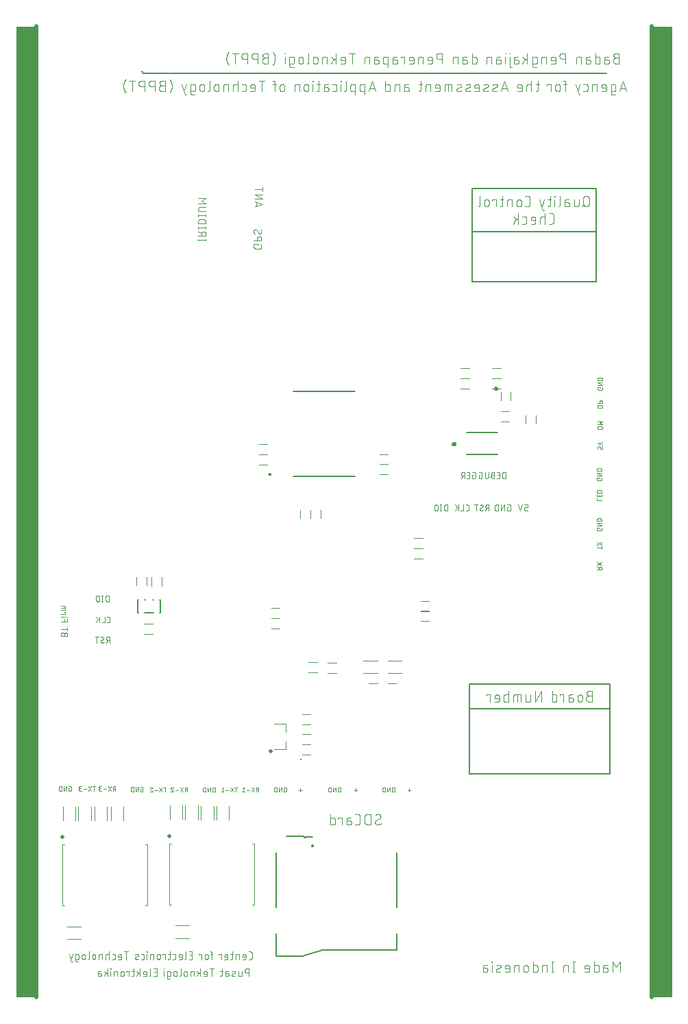
<source format=gbr>
G04 EAGLE Gerber RS-274X export*
G75*
%MOMM*%
%FSLAX34Y34*%
%LPD*%
%INSilkscreen Bottom*%
%IPPOS*%
%AMOC8*
5,1,8,0,0,1.08239X$1,22.5*%
G01*
%ADD10C,0.508000*%
%ADD11R,2.500000X120.000000*%
%ADD12C,0.050800*%
%ADD13C,0.076200*%
%ADD14C,0.101600*%
%ADD15C,0.152400*%
%ADD16C,0.120000*%
%ADD17C,0.500000*%
%ADD18C,0.250000*%
%ADD19C,0.200000*%
%ADD20C,0.127000*%
%ADD21C,0.090000*%
%ADD22C,0.300000*%


D10*
X25000Y1200000D02*
X25000Y0D01*
X785000Y0D02*
X785000Y1200000D01*
D11*
X12500Y600000D03*
X797500Y600000D03*
D12*
X721310Y752769D02*
X721310Y753700D01*
X718206Y753700D01*
X718206Y751837D01*
X718208Y751767D01*
X718214Y751698D01*
X718224Y751629D01*
X718237Y751561D01*
X718255Y751493D01*
X718276Y751427D01*
X718301Y751362D01*
X718329Y751298D01*
X718361Y751236D01*
X718396Y751176D01*
X718435Y751118D01*
X718477Y751063D01*
X718522Y751009D01*
X718570Y750959D01*
X718620Y750911D01*
X718674Y750866D01*
X718729Y750824D01*
X718787Y750785D01*
X718847Y750750D01*
X718909Y750718D01*
X718973Y750690D01*
X719038Y750665D01*
X719104Y750644D01*
X719172Y750626D01*
X719240Y750613D01*
X719309Y750603D01*
X719378Y750597D01*
X719448Y750595D01*
X719448Y750596D02*
X722552Y750596D01*
X722552Y750595D02*
X722622Y750597D01*
X722691Y750603D01*
X722760Y750613D01*
X722828Y750626D01*
X722896Y750644D01*
X722962Y750665D01*
X723027Y750690D01*
X723091Y750718D01*
X723153Y750750D01*
X723213Y750785D01*
X723271Y750824D01*
X723326Y750866D01*
X723380Y750911D01*
X723430Y750959D01*
X723478Y751009D01*
X723523Y751063D01*
X723565Y751118D01*
X723604Y751176D01*
X723639Y751236D01*
X723671Y751298D01*
X723699Y751362D01*
X723724Y751427D01*
X723745Y751493D01*
X723763Y751561D01*
X723776Y751629D01*
X723786Y751698D01*
X723792Y751767D01*
X723794Y751837D01*
X723794Y753700D01*
X723794Y756448D02*
X718206Y756448D01*
X718206Y759552D02*
X723794Y756448D01*
X723794Y759552D02*
X718206Y759552D01*
X718206Y762300D02*
X723794Y762300D01*
X723794Y763852D01*
X723792Y763928D01*
X723787Y764004D01*
X723777Y764080D01*
X723764Y764155D01*
X723747Y764229D01*
X723727Y764303D01*
X723703Y764375D01*
X723676Y764446D01*
X723645Y764516D01*
X723611Y764584D01*
X723573Y764650D01*
X723532Y764714D01*
X723489Y764777D01*
X723442Y764837D01*
X723392Y764894D01*
X723339Y764949D01*
X723284Y765002D01*
X723227Y765052D01*
X723167Y765099D01*
X723104Y765142D01*
X723040Y765183D01*
X722974Y765221D01*
X722906Y765255D01*
X722836Y765286D01*
X722765Y765313D01*
X722692Y765337D01*
X722619Y765357D01*
X722545Y765374D01*
X722470Y765387D01*
X722394Y765397D01*
X722318Y765402D01*
X722242Y765404D01*
X719758Y765404D01*
X719679Y765402D01*
X719601Y765396D01*
X719523Y765386D01*
X719446Y765372D01*
X719369Y765354D01*
X719293Y765333D01*
X719219Y765307D01*
X719146Y765278D01*
X719075Y765245D01*
X719005Y765209D01*
X718937Y765169D01*
X718871Y765126D01*
X718808Y765079D01*
X718747Y765030D01*
X718689Y764977D01*
X718633Y764921D01*
X718580Y764863D01*
X718531Y764802D01*
X718484Y764739D01*
X718441Y764673D01*
X718401Y764605D01*
X718365Y764536D01*
X718332Y764464D01*
X718303Y764391D01*
X718277Y764317D01*
X718256Y764241D01*
X718238Y764164D01*
X718224Y764087D01*
X718214Y764009D01*
X718208Y763931D01*
X718206Y763852D01*
X718206Y762300D01*
X718206Y679412D02*
X718206Y677549D01*
X718206Y679412D02*
X718208Y679482D01*
X718214Y679551D01*
X718224Y679620D01*
X718237Y679688D01*
X718255Y679756D01*
X718276Y679822D01*
X718301Y679887D01*
X718329Y679951D01*
X718361Y680013D01*
X718396Y680073D01*
X718435Y680131D01*
X718477Y680186D01*
X718522Y680240D01*
X718570Y680290D01*
X718620Y680338D01*
X718674Y680383D01*
X718729Y680425D01*
X718787Y680464D01*
X718847Y680499D01*
X718909Y680531D01*
X718973Y680559D01*
X719038Y680584D01*
X719104Y680605D01*
X719172Y680623D01*
X719240Y680636D01*
X719309Y680646D01*
X719378Y680652D01*
X719448Y680654D01*
X720069Y680654D01*
X720139Y680652D01*
X720208Y680646D01*
X720277Y680636D01*
X720345Y680623D01*
X720413Y680605D01*
X720479Y680584D01*
X720544Y680559D01*
X720608Y680531D01*
X720670Y680499D01*
X720730Y680464D01*
X720788Y680425D01*
X720843Y680383D01*
X720897Y680338D01*
X720947Y680290D01*
X720995Y680240D01*
X721040Y680186D01*
X721082Y680131D01*
X721121Y680073D01*
X721156Y680013D01*
X721188Y679951D01*
X721216Y679887D01*
X721241Y679822D01*
X721262Y679756D01*
X721280Y679688D01*
X721293Y679620D01*
X721303Y679551D01*
X721309Y679482D01*
X721311Y679412D01*
X721310Y679412D02*
X721310Y677549D01*
X723794Y677549D01*
X723794Y680654D01*
X723794Y682725D02*
X718206Y684588D01*
X723794Y686451D01*
X723794Y702184D02*
X718206Y702184D01*
X723794Y702184D02*
X723794Y703736D01*
X723792Y703812D01*
X723787Y703888D01*
X723777Y703964D01*
X723764Y704039D01*
X723747Y704113D01*
X723727Y704187D01*
X723703Y704259D01*
X723676Y704330D01*
X723645Y704400D01*
X723611Y704468D01*
X723573Y704534D01*
X723532Y704598D01*
X723489Y704661D01*
X723442Y704721D01*
X723392Y704778D01*
X723339Y704833D01*
X723284Y704886D01*
X723227Y704936D01*
X723167Y704983D01*
X723104Y705026D01*
X723040Y705067D01*
X722974Y705105D01*
X722906Y705139D01*
X722836Y705170D01*
X722765Y705197D01*
X722692Y705221D01*
X722619Y705241D01*
X722545Y705258D01*
X722470Y705271D01*
X722394Y705281D01*
X722318Y705286D01*
X722242Y705288D01*
X719758Y705288D01*
X719679Y705286D01*
X719601Y705280D01*
X719523Y705270D01*
X719446Y705256D01*
X719369Y705238D01*
X719293Y705217D01*
X719219Y705191D01*
X719146Y705162D01*
X719075Y705129D01*
X719005Y705093D01*
X718937Y705053D01*
X718871Y705010D01*
X718808Y704963D01*
X718747Y704914D01*
X718689Y704861D01*
X718633Y704805D01*
X718580Y704747D01*
X718531Y704686D01*
X718484Y704623D01*
X718441Y704557D01*
X718401Y704489D01*
X718365Y704420D01*
X718332Y704348D01*
X718303Y704275D01*
X718277Y704201D01*
X718256Y704125D01*
X718238Y704048D01*
X718224Y703971D01*
X718214Y703893D01*
X718208Y703815D01*
X718206Y703736D01*
X718206Y702184D01*
X718206Y708091D02*
X723794Y708091D01*
X720690Y709954D01*
X723794Y711816D01*
X718206Y711816D01*
X718206Y728480D02*
X723794Y728480D01*
X723794Y730032D01*
X723792Y730108D01*
X723787Y730184D01*
X723777Y730260D01*
X723764Y730335D01*
X723747Y730409D01*
X723727Y730483D01*
X723703Y730555D01*
X723676Y730626D01*
X723645Y730696D01*
X723611Y730764D01*
X723573Y730830D01*
X723532Y730894D01*
X723489Y730957D01*
X723442Y731017D01*
X723392Y731074D01*
X723339Y731129D01*
X723284Y731182D01*
X723227Y731232D01*
X723167Y731279D01*
X723104Y731322D01*
X723040Y731363D01*
X722974Y731401D01*
X722906Y731435D01*
X722836Y731466D01*
X722765Y731493D01*
X722692Y731517D01*
X722619Y731537D01*
X722545Y731554D01*
X722470Y731567D01*
X722394Y731577D01*
X722318Y731582D01*
X722242Y731584D01*
X722242Y731585D02*
X719758Y731585D01*
X719758Y731584D02*
X719679Y731582D01*
X719601Y731576D01*
X719523Y731566D01*
X719446Y731552D01*
X719369Y731534D01*
X719293Y731513D01*
X719219Y731487D01*
X719146Y731458D01*
X719075Y731425D01*
X719005Y731389D01*
X718937Y731349D01*
X718871Y731306D01*
X718808Y731259D01*
X718747Y731210D01*
X718689Y731157D01*
X718633Y731101D01*
X718580Y731043D01*
X718531Y730982D01*
X718484Y730919D01*
X718441Y730853D01*
X718401Y730785D01*
X718365Y730716D01*
X718332Y730644D01*
X718303Y730571D01*
X718277Y730497D01*
X718256Y730421D01*
X718238Y730344D01*
X718224Y730267D01*
X718214Y730189D01*
X718208Y730111D01*
X718206Y730032D01*
X718206Y728480D01*
X718206Y734415D02*
X723794Y734415D01*
X723794Y735968D01*
X723792Y736045D01*
X723786Y736123D01*
X723777Y736199D01*
X723763Y736276D01*
X723746Y736351D01*
X723725Y736425D01*
X723700Y736499D01*
X723672Y736571D01*
X723640Y736641D01*
X723605Y736710D01*
X723566Y736777D01*
X723524Y736842D01*
X723479Y736905D01*
X723431Y736966D01*
X723380Y737024D01*
X723326Y737079D01*
X723269Y737132D01*
X723210Y737181D01*
X723148Y737228D01*
X723084Y737272D01*
X723018Y737312D01*
X722950Y737349D01*
X722880Y737383D01*
X722809Y737413D01*
X722736Y737439D01*
X722662Y737462D01*
X722587Y737481D01*
X722512Y737496D01*
X722435Y737508D01*
X722358Y737516D01*
X722281Y737520D01*
X722203Y737520D01*
X722126Y737516D01*
X722049Y737508D01*
X721972Y737496D01*
X721897Y737481D01*
X721822Y737462D01*
X721748Y737439D01*
X721675Y737413D01*
X721604Y737383D01*
X721534Y737349D01*
X721466Y737312D01*
X721400Y737272D01*
X721336Y737228D01*
X721274Y737181D01*
X721215Y737132D01*
X721158Y737079D01*
X721104Y737024D01*
X721053Y736966D01*
X721005Y736905D01*
X720960Y736842D01*
X720918Y736777D01*
X720879Y736710D01*
X720844Y736641D01*
X720812Y736571D01*
X720784Y736499D01*
X720759Y736425D01*
X720738Y736351D01*
X720721Y736276D01*
X720707Y736199D01*
X720698Y736123D01*
X720692Y736045D01*
X720690Y735968D01*
X720690Y734415D01*
X465231Y257310D02*
X464300Y257310D01*
X464300Y254206D01*
X466163Y254206D01*
X466233Y254208D01*
X466302Y254214D01*
X466371Y254224D01*
X466439Y254237D01*
X466507Y254255D01*
X466573Y254276D01*
X466638Y254301D01*
X466702Y254329D01*
X466764Y254361D01*
X466824Y254396D01*
X466882Y254435D01*
X466937Y254477D01*
X466991Y254522D01*
X467041Y254570D01*
X467089Y254620D01*
X467134Y254674D01*
X467176Y254729D01*
X467215Y254787D01*
X467250Y254847D01*
X467282Y254909D01*
X467310Y254973D01*
X467335Y255038D01*
X467356Y255104D01*
X467374Y255172D01*
X467387Y255240D01*
X467397Y255309D01*
X467403Y255378D01*
X467405Y255448D01*
X467404Y255448D02*
X467404Y258552D01*
X467405Y258552D02*
X467403Y258622D01*
X467397Y258691D01*
X467387Y258760D01*
X467374Y258828D01*
X467356Y258896D01*
X467335Y258962D01*
X467310Y259027D01*
X467282Y259091D01*
X467250Y259153D01*
X467215Y259213D01*
X467176Y259271D01*
X467134Y259326D01*
X467089Y259380D01*
X467041Y259430D01*
X466991Y259478D01*
X466937Y259523D01*
X466882Y259565D01*
X466824Y259604D01*
X466764Y259639D01*
X466702Y259671D01*
X466638Y259699D01*
X466573Y259724D01*
X466507Y259745D01*
X466439Y259763D01*
X466371Y259776D01*
X466302Y259786D01*
X466233Y259792D01*
X466163Y259794D01*
X464300Y259794D01*
X461552Y259794D02*
X461552Y254206D01*
X458448Y254206D02*
X461552Y259794D01*
X458448Y259794D02*
X458448Y254206D01*
X455700Y254206D02*
X455700Y259794D01*
X454148Y259794D01*
X454072Y259792D01*
X453996Y259787D01*
X453920Y259777D01*
X453845Y259764D01*
X453771Y259747D01*
X453697Y259727D01*
X453625Y259703D01*
X453554Y259676D01*
X453484Y259645D01*
X453416Y259611D01*
X453350Y259573D01*
X453286Y259532D01*
X453223Y259489D01*
X453163Y259442D01*
X453106Y259392D01*
X453051Y259339D01*
X452998Y259284D01*
X452948Y259227D01*
X452901Y259167D01*
X452858Y259104D01*
X452817Y259040D01*
X452779Y258974D01*
X452745Y258906D01*
X452714Y258836D01*
X452687Y258765D01*
X452663Y258693D01*
X452643Y258619D01*
X452626Y258545D01*
X452613Y258470D01*
X452603Y258394D01*
X452598Y258318D01*
X452596Y258242D01*
X452596Y255758D01*
X452598Y255682D01*
X452603Y255606D01*
X452613Y255530D01*
X452626Y255455D01*
X452643Y255381D01*
X452663Y255307D01*
X452687Y255235D01*
X452714Y255164D01*
X452745Y255094D01*
X452779Y255026D01*
X452817Y254960D01*
X452858Y254896D01*
X452901Y254833D01*
X452948Y254773D01*
X452998Y254716D01*
X453051Y254661D01*
X453106Y254608D01*
X453163Y254558D01*
X453223Y254511D01*
X453286Y254468D01*
X453350Y254427D01*
X453416Y254389D01*
X453484Y254355D01*
X453554Y254324D01*
X453625Y254297D01*
X453697Y254273D01*
X453771Y254253D01*
X453845Y254236D01*
X453920Y254223D01*
X453996Y254213D01*
X454072Y254208D01*
X454148Y254206D01*
X455700Y254206D01*
X398231Y257310D02*
X397300Y257310D01*
X397300Y254206D01*
X399163Y254206D01*
X399233Y254208D01*
X399302Y254214D01*
X399371Y254224D01*
X399439Y254237D01*
X399507Y254255D01*
X399573Y254276D01*
X399638Y254301D01*
X399702Y254329D01*
X399764Y254361D01*
X399824Y254396D01*
X399882Y254435D01*
X399937Y254477D01*
X399991Y254522D01*
X400041Y254570D01*
X400089Y254620D01*
X400134Y254674D01*
X400176Y254729D01*
X400215Y254787D01*
X400250Y254847D01*
X400282Y254909D01*
X400310Y254973D01*
X400335Y255038D01*
X400356Y255104D01*
X400374Y255172D01*
X400387Y255240D01*
X400397Y255309D01*
X400403Y255378D01*
X400405Y255448D01*
X400404Y255448D02*
X400404Y258552D01*
X400405Y258552D02*
X400403Y258622D01*
X400397Y258691D01*
X400387Y258760D01*
X400374Y258828D01*
X400356Y258896D01*
X400335Y258962D01*
X400310Y259027D01*
X400282Y259091D01*
X400250Y259153D01*
X400215Y259213D01*
X400176Y259271D01*
X400134Y259326D01*
X400089Y259380D01*
X400041Y259430D01*
X399991Y259478D01*
X399937Y259523D01*
X399882Y259565D01*
X399824Y259604D01*
X399764Y259639D01*
X399702Y259671D01*
X399638Y259699D01*
X399573Y259724D01*
X399507Y259745D01*
X399439Y259763D01*
X399371Y259776D01*
X399302Y259786D01*
X399233Y259792D01*
X399163Y259794D01*
X397300Y259794D01*
X394552Y259794D02*
X394552Y254206D01*
X391448Y254206D02*
X394552Y259794D01*
X391448Y259794D02*
X391448Y254206D01*
X388700Y254206D02*
X388700Y259794D01*
X387148Y259794D01*
X387072Y259792D01*
X386996Y259787D01*
X386920Y259777D01*
X386845Y259764D01*
X386771Y259747D01*
X386697Y259727D01*
X386625Y259703D01*
X386554Y259676D01*
X386484Y259645D01*
X386416Y259611D01*
X386350Y259573D01*
X386286Y259532D01*
X386223Y259489D01*
X386163Y259442D01*
X386106Y259392D01*
X386051Y259339D01*
X385998Y259284D01*
X385948Y259227D01*
X385901Y259167D01*
X385858Y259104D01*
X385817Y259040D01*
X385779Y258974D01*
X385745Y258906D01*
X385714Y258836D01*
X385687Y258765D01*
X385663Y258693D01*
X385643Y258619D01*
X385626Y258545D01*
X385613Y258470D01*
X385603Y258394D01*
X385598Y258318D01*
X385596Y258242D01*
X385596Y255758D01*
X385598Y255682D01*
X385603Y255606D01*
X385613Y255530D01*
X385626Y255455D01*
X385643Y255381D01*
X385663Y255307D01*
X385687Y255235D01*
X385714Y255164D01*
X385745Y255094D01*
X385779Y255026D01*
X385817Y254960D01*
X385858Y254896D01*
X385901Y254833D01*
X385948Y254773D01*
X385998Y254716D01*
X386051Y254661D01*
X386106Y254608D01*
X386163Y254558D01*
X386223Y254511D01*
X386286Y254468D01*
X386350Y254427D01*
X386416Y254389D01*
X386484Y254355D01*
X386554Y254324D01*
X386625Y254297D01*
X386697Y254273D01*
X386771Y254253D01*
X386845Y254236D01*
X386920Y254223D01*
X386996Y254213D01*
X387072Y254208D01*
X387148Y254206D01*
X388700Y254206D01*
X331231Y257310D02*
X330300Y257310D01*
X330300Y254206D01*
X332163Y254206D01*
X332233Y254208D01*
X332302Y254214D01*
X332371Y254224D01*
X332439Y254237D01*
X332507Y254255D01*
X332573Y254276D01*
X332638Y254301D01*
X332702Y254329D01*
X332764Y254361D01*
X332824Y254396D01*
X332882Y254435D01*
X332937Y254477D01*
X332991Y254522D01*
X333041Y254570D01*
X333089Y254620D01*
X333134Y254674D01*
X333176Y254729D01*
X333215Y254787D01*
X333250Y254847D01*
X333282Y254909D01*
X333310Y254973D01*
X333335Y255038D01*
X333356Y255104D01*
X333374Y255172D01*
X333387Y255240D01*
X333397Y255309D01*
X333403Y255378D01*
X333405Y255448D01*
X333404Y255448D02*
X333404Y258552D01*
X333405Y258552D02*
X333403Y258622D01*
X333397Y258691D01*
X333387Y258760D01*
X333374Y258828D01*
X333356Y258896D01*
X333335Y258962D01*
X333310Y259027D01*
X333282Y259091D01*
X333250Y259153D01*
X333215Y259213D01*
X333176Y259271D01*
X333134Y259326D01*
X333089Y259380D01*
X333041Y259430D01*
X332991Y259478D01*
X332937Y259523D01*
X332882Y259565D01*
X332824Y259604D01*
X332764Y259639D01*
X332702Y259671D01*
X332638Y259699D01*
X332573Y259724D01*
X332507Y259745D01*
X332439Y259763D01*
X332371Y259776D01*
X332302Y259786D01*
X332233Y259792D01*
X332163Y259794D01*
X330300Y259794D01*
X327552Y259794D02*
X327552Y254206D01*
X324448Y254206D02*
X327552Y259794D01*
X324448Y259794D02*
X324448Y254206D01*
X321700Y254206D02*
X321700Y259794D01*
X320148Y259794D01*
X320072Y259792D01*
X319996Y259787D01*
X319920Y259777D01*
X319845Y259764D01*
X319771Y259747D01*
X319697Y259727D01*
X319625Y259703D01*
X319554Y259676D01*
X319484Y259645D01*
X319416Y259611D01*
X319350Y259573D01*
X319286Y259532D01*
X319223Y259489D01*
X319163Y259442D01*
X319106Y259392D01*
X319051Y259339D01*
X318998Y259284D01*
X318948Y259227D01*
X318901Y259167D01*
X318858Y259104D01*
X318817Y259040D01*
X318779Y258974D01*
X318745Y258906D01*
X318714Y258836D01*
X318687Y258765D01*
X318663Y258693D01*
X318643Y258619D01*
X318626Y258545D01*
X318613Y258470D01*
X318603Y258394D01*
X318598Y258318D01*
X318596Y258242D01*
X318596Y255758D01*
X318598Y255682D01*
X318603Y255606D01*
X318613Y255530D01*
X318626Y255455D01*
X318643Y255381D01*
X318663Y255307D01*
X318687Y255235D01*
X318714Y255164D01*
X318745Y255094D01*
X318779Y255026D01*
X318817Y254960D01*
X318858Y254896D01*
X318901Y254833D01*
X318948Y254773D01*
X318998Y254716D01*
X319051Y254661D01*
X319106Y254608D01*
X319163Y254558D01*
X319223Y254511D01*
X319286Y254468D01*
X319350Y254427D01*
X319416Y254389D01*
X319484Y254355D01*
X319554Y254324D01*
X319625Y254297D01*
X319697Y254273D01*
X319771Y254253D01*
X319845Y254236D01*
X319920Y254223D01*
X319996Y254213D01*
X320072Y254208D01*
X320148Y254206D01*
X321700Y254206D01*
X243231Y257310D02*
X242300Y257310D01*
X242300Y254206D01*
X244163Y254206D01*
X244233Y254208D01*
X244302Y254214D01*
X244371Y254224D01*
X244439Y254237D01*
X244507Y254255D01*
X244573Y254276D01*
X244638Y254301D01*
X244702Y254329D01*
X244764Y254361D01*
X244824Y254396D01*
X244882Y254435D01*
X244937Y254477D01*
X244991Y254522D01*
X245041Y254570D01*
X245089Y254620D01*
X245134Y254674D01*
X245176Y254729D01*
X245215Y254787D01*
X245250Y254847D01*
X245282Y254909D01*
X245310Y254973D01*
X245335Y255038D01*
X245356Y255104D01*
X245374Y255172D01*
X245387Y255240D01*
X245397Y255309D01*
X245403Y255378D01*
X245405Y255448D01*
X245404Y255448D02*
X245404Y258552D01*
X245405Y258552D02*
X245403Y258622D01*
X245397Y258691D01*
X245387Y258760D01*
X245374Y258828D01*
X245356Y258896D01*
X245335Y258962D01*
X245310Y259027D01*
X245282Y259091D01*
X245250Y259153D01*
X245215Y259213D01*
X245176Y259271D01*
X245134Y259326D01*
X245089Y259380D01*
X245041Y259430D01*
X244991Y259478D01*
X244937Y259523D01*
X244882Y259565D01*
X244824Y259604D01*
X244764Y259639D01*
X244702Y259671D01*
X244638Y259699D01*
X244573Y259724D01*
X244507Y259745D01*
X244439Y259763D01*
X244371Y259776D01*
X244302Y259786D01*
X244233Y259792D01*
X244163Y259794D01*
X242300Y259794D01*
X239552Y259794D02*
X239552Y254206D01*
X236448Y254206D02*
X239552Y259794D01*
X236448Y259794D02*
X236448Y254206D01*
X233700Y254206D02*
X233700Y259794D01*
X232148Y259794D01*
X232072Y259792D01*
X231996Y259787D01*
X231920Y259777D01*
X231845Y259764D01*
X231771Y259747D01*
X231697Y259727D01*
X231625Y259703D01*
X231554Y259676D01*
X231484Y259645D01*
X231416Y259611D01*
X231350Y259573D01*
X231286Y259532D01*
X231223Y259489D01*
X231163Y259442D01*
X231106Y259392D01*
X231051Y259339D01*
X230998Y259284D01*
X230948Y259227D01*
X230901Y259167D01*
X230858Y259104D01*
X230817Y259040D01*
X230779Y258974D01*
X230745Y258906D01*
X230714Y258836D01*
X230687Y258765D01*
X230663Y258693D01*
X230643Y258619D01*
X230626Y258545D01*
X230613Y258470D01*
X230603Y258394D01*
X230598Y258318D01*
X230596Y258242D01*
X230596Y255758D01*
X230598Y255682D01*
X230603Y255606D01*
X230613Y255530D01*
X230626Y255455D01*
X230643Y255381D01*
X230663Y255307D01*
X230687Y255235D01*
X230714Y255164D01*
X230745Y255094D01*
X230779Y255026D01*
X230817Y254960D01*
X230858Y254896D01*
X230901Y254833D01*
X230948Y254773D01*
X230998Y254716D01*
X231051Y254661D01*
X231106Y254608D01*
X231163Y254558D01*
X231223Y254511D01*
X231286Y254468D01*
X231350Y254427D01*
X231416Y254389D01*
X231484Y254355D01*
X231554Y254324D01*
X231625Y254297D01*
X231697Y254273D01*
X231771Y254253D01*
X231845Y254236D01*
X231920Y254223D01*
X231996Y254213D01*
X232072Y254208D01*
X232148Y254206D01*
X233700Y254206D01*
X154031Y257510D02*
X153100Y257510D01*
X153100Y254406D01*
X154963Y254406D01*
X155033Y254408D01*
X155102Y254414D01*
X155171Y254424D01*
X155239Y254437D01*
X155307Y254455D01*
X155373Y254476D01*
X155438Y254501D01*
X155502Y254529D01*
X155564Y254561D01*
X155624Y254596D01*
X155682Y254635D01*
X155737Y254677D01*
X155791Y254722D01*
X155841Y254770D01*
X155889Y254820D01*
X155934Y254874D01*
X155976Y254929D01*
X156015Y254987D01*
X156050Y255047D01*
X156082Y255109D01*
X156110Y255173D01*
X156135Y255238D01*
X156156Y255304D01*
X156174Y255372D01*
X156187Y255440D01*
X156197Y255509D01*
X156203Y255578D01*
X156205Y255648D01*
X156204Y255648D02*
X156204Y258752D01*
X156205Y258752D02*
X156203Y258822D01*
X156197Y258891D01*
X156187Y258960D01*
X156174Y259028D01*
X156156Y259096D01*
X156135Y259162D01*
X156110Y259227D01*
X156082Y259291D01*
X156050Y259353D01*
X156015Y259413D01*
X155976Y259471D01*
X155934Y259526D01*
X155889Y259580D01*
X155841Y259630D01*
X155791Y259678D01*
X155737Y259723D01*
X155682Y259765D01*
X155624Y259804D01*
X155564Y259839D01*
X155502Y259871D01*
X155438Y259899D01*
X155373Y259924D01*
X155307Y259945D01*
X155239Y259963D01*
X155171Y259976D01*
X155102Y259986D01*
X155033Y259992D01*
X154963Y259994D01*
X153100Y259994D01*
X150352Y259994D02*
X150352Y254406D01*
X147248Y254406D02*
X150352Y259994D01*
X147248Y259994D02*
X147248Y254406D01*
X144500Y254406D02*
X144500Y259994D01*
X142948Y259994D01*
X142872Y259992D01*
X142796Y259987D01*
X142720Y259977D01*
X142645Y259964D01*
X142571Y259947D01*
X142497Y259927D01*
X142425Y259903D01*
X142354Y259876D01*
X142284Y259845D01*
X142216Y259811D01*
X142150Y259773D01*
X142086Y259732D01*
X142023Y259689D01*
X141963Y259642D01*
X141906Y259592D01*
X141851Y259539D01*
X141798Y259484D01*
X141748Y259427D01*
X141701Y259367D01*
X141658Y259304D01*
X141617Y259240D01*
X141579Y259174D01*
X141545Y259106D01*
X141514Y259036D01*
X141487Y258965D01*
X141463Y258893D01*
X141443Y258819D01*
X141426Y258745D01*
X141413Y258670D01*
X141403Y258594D01*
X141398Y258518D01*
X141396Y258442D01*
X141396Y255958D01*
X141398Y255882D01*
X141403Y255806D01*
X141413Y255730D01*
X141426Y255655D01*
X141443Y255581D01*
X141463Y255507D01*
X141487Y255435D01*
X141514Y255364D01*
X141545Y255294D01*
X141579Y255226D01*
X141617Y255160D01*
X141658Y255096D01*
X141701Y255033D01*
X141748Y254973D01*
X141798Y254916D01*
X141851Y254861D01*
X141906Y254808D01*
X141963Y254758D01*
X142023Y254711D01*
X142086Y254668D01*
X142150Y254627D01*
X142216Y254589D01*
X142284Y254555D01*
X142354Y254524D01*
X142425Y254497D01*
X142497Y254473D01*
X142571Y254453D01*
X142645Y254436D01*
X142720Y254423D01*
X142796Y254413D01*
X142872Y254408D01*
X142948Y254406D01*
X144500Y254406D01*
X65431Y258410D02*
X64500Y258410D01*
X64500Y255306D01*
X66363Y255306D01*
X66433Y255308D01*
X66502Y255314D01*
X66571Y255324D01*
X66639Y255337D01*
X66707Y255355D01*
X66773Y255376D01*
X66838Y255401D01*
X66902Y255429D01*
X66964Y255461D01*
X67024Y255496D01*
X67082Y255535D01*
X67137Y255577D01*
X67191Y255622D01*
X67241Y255670D01*
X67289Y255720D01*
X67334Y255774D01*
X67376Y255829D01*
X67415Y255887D01*
X67450Y255947D01*
X67482Y256009D01*
X67510Y256073D01*
X67535Y256138D01*
X67556Y256204D01*
X67574Y256272D01*
X67587Y256340D01*
X67597Y256409D01*
X67603Y256478D01*
X67605Y256548D01*
X67604Y256548D02*
X67604Y259652D01*
X67605Y259652D02*
X67603Y259722D01*
X67597Y259791D01*
X67587Y259860D01*
X67574Y259928D01*
X67556Y259996D01*
X67535Y260062D01*
X67510Y260127D01*
X67482Y260191D01*
X67450Y260253D01*
X67415Y260313D01*
X67376Y260371D01*
X67334Y260426D01*
X67289Y260480D01*
X67241Y260530D01*
X67191Y260578D01*
X67137Y260623D01*
X67082Y260665D01*
X67024Y260704D01*
X66964Y260739D01*
X66902Y260771D01*
X66838Y260799D01*
X66773Y260824D01*
X66707Y260845D01*
X66639Y260863D01*
X66571Y260876D01*
X66502Y260886D01*
X66433Y260892D01*
X66363Y260894D01*
X64500Y260894D01*
X61752Y260894D02*
X61752Y255306D01*
X58648Y255306D02*
X61752Y260894D01*
X58648Y260894D02*
X58648Y255306D01*
X55900Y255306D02*
X55900Y260894D01*
X54348Y260894D01*
X54272Y260892D01*
X54196Y260887D01*
X54120Y260877D01*
X54045Y260864D01*
X53971Y260847D01*
X53897Y260827D01*
X53825Y260803D01*
X53754Y260776D01*
X53684Y260745D01*
X53616Y260711D01*
X53550Y260673D01*
X53486Y260632D01*
X53423Y260589D01*
X53363Y260542D01*
X53306Y260492D01*
X53251Y260439D01*
X53198Y260384D01*
X53148Y260327D01*
X53101Y260267D01*
X53058Y260204D01*
X53017Y260140D01*
X52979Y260074D01*
X52945Y260006D01*
X52914Y259936D01*
X52887Y259865D01*
X52863Y259793D01*
X52843Y259719D01*
X52826Y259645D01*
X52813Y259570D01*
X52803Y259494D01*
X52798Y259418D01*
X52796Y259342D01*
X52796Y256858D01*
X52798Y256782D01*
X52803Y256706D01*
X52813Y256630D01*
X52826Y256555D01*
X52843Y256481D01*
X52863Y256407D01*
X52887Y256335D01*
X52914Y256264D01*
X52945Y256194D01*
X52979Y256126D01*
X53017Y256060D01*
X53058Y255996D01*
X53101Y255933D01*
X53148Y255873D01*
X53198Y255816D01*
X53251Y255761D01*
X53306Y255708D01*
X53363Y255658D01*
X53423Y255611D01*
X53486Y255568D01*
X53550Y255527D01*
X53616Y255489D01*
X53684Y255455D01*
X53754Y255424D01*
X53825Y255397D01*
X53897Y255373D01*
X53971Y255353D01*
X54045Y255336D01*
X54120Y255323D01*
X54196Y255313D01*
X54272Y255308D01*
X54348Y255306D01*
X55900Y255306D01*
X349137Y256379D02*
X352863Y256379D01*
X351000Y254516D02*
X351000Y258242D01*
X417137Y256379D02*
X420863Y256379D01*
X419000Y254516D02*
X419000Y258242D01*
X483137Y256379D02*
X486863Y256379D01*
X485000Y254516D02*
X485000Y258242D01*
X299129Y259794D02*
X299129Y254206D01*
X299129Y259794D02*
X297577Y259794D01*
X297500Y259792D01*
X297422Y259786D01*
X297346Y259777D01*
X297269Y259763D01*
X297194Y259746D01*
X297120Y259725D01*
X297046Y259700D01*
X296974Y259672D01*
X296904Y259640D01*
X296835Y259605D01*
X296768Y259566D01*
X296703Y259524D01*
X296640Y259479D01*
X296579Y259431D01*
X296521Y259380D01*
X296466Y259326D01*
X296413Y259269D01*
X296364Y259210D01*
X296317Y259148D01*
X296273Y259084D01*
X296233Y259018D01*
X296196Y258950D01*
X296162Y258880D01*
X296132Y258809D01*
X296106Y258736D01*
X296083Y258662D01*
X296064Y258587D01*
X296049Y258512D01*
X296037Y258435D01*
X296029Y258358D01*
X296025Y258281D01*
X296025Y258203D01*
X296029Y258126D01*
X296037Y258049D01*
X296049Y257972D01*
X296064Y257897D01*
X296083Y257822D01*
X296106Y257748D01*
X296132Y257675D01*
X296162Y257604D01*
X296196Y257534D01*
X296233Y257466D01*
X296273Y257400D01*
X296317Y257336D01*
X296364Y257274D01*
X296413Y257215D01*
X296466Y257158D01*
X296521Y257104D01*
X296579Y257053D01*
X296640Y257005D01*
X296703Y256960D01*
X296768Y256918D01*
X296835Y256879D01*
X296904Y256844D01*
X296974Y256812D01*
X297046Y256784D01*
X297120Y256759D01*
X297194Y256738D01*
X297269Y256721D01*
X297346Y256707D01*
X297422Y256698D01*
X297500Y256692D01*
X297577Y256690D01*
X299129Y256690D01*
X297267Y256690D02*
X296025Y254206D01*
X293990Y254206D02*
X290264Y259794D01*
X293990Y259794D02*
X290264Y254206D01*
X288138Y256379D02*
X284412Y256379D01*
X281975Y258552D02*
X280423Y259794D01*
X280423Y254206D01*
X281975Y254206D02*
X278871Y254206D01*
X211129Y254206D02*
X211129Y259794D01*
X209577Y259794D01*
X209500Y259792D01*
X209422Y259786D01*
X209346Y259777D01*
X209269Y259763D01*
X209194Y259746D01*
X209120Y259725D01*
X209046Y259700D01*
X208974Y259672D01*
X208904Y259640D01*
X208835Y259605D01*
X208768Y259566D01*
X208703Y259524D01*
X208640Y259479D01*
X208579Y259431D01*
X208521Y259380D01*
X208466Y259326D01*
X208413Y259269D01*
X208364Y259210D01*
X208317Y259148D01*
X208273Y259084D01*
X208233Y259018D01*
X208196Y258950D01*
X208162Y258880D01*
X208132Y258809D01*
X208106Y258736D01*
X208083Y258662D01*
X208064Y258587D01*
X208049Y258512D01*
X208037Y258435D01*
X208029Y258358D01*
X208025Y258281D01*
X208025Y258203D01*
X208029Y258126D01*
X208037Y258049D01*
X208049Y257972D01*
X208064Y257897D01*
X208083Y257822D01*
X208106Y257748D01*
X208132Y257675D01*
X208162Y257604D01*
X208196Y257534D01*
X208233Y257466D01*
X208273Y257400D01*
X208317Y257336D01*
X208364Y257274D01*
X208413Y257215D01*
X208466Y257158D01*
X208521Y257104D01*
X208579Y257053D01*
X208640Y257005D01*
X208703Y256960D01*
X208768Y256918D01*
X208835Y256879D01*
X208904Y256844D01*
X208974Y256812D01*
X209046Y256784D01*
X209120Y256759D01*
X209194Y256738D01*
X209269Y256721D01*
X209346Y256707D01*
X209422Y256698D01*
X209500Y256692D01*
X209577Y256690D01*
X211129Y256690D01*
X209267Y256690D02*
X208025Y254206D01*
X205990Y254206D02*
X202264Y259794D01*
X205990Y259794D02*
X202264Y254206D01*
X200138Y256379D02*
X196412Y256379D01*
X192268Y259794D02*
X192195Y259792D01*
X192122Y259786D01*
X192049Y259777D01*
X191978Y259763D01*
X191906Y259746D01*
X191836Y259726D01*
X191767Y259701D01*
X191700Y259673D01*
X191634Y259642D01*
X191570Y259607D01*
X191507Y259569D01*
X191447Y259527D01*
X191389Y259483D01*
X191333Y259435D01*
X191280Y259385D01*
X191230Y259332D01*
X191182Y259276D01*
X191138Y259218D01*
X191096Y259158D01*
X191058Y259096D01*
X191023Y259031D01*
X190992Y258965D01*
X190964Y258898D01*
X190939Y258829D01*
X190919Y258759D01*
X190902Y258687D01*
X190888Y258616D01*
X190879Y258543D01*
X190873Y258470D01*
X190871Y258397D01*
X192268Y259794D02*
X192352Y259792D01*
X192435Y259786D01*
X192518Y259777D01*
X192600Y259763D01*
X192682Y259746D01*
X192763Y259724D01*
X192843Y259699D01*
X192921Y259671D01*
X192999Y259639D01*
X193074Y259603D01*
X193148Y259564D01*
X193220Y259521D01*
X193290Y259475D01*
X193357Y259426D01*
X193423Y259373D01*
X193485Y259318D01*
X193545Y259260D01*
X193603Y259199D01*
X193657Y259136D01*
X193709Y259070D01*
X193757Y259002D01*
X193802Y258931D01*
X193844Y258859D01*
X193882Y258784D01*
X193917Y258708D01*
X193948Y258631D01*
X193976Y258552D01*
X191337Y257311D02*
X191283Y257364D01*
X191232Y257421D01*
X191184Y257480D01*
X191139Y257541D01*
X191098Y257604D01*
X191059Y257670D01*
X191024Y257737D01*
X190992Y257806D01*
X190964Y257877D01*
X190940Y257948D01*
X190919Y258021D01*
X190902Y258095D01*
X190888Y258170D01*
X190879Y258245D01*
X190873Y258321D01*
X190871Y258397D01*
X191336Y257310D02*
X193975Y254206D01*
X190871Y254206D01*
X122229Y255206D02*
X122229Y260794D01*
X120677Y260794D01*
X120600Y260792D01*
X120522Y260786D01*
X120446Y260777D01*
X120369Y260763D01*
X120294Y260746D01*
X120220Y260725D01*
X120146Y260700D01*
X120074Y260672D01*
X120004Y260640D01*
X119935Y260605D01*
X119868Y260566D01*
X119803Y260524D01*
X119740Y260479D01*
X119679Y260431D01*
X119621Y260380D01*
X119566Y260326D01*
X119513Y260269D01*
X119464Y260210D01*
X119417Y260148D01*
X119373Y260084D01*
X119333Y260018D01*
X119296Y259950D01*
X119262Y259880D01*
X119232Y259809D01*
X119206Y259736D01*
X119183Y259662D01*
X119164Y259587D01*
X119149Y259512D01*
X119137Y259435D01*
X119129Y259358D01*
X119125Y259281D01*
X119125Y259203D01*
X119129Y259126D01*
X119137Y259049D01*
X119149Y258972D01*
X119164Y258897D01*
X119183Y258822D01*
X119206Y258748D01*
X119232Y258675D01*
X119262Y258604D01*
X119296Y258534D01*
X119333Y258466D01*
X119373Y258400D01*
X119417Y258336D01*
X119464Y258274D01*
X119513Y258215D01*
X119566Y258158D01*
X119621Y258104D01*
X119679Y258053D01*
X119740Y258005D01*
X119803Y257960D01*
X119868Y257918D01*
X119935Y257879D01*
X120004Y257844D01*
X120074Y257812D01*
X120146Y257784D01*
X120220Y257759D01*
X120294Y257738D01*
X120369Y257721D01*
X120446Y257707D01*
X120522Y257698D01*
X120600Y257692D01*
X120677Y257690D01*
X122229Y257690D01*
X120367Y257690D02*
X119125Y255206D01*
X117090Y255206D02*
X113364Y260794D01*
X117090Y260794D02*
X113364Y255206D01*
X111238Y257379D02*
X107512Y257379D01*
X105075Y255206D02*
X103523Y255206D01*
X103446Y255208D01*
X103368Y255214D01*
X103292Y255223D01*
X103215Y255237D01*
X103140Y255254D01*
X103066Y255275D01*
X102992Y255300D01*
X102920Y255328D01*
X102850Y255360D01*
X102781Y255395D01*
X102714Y255434D01*
X102649Y255476D01*
X102586Y255521D01*
X102525Y255569D01*
X102467Y255620D01*
X102412Y255674D01*
X102359Y255731D01*
X102310Y255790D01*
X102263Y255852D01*
X102219Y255916D01*
X102179Y255982D01*
X102142Y256050D01*
X102108Y256120D01*
X102078Y256191D01*
X102052Y256264D01*
X102029Y256338D01*
X102010Y256413D01*
X101995Y256488D01*
X101983Y256565D01*
X101975Y256642D01*
X101971Y256719D01*
X101971Y256797D01*
X101975Y256874D01*
X101983Y256951D01*
X101995Y257028D01*
X102010Y257103D01*
X102029Y257178D01*
X102052Y257252D01*
X102078Y257325D01*
X102108Y257396D01*
X102142Y257466D01*
X102179Y257534D01*
X102219Y257600D01*
X102263Y257664D01*
X102310Y257726D01*
X102359Y257785D01*
X102412Y257842D01*
X102467Y257896D01*
X102525Y257947D01*
X102586Y257995D01*
X102649Y258040D01*
X102714Y258082D01*
X102781Y258121D01*
X102850Y258156D01*
X102920Y258188D01*
X102992Y258216D01*
X103066Y258241D01*
X103140Y258262D01*
X103215Y258279D01*
X103292Y258293D01*
X103368Y258302D01*
X103446Y258308D01*
X103523Y258310D01*
X103212Y260794D02*
X105075Y260794D01*
X103212Y260794D02*
X103142Y260792D01*
X103073Y260786D01*
X103004Y260776D01*
X102936Y260763D01*
X102868Y260745D01*
X102802Y260724D01*
X102737Y260699D01*
X102673Y260671D01*
X102611Y260639D01*
X102551Y260604D01*
X102493Y260565D01*
X102438Y260523D01*
X102384Y260478D01*
X102334Y260430D01*
X102286Y260380D01*
X102241Y260326D01*
X102199Y260271D01*
X102160Y260213D01*
X102125Y260153D01*
X102093Y260091D01*
X102065Y260027D01*
X102040Y259962D01*
X102019Y259896D01*
X102001Y259828D01*
X101988Y259760D01*
X101978Y259691D01*
X101972Y259622D01*
X101970Y259552D01*
X101972Y259482D01*
X101978Y259413D01*
X101988Y259344D01*
X102001Y259276D01*
X102019Y259208D01*
X102040Y259142D01*
X102065Y259077D01*
X102093Y259013D01*
X102125Y258951D01*
X102160Y258891D01*
X102199Y258833D01*
X102241Y258778D01*
X102286Y258724D01*
X102334Y258674D01*
X102384Y258626D01*
X102438Y258581D01*
X102493Y258539D01*
X102551Y258500D01*
X102611Y258465D01*
X102673Y258433D01*
X102737Y258405D01*
X102802Y258380D01*
X102868Y258359D01*
X102936Y258341D01*
X103004Y258328D01*
X103073Y258318D01*
X103142Y258312D01*
X103212Y258310D01*
X104454Y258310D01*
X271412Y259794D02*
X271412Y254206D01*
X272965Y259794D02*
X269860Y259794D01*
X264429Y259794D02*
X268154Y254206D01*
X264429Y254206D02*
X268154Y259794D01*
X262302Y256379D02*
X258577Y256379D01*
X256140Y258552D02*
X254588Y259794D01*
X254588Y254206D01*
X256140Y254206D02*
X253035Y254206D01*
X183412Y254206D02*
X183412Y259794D01*
X181860Y259794D02*
X184965Y259794D01*
X180154Y254206D02*
X176429Y259794D01*
X180154Y259794D02*
X176429Y254206D01*
X174302Y256379D02*
X170577Y256379D01*
X166432Y259794D02*
X166359Y259792D01*
X166286Y259786D01*
X166213Y259777D01*
X166142Y259763D01*
X166070Y259746D01*
X166000Y259726D01*
X165931Y259701D01*
X165864Y259673D01*
X165798Y259642D01*
X165734Y259607D01*
X165671Y259569D01*
X165611Y259527D01*
X165553Y259483D01*
X165497Y259435D01*
X165444Y259385D01*
X165394Y259332D01*
X165346Y259276D01*
X165302Y259218D01*
X165260Y259158D01*
X165222Y259096D01*
X165187Y259031D01*
X165156Y258965D01*
X165128Y258898D01*
X165103Y258829D01*
X165083Y258759D01*
X165066Y258687D01*
X165052Y258616D01*
X165043Y258543D01*
X165037Y258470D01*
X165035Y258397D01*
X166432Y259794D02*
X166516Y259792D01*
X166599Y259786D01*
X166682Y259777D01*
X166764Y259763D01*
X166846Y259746D01*
X166927Y259724D01*
X167007Y259699D01*
X167085Y259671D01*
X167163Y259639D01*
X167238Y259603D01*
X167312Y259564D01*
X167384Y259521D01*
X167454Y259475D01*
X167521Y259426D01*
X167587Y259373D01*
X167649Y259318D01*
X167709Y259260D01*
X167767Y259199D01*
X167821Y259136D01*
X167873Y259070D01*
X167921Y259002D01*
X167966Y258931D01*
X168008Y258859D01*
X168046Y258784D01*
X168081Y258708D01*
X168112Y258631D01*
X168140Y258552D01*
X165502Y257311D02*
X165448Y257364D01*
X165397Y257421D01*
X165349Y257480D01*
X165304Y257541D01*
X165263Y257604D01*
X165224Y257670D01*
X165189Y257737D01*
X165157Y257806D01*
X165129Y257877D01*
X165105Y257948D01*
X165084Y258021D01*
X165067Y258095D01*
X165053Y258170D01*
X165044Y258245D01*
X165038Y258321D01*
X165036Y258397D01*
X165501Y257310D02*
X168140Y254206D01*
X165035Y254206D01*
X95612Y255206D02*
X95612Y260794D01*
X94060Y260794D02*
X97165Y260794D01*
X92354Y255206D02*
X88629Y260794D01*
X92354Y260794D02*
X88629Y255206D01*
X86502Y257379D02*
X82777Y257379D01*
X80340Y255206D02*
X78788Y255206D01*
X78711Y255208D01*
X78633Y255214D01*
X78557Y255223D01*
X78480Y255237D01*
X78405Y255254D01*
X78331Y255275D01*
X78257Y255300D01*
X78185Y255328D01*
X78115Y255360D01*
X78046Y255395D01*
X77979Y255434D01*
X77914Y255476D01*
X77851Y255521D01*
X77790Y255569D01*
X77732Y255620D01*
X77677Y255674D01*
X77624Y255731D01*
X77575Y255790D01*
X77528Y255852D01*
X77484Y255916D01*
X77444Y255982D01*
X77407Y256050D01*
X77373Y256120D01*
X77343Y256191D01*
X77317Y256264D01*
X77294Y256338D01*
X77275Y256413D01*
X77260Y256488D01*
X77248Y256565D01*
X77240Y256642D01*
X77236Y256719D01*
X77236Y256797D01*
X77240Y256874D01*
X77248Y256951D01*
X77260Y257028D01*
X77275Y257103D01*
X77294Y257178D01*
X77317Y257252D01*
X77343Y257325D01*
X77373Y257396D01*
X77407Y257466D01*
X77444Y257534D01*
X77484Y257600D01*
X77528Y257664D01*
X77575Y257726D01*
X77624Y257785D01*
X77677Y257842D01*
X77732Y257896D01*
X77790Y257947D01*
X77851Y257995D01*
X77914Y258040D01*
X77979Y258082D01*
X78046Y258121D01*
X78115Y258156D01*
X78185Y258188D01*
X78257Y258216D01*
X78331Y258241D01*
X78405Y258262D01*
X78480Y258279D01*
X78557Y258293D01*
X78633Y258302D01*
X78711Y258308D01*
X78788Y258310D01*
X78477Y260794D02*
X80340Y260794D01*
X78477Y260794D02*
X78407Y260792D01*
X78338Y260786D01*
X78269Y260776D01*
X78201Y260763D01*
X78133Y260745D01*
X78067Y260724D01*
X78002Y260699D01*
X77938Y260671D01*
X77876Y260639D01*
X77816Y260604D01*
X77758Y260565D01*
X77703Y260523D01*
X77649Y260478D01*
X77599Y260430D01*
X77551Y260380D01*
X77506Y260326D01*
X77464Y260271D01*
X77425Y260213D01*
X77390Y260153D01*
X77358Y260091D01*
X77330Y260027D01*
X77305Y259962D01*
X77284Y259896D01*
X77266Y259828D01*
X77253Y259760D01*
X77243Y259691D01*
X77237Y259622D01*
X77235Y259552D01*
X77237Y259482D01*
X77243Y259413D01*
X77253Y259344D01*
X77266Y259276D01*
X77284Y259208D01*
X77305Y259142D01*
X77330Y259077D01*
X77358Y259013D01*
X77390Y258951D01*
X77425Y258891D01*
X77464Y258833D01*
X77506Y258778D01*
X77551Y258724D01*
X77599Y258674D01*
X77649Y258626D01*
X77703Y258581D01*
X77758Y258539D01*
X77816Y258500D01*
X77876Y258465D01*
X77938Y258433D01*
X78002Y258405D01*
X78067Y258380D01*
X78133Y258359D01*
X78201Y258341D01*
X78269Y258328D01*
X78338Y258318D01*
X78407Y258312D01*
X78477Y258310D01*
X79719Y258310D01*
D13*
X294301Y976984D02*
X303699Y980117D01*
X294301Y983250D01*
X296651Y982467D02*
X296651Y977768D01*
X294301Y986955D02*
X303699Y986955D01*
X294301Y992176D01*
X303699Y992176D01*
X303699Y998405D02*
X294301Y998405D01*
X303699Y995795D02*
X303699Y1001016D01*
X298522Y930467D02*
X298522Y928900D01*
X298522Y930467D02*
X293301Y930467D01*
X293301Y927334D01*
X293303Y927245D01*
X293309Y927157D01*
X293318Y927069D01*
X293331Y926981D01*
X293348Y926894D01*
X293368Y926808D01*
X293393Y926723D01*
X293420Y926638D01*
X293452Y926555D01*
X293486Y926474D01*
X293525Y926394D01*
X293566Y926316D01*
X293611Y926239D01*
X293659Y926165D01*
X293710Y926092D01*
X293764Y926022D01*
X293822Y925955D01*
X293882Y925889D01*
X293944Y925827D01*
X294010Y925767D01*
X294077Y925709D01*
X294147Y925655D01*
X294220Y925604D01*
X294294Y925556D01*
X294371Y925511D01*
X294449Y925470D01*
X294529Y925431D01*
X294610Y925397D01*
X294693Y925365D01*
X294778Y925338D01*
X294863Y925313D01*
X294949Y925293D01*
X295036Y925276D01*
X295124Y925263D01*
X295212Y925254D01*
X295300Y925248D01*
X295389Y925246D01*
X300611Y925246D01*
X300702Y925248D01*
X300793Y925254D01*
X300884Y925264D01*
X300974Y925278D01*
X301063Y925295D01*
X301151Y925317D01*
X301239Y925343D01*
X301325Y925372D01*
X301410Y925405D01*
X301493Y925442D01*
X301575Y925482D01*
X301655Y925526D01*
X301733Y925573D01*
X301809Y925624D01*
X301882Y925677D01*
X301953Y925734D01*
X302022Y925795D01*
X302087Y925858D01*
X302150Y925923D01*
X302210Y925992D01*
X302268Y926063D01*
X302321Y926136D01*
X302372Y926212D01*
X302419Y926290D01*
X302463Y926370D01*
X302503Y926452D01*
X302540Y926535D01*
X302573Y926620D01*
X302602Y926706D01*
X302628Y926794D01*
X302650Y926882D01*
X302667Y926971D01*
X302681Y927061D01*
X302691Y927152D01*
X302697Y927243D01*
X302699Y927334D01*
X302699Y930467D01*
X302699Y935130D02*
X293301Y935130D01*
X302699Y935130D02*
X302699Y937741D01*
X302697Y937842D01*
X302691Y937943D01*
X302681Y938044D01*
X302668Y938144D01*
X302650Y938244D01*
X302629Y938343D01*
X302603Y938441D01*
X302574Y938538D01*
X302542Y938634D01*
X302505Y938728D01*
X302465Y938821D01*
X302421Y938913D01*
X302374Y939002D01*
X302323Y939090D01*
X302269Y939176D01*
X302212Y939259D01*
X302152Y939341D01*
X302088Y939419D01*
X302022Y939496D01*
X301952Y939569D01*
X301880Y939640D01*
X301805Y939708D01*
X301727Y939773D01*
X301647Y939835D01*
X301565Y939894D01*
X301480Y939950D01*
X301394Y940002D01*
X301305Y940051D01*
X301214Y940097D01*
X301122Y940138D01*
X301028Y940177D01*
X300933Y940211D01*
X300837Y940242D01*
X300739Y940269D01*
X300641Y940293D01*
X300541Y940312D01*
X300441Y940328D01*
X300341Y940340D01*
X300240Y940348D01*
X300139Y940352D01*
X300037Y940352D01*
X299936Y940348D01*
X299835Y940340D01*
X299735Y940328D01*
X299635Y940312D01*
X299535Y940293D01*
X299437Y940269D01*
X299339Y940242D01*
X299243Y940211D01*
X299148Y940177D01*
X299054Y940138D01*
X298962Y940097D01*
X298871Y940051D01*
X298783Y940002D01*
X298696Y939950D01*
X298611Y939894D01*
X298529Y939835D01*
X298449Y939773D01*
X298371Y939708D01*
X298296Y939640D01*
X298224Y939569D01*
X298154Y939496D01*
X298088Y939419D01*
X298024Y939341D01*
X297964Y939259D01*
X297907Y939176D01*
X297853Y939090D01*
X297802Y939002D01*
X297755Y938913D01*
X297711Y938821D01*
X297671Y938728D01*
X297634Y938634D01*
X297602Y938538D01*
X297573Y938441D01*
X297547Y938343D01*
X297526Y938244D01*
X297508Y938144D01*
X297495Y938044D01*
X297485Y937943D01*
X297479Y937842D01*
X297477Y937741D01*
X297478Y937741D02*
X297478Y935130D01*
X293301Y946666D02*
X293303Y946755D01*
X293309Y946843D01*
X293318Y946931D01*
X293331Y947019D01*
X293348Y947106D01*
X293368Y947192D01*
X293393Y947277D01*
X293420Y947362D01*
X293452Y947445D01*
X293486Y947526D01*
X293525Y947606D01*
X293566Y947684D01*
X293611Y947761D01*
X293659Y947835D01*
X293710Y947908D01*
X293764Y947978D01*
X293822Y948045D01*
X293882Y948111D01*
X293944Y948173D01*
X294010Y948233D01*
X294077Y948291D01*
X294147Y948345D01*
X294220Y948396D01*
X294294Y948444D01*
X294371Y948489D01*
X294449Y948530D01*
X294529Y948569D01*
X294610Y948603D01*
X294693Y948635D01*
X294778Y948662D01*
X294863Y948687D01*
X294949Y948707D01*
X295036Y948724D01*
X295124Y948737D01*
X295212Y948746D01*
X295300Y948752D01*
X295389Y948754D01*
X293301Y946666D02*
X293303Y946537D01*
X293309Y946408D01*
X293318Y946279D01*
X293331Y946151D01*
X293348Y946023D01*
X293369Y945896D01*
X293393Y945769D01*
X293421Y945643D01*
X293453Y945518D01*
X293488Y945394D01*
X293527Y945271D01*
X293570Y945149D01*
X293616Y945029D01*
X293666Y944910D01*
X293719Y944792D01*
X293775Y944676D01*
X293835Y944562D01*
X293898Y944449D01*
X293965Y944339D01*
X294034Y944230D01*
X294107Y944124D01*
X294183Y944019D01*
X294262Y943917D01*
X294344Y943818D01*
X294428Y943720D01*
X294516Y943625D01*
X294606Y943533D01*
X300611Y943795D02*
X300700Y943797D01*
X300788Y943803D01*
X300876Y943812D01*
X300964Y943825D01*
X301051Y943842D01*
X301137Y943862D01*
X301222Y943887D01*
X301307Y943914D01*
X301390Y943946D01*
X301471Y943980D01*
X301551Y944019D01*
X301629Y944060D01*
X301706Y944105D01*
X301780Y944153D01*
X301853Y944204D01*
X301923Y944258D01*
X301990Y944316D01*
X302056Y944376D01*
X302118Y944438D01*
X302178Y944504D01*
X302236Y944571D01*
X302290Y944641D01*
X302341Y944714D01*
X302389Y944788D01*
X302434Y944865D01*
X302475Y944943D01*
X302514Y945023D01*
X302548Y945104D01*
X302580Y945187D01*
X302607Y945272D01*
X302632Y945357D01*
X302652Y945443D01*
X302669Y945530D01*
X302682Y945618D01*
X302691Y945706D01*
X302697Y945794D01*
X302699Y945883D01*
X302697Y946003D01*
X302692Y946123D01*
X302682Y946243D01*
X302670Y946362D01*
X302653Y946481D01*
X302633Y946599D01*
X302609Y946717D01*
X302582Y946833D01*
X302551Y946949D01*
X302517Y947064D01*
X302479Y947178D01*
X302437Y947291D01*
X302392Y947402D01*
X302344Y947512D01*
X302293Y947620D01*
X302238Y947727D01*
X302180Y947832D01*
X302118Y947935D01*
X302054Y948036D01*
X301986Y948136D01*
X301916Y948233D01*
X298784Y944839D02*
X298832Y944761D01*
X298884Y944685D01*
X298938Y944612D01*
X298996Y944541D01*
X299057Y944472D01*
X299121Y944406D01*
X299188Y944343D01*
X299257Y944283D01*
X299329Y944226D01*
X299403Y944172D01*
X299480Y944122D01*
X299559Y944074D01*
X299639Y944031D01*
X299722Y943990D01*
X299806Y943954D01*
X299891Y943921D01*
X299978Y943892D01*
X300067Y943866D01*
X300156Y943844D01*
X300246Y943827D01*
X300336Y943813D01*
X300428Y943803D01*
X300519Y943797D01*
X300611Y943795D01*
X297216Y947710D02*
X297168Y947788D01*
X297116Y947864D01*
X297062Y947937D01*
X297004Y948008D01*
X296943Y948077D01*
X296879Y948143D01*
X296812Y948206D01*
X296743Y948266D01*
X296671Y948323D01*
X296597Y948377D01*
X296520Y948427D01*
X296441Y948475D01*
X296361Y948518D01*
X296278Y948559D01*
X296194Y948595D01*
X296109Y948628D01*
X296022Y948657D01*
X295933Y948683D01*
X295844Y948705D01*
X295754Y948722D01*
X295664Y948736D01*
X295572Y948746D01*
X295481Y948752D01*
X295389Y948754D01*
X297217Y947710D02*
X298783Y944839D01*
X233699Y935877D02*
X224301Y935877D01*
X224301Y936921D02*
X224301Y934832D01*
X233699Y934832D02*
X233699Y936921D01*
X233699Y940943D02*
X224301Y940943D01*
X233699Y940943D02*
X233699Y943554D01*
X233697Y943655D01*
X233691Y943756D01*
X233681Y943857D01*
X233668Y943957D01*
X233650Y944057D01*
X233629Y944156D01*
X233603Y944254D01*
X233574Y944351D01*
X233542Y944447D01*
X233505Y944541D01*
X233465Y944634D01*
X233421Y944726D01*
X233374Y944815D01*
X233323Y944903D01*
X233269Y944989D01*
X233212Y945072D01*
X233152Y945154D01*
X233088Y945232D01*
X233022Y945309D01*
X232952Y945382D01*
X232880Y945453D01*
X232805Y945521D01*
X232727Y945586D01*
X232647Y945648D01*
X232565Y945707D01*
X232480Y945763D01*
X232394Y945815D01*
X232305Y945864D01*
X232214Y945910D01*
X232122Y945951D01*
X232028Y945990D01*
X231933Y946024D01*
X231837Y946055D01*
X231739Y946082D01*
X231641Y946106D01*
X231541Y946125D01*
X231441Y946141D01*
X231341Y946153D01*
X231240Y946161D01*
X231139Y946165D01*
X231037Y946165D01*
X230936Y946161D01*
X230835Y946153D01*
X230735Y946141D01*
X230635Y946125D01*
X230535Y946106D01*
X230437Y946082D01*
X230339Y946055D01*
X230243Y946024D01*
X230148Y945990D01*
X230054Y945951D01*
X229962Y945910D01*
X229871Y945864D01*
X229783Y945815D01*
X229696Y945763D01*
X229611Y945707D01*
X229529Y945648D01*
X229449Y945586D01*
X229371Y945521D01*
X229296Y945453D01*
X229224Y945382D01*
X229154Y945309D01*
X229088Y945232D01*
X229024Y945154D01*
X228964Y945072D01*
X228907Y944989D01*
X228853Y944903D01*
X228802Y944815D01*
X228755Y944726D01*
X228711Y944634D01*
X228671Y944541D01*
X228634Y944447D01*
X228602Y944351D01*
X228573Y944254D01*
X228547Y944156D01*
X228526Y944057D01*
X228508Y943957D01*
X228495Y943857D01*
X228485Y943756D01*
X228479Y943655D01*
X228477Y943554D01*
X228478Y943554D02*
X228478Y940943D01*
X228478Y944076D02*
X224301Y946164D01*
X224301Y950812D02*
X233699Y950812D01*
X224301Y949768D02*
X224301Y951856D01*
X233699Y951856D02*
X233699Y949768D01*
X233699Y955821D02*
X224301Y955821D01*
X233699Y955821D02*
X233699Y958432D01*
X233697Y958532D01*
X233691Y958632D01*
X233682Y958731D01*
X233668Y958831D01*
X233651Y958929D01*
X233630Y959027D01*
X233606Y959124D01*
X233577Y959220D01*
X233545Y959315D01*
X233510Y959408D01*
X233471Y959500D01*
X233428Y959591D01*
X233382Y959679D01*
X233332Y959766D01*
X233280Y959851D01*
X233224Y959934D01*
X233165Y960015D01*
X233102Y960093D01*
X233037Y960169D01*
X232969Y960243D01*
X232899Y960313D01*
X232825Y960381D01*
X232749Y960446D01*
X232671Y960509D01*
X232590Y960568D01*
X232507Y960624D01*
X232422Y960676D01*
X232335Y960726D01*
X232247Y960772D01*
X232156Y960815D01*
X232064Y960854D01*
X231971Y960889D01*
X231876Y960921D01*
X231780Y960950D01*
X231683Y960974D01*
X231585Y960995D01*
X231487Y961012D01*
X231387Y961026D01*
X231288Y961035D01*
X231188Y961041D01*
X231088Y961043D01*
X231088Y961042D02*
X226912Y961042D01*
X226912Y961043D02*
X226812Y961041D01*
X226712Y961035D01*
X226613Y961026D01*
X226513Y961012D01*
X226415Y960995D01*
X226317Y960974D01*
X226220Y960950D01*
X226124Y960921D01*
X226029Y960889D01*
X225936Y960854D01*
X225844Y960815D01*
X225753Y960772D01*
X225665Y960726D01*
X225578Y960676D01*
X225493Y960624D01*
X225410Y960568D01*
X225329Y960509D01*
X225251Y960446D01*
X225175Y960381D01*
X225101Y960313D01*
X225031Y960243D01*
X224963Y960169D01*
X224898Y960093D01*
X224835Y960015D01*
X224776Y959934D01*
X224720Y959851D01*
X224668Y959766D01*
X224618Y959679D01*
X224572Y959591D01*
X224529Y959500D01*
X224490Y959408D01*
X224455Y959315D01*
X224423Y959220D01*
X224394Y959124D01*
X224370Y959027D01*
X224349Y958929D01*
X224332Y958831D01*
X224318Y958731D01*
X224309Y958632D01*
X224303Y958532D01*
X224301Y958432D01*
X224301Y955821D01*
X224301Y966052D02*
X233699Y966052D01*
X224301Y965008D02*
X224301Y967096D01*
X233699Y967096D02*
X233699Y965008D01*
X233699Y971061D02*
X226912Y971061D01*
X226811Y971063D01*
X226710Y971069D01*
X226609Y971079D01*
X226509Y971092D01*
X226409Y971110D01*
X226310Y971131D01*
X226212Y971157D01*
X226115Y971186D01*
X226019Y971218D01*
X225925Y971255D01*
X225832Y971295D01*
X225740Y971339D01*
X225651Y971386D01*
X225563Y971437D01*
X225477Y971491D01*
X225394Y971548D01*
X225312Y971608D01*
X225234Y971672D01*
X225157Y971738D01*
X225084Y971808D01*
X225013Y971880D01*
X224945Y971955D01*
X224880Y972033D01*
X224818Y972113D01*
X224759Y972195D01*
X224703Y972280D01*
X224651Y972367D01*
X224602Y972455D01*
X224556Y972546D01*
X224515Y972638D01*
X224476Y972732D01*
X224442Y972827D01*
X224411Y972923D01*
X224384Y973021D01*
X224360Y973119D01*
X224341Y973219D01*
X224325Y973319D01*
X224313Y973419D01*
X224305Y973520D01*
X224301Y973621D01*
X224301Y973723D01*
X224305Y973824D01*
X224313Y973925D01*
X224325Y974025D01*
X224341Y974125D01*
X224360Y974225D01*
X224384Y974323D01*
X224411Y974421D01*
X224442Y974517D01*
X224476Y974612D01*
X224515Y974706D01*
X224556Y974798D01*
X224602Y974889D01*
X224651Y974978D01*
X224703Y975064D01*
X224759Y975149D01*
X224818Y975231D01*
X224880Y975311D01*
X224945Y975389D01*
X225013Y975464D01*
X225084Y975536D01*
X225157Y975606D01*
X225234Y975672D01*
X225312Y975736D01*
X225394Y975796D01*
X225477Y975853D01*
X225563Y975907D01*
X225651Y975958D01*
X225740Y976005D01*
X225832Y976049D01*
X225925Y976089D01*
X226019Y976126D01*
X226115Y976158D01*
X226212Y976187D01*
X226310Y976213D01*
X226409Y976234D01*
X226509Y976252D01*
X226609Y976265D01*
X226710Y976275D01*
X226811Y976281D01*
X226912Y976283D01*
X226912Y976282D02*
X233699Y976282D01*
X233699Y980902D02*
X224301Y980902D01*
X228478Y984035D02*
X233699Y980902D01*
X228478Y984035D02*
X233699Y987168D01*
X224301Y987168D01*
D14*
X745714Y44604D02*
X745714Y31396D01*
X741312Y37266D02*
X745714Y44604D01*
X741312Y37266D02*
X736909Y44604D01*
X736909Y31396D01*
X728513Y36532D02*
X725211Y36532D01*
X728513Y36532D02*
X728613Y36530D01*
X728712Y36524D01*
X728811Y36515D01*
X728910Y36501D01*
X729008Y36484D01*
X729105Y36463D01*
X729202Y36438D01*
X729297Y36409D01*
X729391Y36377D01*
X729484Y36341D01*
X729576Y36302D01*
X729666Y36259D01*
X729754Y36212D01*
X729840Y36163D01*
X729924Y36110D01*
X730006Y36053D01*
X730086Y35994D01*
X730164Y35931D01*
X730239Y35866D01*
X730311Y35797D01*
X730381Y35726D01*
X730448Y35653D01*
X730512Y35576D01*
X730573Y35498D01*
X730631Y35416D01*
X730685Y35333D01*
X730737Y35248D01*
X730785Y35161D01*
X730830Y35072D01*
X730871Y34981D01*
X730909Y34889D01*
X730943Y34795D01*
X730973Y34701D01*
X731000Y34605D01*
X731023Y34508D01*
X731042Y34410D01*
X731057Y34312D01*
X731069Y34213D01*
X731077Y34113D01*
X731081Y34014D01*
X731081Y33914D01*
X731077Y33815D01*
X731069Y33715D01*
X731057Y33616D01*
X731042Y33518D01*
X731023Y33420D01*
X731000Y33323D01*
X730973Y33227D01*
X730943Y33133D01*
X730909Y33039D01*
X730871Y32947D01*
X730830Y32856D01*
X730785Y32767D01*
X730737Y32680D01*
X730685Y32595D01*
X730631Y32512D01*
X730573Y32430D01*
X730512Y32352D01*
X730448Y32275D01*
X730381Y32202D01*
X730311Y32131D01*
X730239Y32062D01*
X730164Y31997D01*
X730086Y31934D01*
X730006Y31875D01*
X729924Y31818D01*
X729840Y31765D01*
X729754Y31716D01*
X729666Y31669D01*
X729576Y31626D01*
X729484Y31587D01*
X729391Y31551D01*
X729297Y31519D01*
X729202Y31490D01*
X729105Y31465D01*
X729008Y31444D01*
X728910Y31427D01*
X728811Y31413D01*
X728712Y31404D01*
X728613Y31398D01*
X728513Y31396D01*
X725211Y31396D01*
X725211Y38000D01*
X725213Y38091D01*
X725219Y38182D01*
X725228Y38272D01*
X725241Y38362D01*
X725258Y38452D01*
X725278Y38540D01*
X725303Y38628D01*
X725330Y38715D01*
X725362Y38800D01*
X725396Y38884D01*
X725435Y38967D01*
X725476Y39048D01*
X725521Y39127D01*
X725569Y39204D01*
X725621Y39279D01*
X725675Y39352D01*
X725732Y39423D01*
X725793Y39491D01*
X725856Y39556D01*
X725921Y39619D01*
X725990Y39680D01*
X726060Y39737D01*
X726133Y39791D01*
X726208Y39843D01*
X726285Y39891D01*
X726364Y39936D01*
X726445Y39977D01*
X726528Y40016D01*
X726612Y40050D01*
X726697Y40082D01*
X726784Y40110D01*
X726872Y40134D01*
X726960Y40154D01*
X727050Y40171D01*
X727140Y40184D01*
X727230Y40193D01*
X727321Y40199D01*
X727412Y40201D01*
X730347Y40201D01*
X713689Y44604D02*
X713689Y31396D01*
X717358Y31396D01*
X717449Y31398D01*
X717540Y31404D01*
X717630Y31413D01*
X717720Y31426D01*
X717810Y31443D01*
X717898Y31463D01*
X717986Y31488D01*
X718073Y31515D01*
X718158Y31547D01*
X718242Y31581D01*
X718325Y31620D01*
X718406Y31661D01*
X718485Y31706D01*
X718562Y31754D01*
X718637Y31806D01*
X718710Y31860D01*
X718781Y31917D01*
X718849Y31978D01*
X718914Y32041D01*
X718977Y32106D01*
X719038Y32174D01*
X719095Y32245D01*
X719149Y32318D01*
X719201Y32393D01*
X719249Y32470D01*
X719294Y32549D01*
X719335Y32630D01*
X719374Y32713D01*
X719408Y32797D01*
X719440Y32882D01*
X719467Y32969D01*
X719492Y33057D01*
X719512Y33145D01*
X719529Y33235D01*
X719542Y33325D01*
X719551Y33415D01*
X719557Y33506D01*
X719559Y33597D01*
X719560Y33597D02*
X719560Y38000D01*
X719559Y38000D02*
X719557Y38091D01*
X719551Y38182D01*
X719542Y38272D01*
X719529Y38362D01*
X719512Y38452D01*
X719492Y38540D01*
X719467Y38628D01*
X719440Y38715D01*
X719408Y38800D01*
X719374Y38884D01*
X719335Y38967D01*
X719294Y39048D01*
X719249Y39127D01*
X719201Y39204D01*
X719149Y39279D01*
X719095Y39352D01*
X719038Y39423D01*
X718977Y39491D01*
X718914Y39556D01*
X718849Y39619D01*
X718781Y39680D01*
X718710Y39737D01*
X718637Y39791D01*
X718562Y39843D01*
X718485Y39891D01*
X718406Y39936D01*
X718325Y39977D01*
X718242Y40016D01*
X718158Y40050D01*
X718073Y40082D01*
X717986Y40109D01*
X717898Y40134D01*
X717810Y40154D01*
X717720Y40171D01*
X717630Y40184D01*
X717540Y40193D01*
X717449Y40199D01*
X717358Y40201D01*
X713689Y40201D01*
X705774Y31396D02*
X702105Y31396D01*
X705774Y31396D02*
X705865Y31398D01*
X705956Y31404D01*
X706046Y31413D01*
X706136Y31426D01*
X706226Y31443D01*
X706314Y31463D01*
X706402Y31488D01*
X706489Y31515D01*
X706574Y31547D01*
X706658Y31581D01*
X706741Y31620D01*
X706822Y31661D01*
X706901Y31706D01*
X706978Y31754D01*
X707053Y31806D01*
X707126Y31860D01*
X707197Y31917D01*
X707265Y31978D01*
X707330Y32041D01*
X707393Y32106D01*
X707454Y32174D01*
X707511Y32245D01*
X707565Y32318D01*
X707617Y32393D01*
X707665Y32470D01*
X707710Y32549D01*
X707751Y32630D01*
X707790Y32713D01*
X707824Y32797D01*
X707856Y32882D01*
X707883Y32969D01*
X707908Y33057D01*
X707928Y33145D01*
X707945Y33235D01*
X707958Y33325D01*
X707967Y33415D01*
X707973Y33506D01*
X707975Y33597D01*
X707976Y33597D02*
X707976Y37266D01*
X707974Y37373D01*
X707968Y37480D01*
X707958Y37587D01*
X707945Y37693D01*
X707927Y37799D01*
X707906Y37904D01*
X707881Y38008D01*
X707852Y38112D01*
X707819Y38214D01*
X707782Y38314D01*
X707742Y38414D01*
X707698Y38512D01*
X707651Y38608D01*
X707600Y38702D01*
X707546Y38795D01*
X707489Y38885D01*
X707428Y38974D01*
X707364Y39060D01*
X707297Y39143D01*
X707227Y39225D01*
X707154Y39303D01*
X707078Y39379D01*
X707000Y39452D01*
X706918Y39522D01*
X706835Y39589D01*
X706749Y39653D01*
X706660Y39714D01*
X706570Y39771D01*
X706477Y39825D01*
X706383Y39876D01*
X706287Y39923D01*
X706189Y39967D01*
X706089Y40007D01*
X705989Y40044D01*
X705887Y40077D01*
X705783Y40106D01*
X705679Y40131D01*
X705574Y40152D01*
X705468Y40170D01*
X705362Y40183D01*
X705255Y40193D01*
X705148Y40199D01*
X705041Y40201D01*
X704934Y40199D01*
X704827Y40193D01*
X704720Y40183D01*
X704614Y40170D01*
X704508Y40152D01*
X704403Y40131D01*
X704299Y40106D01*
X704195Y40077D01*
X704093Y40044D01*
X703993Y40007D01*
X703893Y39967D01*
X703795Y39923D01*
X703699Y39876D01*
X703605Y39825D01*
X703512Y39771D01*
X703422Y39714D01*
X703333Y39653D01*
X703247Y39589D01*
X703164Y39522D01*
X703082Y39452D01*
X703004Y39379D01*
X702928Y39303D01*
X702855Y39225D01*
X702785Y39143D01*
X702718Y39060D01*
X702654Y38974D01*
X702593Y38885D01*
X702536Y38795D01*
X702482Y38702D01*
X702431Y38608D01*
X702384Y38512D01*
X702340Y38414D01*
X702300Y38314D01*
X702263Y38214D01*
X702230Y38112D01*
X702201Y38008D01*
X702176Y37904D01*
X702155Y37799D01*
X702137Y37693D01*
X702124Y37587D01*
X702114Y37480D01*
X702108Y37373D01*
X702106Y37266D01*
X702105Y37266D02*
X702105Y35799D01*
X707976Y35799D01*
X688825Y31396D02*
X688825Y44604D01*
X690293Y31396D02*
X687358Y31396D01*
X687358Y44604D02*
X690293Y44604D01*
X681946Y40201D02*
X681946Y31396D01*
X681946Y40201D02*
X678277Y40201D01*
X678184Y40199D01*
X678090Y40193D01*
X677997Y40183D01*
X677905Y40169D01*
X677813Y40152D01*
X677722Y40130D01*
X677633Y40105D01*
X677544Y40075D01*
X677456Y40042D01*
X677370Y40006D01*
X677286Y39965D01*
X677204Y39922D01*
X677123Y39874D01*
X677045Y39824D01*
X676968Y39770D01*
X676894Y39712D01*
X676823Y39652D01*
X676754Y39589D01*
X676688Y39523D01*
X676625Y39454D01*
X676565Y39383D01*
X676507Y39309D01*
X676453Y39233D01*
X676403Y39154D01*
X676356Y39073D01*
X676312Y38991D01*
X676271Y38907D01*
X676235Y38821D01*
X676202Y38733D01*
X676172Y38645D01*
X676147Y38555D01*
X676125Y38464D01*
X676108Y38372D01*
X676094Y38280D01*
X676084Y38187D01*
X676078Y38093D01*
X676076Y38000D01*
X676076Y31396D01*
X662369Y31396D02*
X662369Y44604D01*
X663836Y31396D02*
X660901Y31396D01*
X660901Y44604D02*
X663836Y44604D01*
X655489Y40201D02*
X655489Y31396D01*
X655489Y40201D02*
X651820Y40201D01*
X651727Y40199D01*
X651633Y40193D01*
X651540Y40183D01*
X651448Y40169D01*
X651356Y40152D01*
X651265Y40130D01*
X651176Y40105D01*
X651087Y40075D01*
X650999Y40042D01*
X650913Y40006D01*
X650829Y39965D01*
X650747Y39922D01*
X650666Y39874D01*
X650588Y39824D01*
X650511Y39770D01*
X650437Y39712D01*
X650366Y39652D01*
X650297Y39589D01*
X650231Y39523D01*
X650168Y39454D01*
X650108Y39383D01*
X650050Y39309D01*
X649996Y39233D01*
X649946Y39154D01*
X649899Y39073D01*
X649855Y38991D01*
X649814Y38907D01*
X649778Y38821D01*
X649745Y38733D01*
X649715Y38645D01*
X649690Y38555D01*
X649668Y38464D01*
X649651Y38372D01*
X649637Y38280D01*
X649627Y38187D01*
X649621Y38093D01*
X649619Y38000D01*
X649619Y31396D01*
X638160Y31396D02*
X638160Y44604D01*
X638160Y31396D02*
X641829Y31396D01*
X641920Y31398D01*
X642011Y31404D01*
X642101Y31413D01*
X642191Y31426D01*
X642281Y31443D01*
X642369Y31463D01*
X642457Y31488D01*
X642544Y31515D01*
X642629Y31547D01*
X642713Y31581D01*
X642796Y31620D01*
X642877Y31661D01*
X642956Y31706D01*
X643033Y31754D01*
X643108Y31806D01*
X643181Y31860D01*
X643252Y31917D01*
X643320Y31978D01*
X643385Y32041D01*
X643448Y32106D01*
X643509Y32174D01*
X643566Y32245D01*
X643620Y32318D01*
X643672Y32393D01*
X643720Y32470D01*
X643765Y32549D01*
X643806Y32630D01*
X643845Y32713D01*
X643879Y32797D01*
X643911Y32882D01*
X643938Y32969D01*
X643963Y33057D01*
X643983Y33145D01*
X644000Y33235D01*
X644013Y33325D01*
X644022Y33415D01*
X644028Y33506D01*
X644030Y33597D01*
X644030Y38000D01*
X644028Y38091D01*
X644022Y38182D01*
X644013Y38272D01*
X644000Y38362D01*
X643983Y38452D01*
X643963Y38540D01*
X643938Y38628D01*
X643911Y38715D01*
X643879Y38800D01*
X643845Y38884D01*
X643806Y38967D01*
X643765Y39048D01*
X643720Y39127D01*
X643672Y39204D01*
X643620Y39279D01*
X643566Y39352D01*
X643509Y39423D01*
X643448Y39491D01*
X643385Y39556D01*
X643320Y39619D01*
X643252Y39680D01*
X643181Y39737D01*
X643108Y39791D01*
X643033Y39843D01*
X642956Y39891D01*
X642877Y39936D01*
X642796Y39977D01*
X642713Y40016D01*
X642629Y40050D01*
X642544Y40082D01*
X642457Y40109D01*
X642369Y40134D01*
X642281Y40154D01*
X642191Y40171D01*
X642101Y40184D01*
X642011Y40193D01*
X641920Y40199D01*
X641829Y40201D01*
X638160Y40201D01*
X632446Y37266D02*
X632446Y34331D01*
X632446Y37266D02*
X632444Y37373D01*
X632438Y37480D01*
X632428Y37587D01*
X632415Y37693D01*
X632397Y37799D01*
X632376Y37904D01*
X632351Y38008D01*
X632322Y38112D01*
X632289Y38214D01*
X632252Y38314D01*
X632212Y38414D01*
X632168Y38512D01*
X632121Y38608D01*
X632070Y38702D01*
X632016Y38795D01*
X631959Y38885D01*
X631898Y38974D01*
X631834Y39060D01*
X631767Y39143D01*
X631697Y39225D01*
X631624Y39303D01*
X631548Y39379D01*
X631470Y39452D01*
X631388Y39522D01*
X631305Y39589D01*
X631219Y39653D01*
X631130Y39714D01*
X631040Y39771D01*
X630947Y39825D01*
X630853Y39876D01*
X630757Y39923D01*
X630659Y39967D01*
X630559Y40007D01*
X630459Y40044D01*
X630357Y40077D01*
X630253Y40106D01*
X630149Y40131D01*
X630044Y40152D01*
X629938Y40170D01*
X629832Y40183D01*
X629725Y40193D01*
X629618Y40199D01*
X629511Y40201D01*
X629404Y40199D01*
X629297Y40193D01*
X629190Y40183D01*
X629084Y40170D01*
X628978Y40152D01*
X628873Y40131D01*
X628769Y40106D01*
X628665Y40077D01*
X628563Y40044D01*
X628463Y40007D01*
X628363Y39967D01*
X628265Y39923D01*
X628169Y39876D01*
X628075Y39825D01*
X627982Y39771D01*
X627892Y39714D01*
X627803Y39653D01*
X627717Y39589D01*
X627634Y39522D01*
X627552Y39452D01*
X627474Y39379D01*
X627398Y39303D01*
X627325Y39225D01*
X627255Y39143D01*
X627188Y39060D01*
X627124Y38974D01*
X627063Y38885D01*
X627006Y38795D01*
X626952Y38702D01*
X626901Y38608D01*
X626854Y38512D01*
X626810Y38414D01*
X626770Y38314D01*
X626733Y38214D01*
X626700Y38112D01*
X626671Y38008D01*
X626646Y37904D01*
X626625Y37799D01*
X626607Y37693D01*
X626594Y37587D01*
X626584Y37480D01*
X626578Y37373D01*
X626576Y37266D01*
X626576Y34331D01*
X626578Y34224D01*
X626584Y34117D01*
X626594Y34010D01*
X626607Y33904D01*
X626625Y33798D01*
X626646Y33693D01*
X626671Y33589D01*
X626700Y33485D01*
X626733Y33383D01*
X626770Y33283D01*
X626810Y33183D01*
X626854Y33085D01*
X626901Y32989D01*
X626952Y32895D01*
X627006Y32802D01*
X627063Y32712D01*
X627124Y32623D01*
X627188Y32537D01*
X627255Y32454D01*
X627325Y32372D01*
X627398Y32294D01*
X627474Y32218D01*
X627552Y32145D01*
X627634Y32075D01*
X627717Y32008D01*
X627803Y31944D01*
X627892Y31883D01*
X627982Y31826D01*
X628075Y31772D01*
X628169Y31721D01*
X628265Y31674D01*
X628363Y31630D01*
X628463Y31590D01*
X628563Y31553D01*
X628665Y31520D01*
X628769Y31491D01*
X628873Y31466D01*
X628978Y31445D01*
X629084Y31427D01*
X629190Y31414D01*
X629297Y31404D01*
X629404Y31398D01*
X629511Y31396D01*
X629618Y31398D01*
X629725Y31404D01*
X629832Y31414D01*
X629938Y31427D01*
X630044Y31445D01*
X630149Y31466D01*
X630253Y31491D01*
X630357Y31520D01*
X630459Y31553D01*
X630559Y31590D01*
X630659Y31630D01*
X630757Y31674D01*
X630853Y31721D01*
X630947Y31772D01*
X631040Y31826D01*
X631130Y31883D01*
X631219Y31944D01*
X631305Y32008D01*
X631388Y32075D01*
X631470Y32145D01*
X631548Y32218D01*
X631624Y32294D01*
X631697Y32372D01*
X631767Y32454D01*
X631834Y32537D01*
X631898Y32623D01*
X631959Y32712D01*
X632016Y32802D01*
X632070Y32895D01*
X632121Y32989D01*
X632168Y33085D01*
X632212Y33183D01*
X632252Y33283D01*
X632289Y33383D01*
X632322Y33485D01*
X632351Y33589D01*
X632376Y33693D01*
X632397Y33798D01*
X632415Y33904D01*
X632428Y34010D01*
X632438Y34117D01*
X632444Y34224D01*
X632446Y34331D01*
X620925Y31396D02*
X620925Y40201D01*
X617256Y40201D01*
X617163Y40199D01*
X617069Y40193D01*
X616976Y40183D01*
X616884Y40169D01*
X616792Y40152D01*
X616701Y40130D01*
X616612Y40105D01*
X616523Y40075D01*
X616435Y40042D01*
X616349Y40006D01*
X616265Y39965D01*
X616183Y39922D01*
X616102Y39874D01*
X616024Y39824D01*
X615947Y39770D01*
X615873Y39712D01*
X615802Y39652D01*
X615733Y39589D01*
X615667Y39523D01*
X615604Y39454D01*
X615544Y39383D01*
X615486Y39309D01*
X615432Y39233D01*
X615382Y39154D01*
X615335Y39073D01*
X615291Y38991D01*
X615250Y38907D01*
X615214Y38821D01*
X615181Y38733D01*
X615151Y38645D01*
X615126Y38555D01*
X615104Y38464D01*
X615087Y38372D01*
X615073Y38280D01*
X615063Y38187D01*
X615057Y38093D01*
X615055Y38000D01*
X615055Y31396D01*
X607202Y31396D02*
X603533Y31396D01*
X607202Y31396D02*
X607293Y31398D01*
X607384Y31404D01*
X607474Y31413D01*
X607564Y31426D01*
X607654Y31443D01*
X607742Y31463D01*
X607830Y31488D01*
X607917Y31515D01*
X608002Y31547D01*
X608086Y31581D01*
X608169Y31620D01*
X608250Y31661D01*
X608329Y31706D01*
X608406Y31754D01*
X608481Y31806D01*
X608554Y31860D01*
X608625Y31917D01*
X608693Y31978D01*
X608758Y32041D01*
X608821Y32106D01*
X608882Y32174D01*
X608939Y32245D01*
X608993Y32318D01*
X609045Y32393D01*
X609093Y32470D01*
X609138Y32549D01*
X609179Y32630D01*
X609218Y32713D01*
X609252Y32797D01*
X609284Y32882D01*
X609311Y32969D01*
X609336Y33057D01*
X609356Y33145D01*
X609373Y33235D01*
X609386Y33325D01*
X609395Y33415D01*
X609401Y33506D01*
X609403Y33597D01*
X609403Y37266D01*
X609401Y37373D01*
X609395Y37480D01*
X609385Y37587D01*
X609372Y37693D01*
X609354Y37799D01*
X609333Y37904D01*
X609308Y38008D01*
X609279Y38112D01*
X609246Y38214D01*
X609209Y38314D01*
X609169Y38414D01*
X609125Y38512D01*
X609078Y38608D01*
X609027Y38702D01*
X608973Y38795D01*
X608916Y38885D01*
X608855Y38974D01*
X608791Y39060D01*
X608724Y39143D01*
X608654Y39225D01*
X608581Y39303D01*
X608505Y39379D01*
X608427Y39452D01*
X608345Y39522D01*
X608262Y39589D01*
X608176Y39653D01*
X608087Y39714D01*
X607997Y39771D01*
X607904Y39825D01*
X607810Y39876D01*
X607714Y39923D01*
X607616Y39967D01*
X607516Y40007D01*
X607416Y40044D01*
X607314Y40077D01*
X607210Y40106D01*
X607106Y40131D01*
X607001Y40152D01*
X606895Y40170D01*
X606789Y40183D01*
X606682Y40193D01*
X606575Y40199D01*
X606468Y40201D01*
X606361Y40199D01*
X606254Y40193D01*
X606147Y40183D01*
X606041Y40170D01*
X605935Y40152D01*
X605830Y40131D01*
X605726Y40106D01*
X605622Y40077D01*
X605520Y40044D01*
X605420Y40007D01*
X605320Y39967D01*
X605222Y39923D01*
X605126Y39876D01*
X605032Y39825D01*
X604939Y39771D01*
X604849Y39714D01*
X604760Y39653D01*
X604674Y39589D01*
X604591Y39522D01*
X604509Y39452D01*
X604431Y39379D01*
X604355Y39303D01*
X604282Y39225D01*
X604212Y39143D01*
X604145Y39060D01*
X604081Y38974D01*
X604020Y38885D01*
X603963Y38795D01*
X603909Y38702D01*
X603858Y38608D01*
X603811Y38512D01*
X603767Y38414D01*
X603727Y38314D01*
X603690Y38214D01*
X603657Y38112D01*
X603628Y38008D01*
X603603Y37904D01*
X603582Y37799D01*
X603564Y37693D01*
X603551Y37587D01*
X603541Y37480D01*
X603535Y37373D01*
X603533Y37266D01*
X603533Y35799D01*
X609403Y35799D01*
X597208Y36532D02*
X593539Y35065D01*
X597209Y36532D02*
X597288Y36566D01*
X597366Y36604D01*
X597443Y36645D01*
X597517Y36689D01*
X597589Y36737D01*
X597659Y36788D01*
X597726Y36842D01*
X597791Y36899D01*
X597854Y36960D01*
X597913Y37022D01*
X597970Y37088D01*
X598023Y37156D01*
X598074Y37226D01*
X598121Y37299D01*
X598165Y37374D01*
X598205Y37450D01*
X598242Y37529D01*
X598275Y37608D01*
X598305Y37690D01*
X598331Y37772D01*
X598353Y37856D01*
X598371Y37941D01*
X598385Y38026D01*
X598396Y38112D01*
X598402Y38198D01*
X598405Y38285D01*
X598404Y38372D01*
X598398Y38458D01*
X598389Y38544D01*
X598376Y38630D01*
X598359Y38715D01*
X598338Y38799D01*
X598314Y38882D01*
X598285Y38963D01*
X598253Y39044D01*
X598218Y39123D01*
X598178Y39200D01*
X598136Y39275D01*
X598089Y39348D01*
X598040Y39420D01*
X597988Y39488D01*
X597932Y39555D01*
X597873Y39618D01*
X597812Y39679D01*
X597748Y39738D01*
X597681Y39793D01*
X597612Y39845D01*
X597540Y39894D01*
X597467Y39939D01*
X597391Y39981D01*
X597314Y40020D01*
X597235Y40055D01*
X597154Y40087D01*
X597072Y40115D01*
X596989Y40139D01*
X596905Y40159D01*
X596820Y40175D01*
X596734Y40188D01*
X596648Y40196D01*
X596561Y40201D01*
X596475Y40202D01*
X596474Y40201D02*
X596274Y40196D01*
X596074Y40186D01*
X595874Y40171D01*
X595674Y40151D01*
X595475Y40127D01*
X595277Y40097D01*
X595080Y40063D01*
X594883Y40025D01*
X594688Y39981D01*
X594493Y39933D01*
X594300Y39880D01*
X594108Y39823D01*
X593917Y39761D01*
X593728Y39694D01*
X593541Y39623D01*
X593356Y39547D01*
X593172Y39467D01*
X593539Y35065D02*
X593460Y35031D01*
X593382Y34993D01*
X593305Y34952D01*
X593231Y34908D01*
X593159Y34860D01*
X593089Y34809D01*
X593022Y34755D01*
X592957Y34698D01*
X592894Y34637D01*
X592835Y34575D01*
X592778Y34509D01*
X592725Y34441D01*
X592674Y34371D01*
X592627Y34298D01*
X592583Y34223D01*
X592543Y34147D01*
X592506Y34068D01*
X592473Y33989D01*
X592443Y33907D01*
X592417Y33825D01*
X592395Y33741D01*
X592377Y33656D01*
X592363Y33571D01*
X592352Y33485D01*
X592346Y33399D01*
X592343Y33312D01*
X592344Y33225D01*
X592350Y33139D01*
X592359Y33053D01*
X592372Y32967D01*
X592389Y32882D01*
X592410Y32798D01*
X592434Y32715D01*
X592463Y32634D01*
X592495Y32553D01*
X592530Y32474D01*
X592570Y32397D01*
X592612Y32322D01*
X592659Y32249D01*
X592708Y32177D01*
X592760Y32109D01*
X592816Y32042D01*
X592875Y31979D01*
X592936Y31918D01*
X593000Y31859D01*
X593067Y31804D01*
X593136Y31752D01*
X593208Y31703D01*
X593281Y31658D01*
X593357Y31616D01*
X593434Y31577D01*
X593513Y31542D01*
X593594Y31510D01*
X593676Y31482D01*
X593759Y31458D01*
X593843Y31438D01*
X593928Y31422D01*
X594014Y31409D01*
X594100Y31401D01*
X594187Y31396D01*
X594273Y31395D01*
X594273Y31396D02*
X594567Y31404D01*
X594861Y31419D01*
X595155Y31440D01*
X595448Y31469D01*
X595740Y31504D01*
X596031Y31547D01*
X596321Y31596D01*
X596610Y31652D01*
X596898Y31715D01*
X597184Y31784D01*
X597468Y31861D01*
X597750Y31944D01*
X598031Y32034D01*
X598309Y32130D01*
X587266Y31396D02*
X587266Y40201D01*
X587633Y43870D02*
X587633Y44604D01*
X586899Y44604D01*
X586899Y43870D01*
X587633Y43870D01*
X579588Y36532D02*
X576286Y36532D01*
X579588Y36532D02*
X579688Y36530D01*
X579787Y36524D01*
X579886Y36515D01*
X579985Y36501D01*
X580083Y36484D01*
X580180Y36463D01*
X580277Y36438D01*
X580372Y36409D01*
X580466Y36377D01*
X580559Y36341D01*
X580651Y36302D01*
X580741Y36259D01*
X580829Y36212D01*
X580915Y36163D01*
X580999Y36110D01*
X581081Y36053D01*
X581161Y35994D01*
X581239Y35931D01*
X581314Y35866D01*
X581386Y35797D01*
X581456Y35726D01*
X581523Y35653D01*
X581587Y35576D01*
X581648Y35498D01*
X581706Y35416D01*
X581760Y35333D01*
X581812Y35248D01*
X581860Y35161D01*
X581905Y35072D01*
X581946Y34981D01*
X581984Y34889D01*
X582018Y34795D01*
X582048Y34701D01*
X582075Y34605D01*
X582098Y34508D01*
X582117Y34410D01*
X582132Y34312D01*
X582144Y34213D01*
X582152Y34113D01*
X582156Y34014D01*
X582156Y33914D01*
X582152Y33815D01*
X582144Y33715D01*
X582132Y33616D01*
X582117Y33518D01*
X582098Y33420D01*
X582075Y33323D01*
X582048Y33227D01*
X582018Y33133D01*
X581984Y33039D01*
X581946Y32947D01*
X581905Y32856D01*
X581860Y32767D01*
X581812Y32680D01*
X581760Y32595D01*
X581706Y32512D01*
X581648Y32430D01*
X581587Y32352D01*
X581523Y32275D01*
X581456Y32202D01*
X581386Y32131D01*
X581314Y32062D01*
X581239Y31997D01*
X581161Y31934D01*
X581081Y31875D01*
X580999Y31818D01*
X580915Y31765D01*
X580829Y31716D01*
X580741Y31669D01*
X580651Y31626D01*
X580559Y31587D01*
X580466Y31551D01*
X580372Y31519D01*
X580277Y31490D01*
X580180Y31465D01*
X580083Y31444D01*
X579985Y31427D01*
X579886Y31413D01*
X579787Y31404D01*
X579688Y31398D01*
X579588Y31396D01*
X576286Y31396D01*
X576286Y38000D01*
X576288Y38091D01*
X576294Y38182D01*
X576303Y38272D01*
X576316Y38362D01*
X576333Y38452D01*
X576353Y38540D01*
X576378Y38628D01*
X576405Y38715D01*
X576437Y38800D01*
X576471Y38884D01*
X576510Y38967D01*
X576551Y39048D01*
X576596Y39127D01*
X576644Y39204D01*
X576696Y39279D01*
X576750Y39352D01*
X576807Y39423D01*
X576868Y39491D01*
X576931Y39556D01*
X576996Y39619D01*
X577065Y39680D01*
X577135Y39737D01*
X577208Y39791D01*
X577283Y39843D01*
X577360Y39891D01*
X577439Y39936D01*
X577520Y39977D01*
X577603Y40016D01*
X577687Y40050D01*
X577772Y40082D01*
X577859Y40110D01*
X577947Y40134D01*
X578035Y40154D01*
X578125Y40171D01*
X578215Y40184D01*
X578305Y40193D01*
X578396Y40199D01*
X578487Y40201D01*
X581422Y40201D01*
X740824Y1160734D02*
X744493Y1160734D01*
X740824Y1160734D02*
X740704Y1160732D01*
X740584Y1160726D01*
X740464Y1160716D01*
X740345Y1160703D01*
X740226Y1160685D01*
X740108Y1160664D01*
X739991Y1160638D01*
X739874Y1160609D01*
X739759Y1160576D01*
X739645Y1160539D01*
X739532Y1160499D01*
X739420Y1160455D01*
X739310Y1160407D01*
X739201Y1160356D01*
X739094Y1160301D01*
X738990Y1160242D01*
X738887Y1160181D01*
X738786Y1160116D01*
X738687Y1160047D01*
X738590Y1159976D01*
X738496Y1159901D01*
X738405Y1159824D01*
X738316Y1159743D01*
X738230Y1159659D01*
X738146Y1159573D01*
X738065Y1159484D01*
X737988Y1159393D01*
X737913Y1159299D01*
X737842Y1159202D01*
X737773Y1159103D01*
X737708Y1159002D01*
X737647Y1158900D01*
X737588Y1158795D01*
X737533Y1158688D01*
X737482Y1158579D01*
X737434Y1158469D01*
X737390Y1158357D01*
X737350Y1158244D01*
X737313Y1158130D01*
X737280Y1158015D01*
X737251Y1157898D01*
X737225Y1157781D01*
X737204Y1157663D01*
X737186Y1157544D01*
X737173Y1157425D01*
X737163Y1157305D01*
X737157Y1157185D01*
X737155Y1157065D01*
X737157Y1156945D01*
X737163Y1156825D01*
X737173Y1156705D01*
X737186Y1156586D01*
X737204Y1156467D01*
X737225Y1156349D01*
X737251Y1156232D01*
X737280Y1156115D01*
X737313Y1156000D01*
X737350Y1155886D01*
X737390Y1155773D01*
X737434Y1155661D01*
X737482Y1155551D01*
X737533Y1155442D01*
X737588Y1155335D01*
X737647Y1155231D01*
X737708Y1155128D01*
X737773Y1155027D01*
X737842Y1154928D01*
X737913Y1154831D01*
X737988Y1154737D01*
X738065Y1154646D01*
X738146Y1154557D01*
X738230Y1154471D01*
X738316Y1154387D01*
X738405Y1154306D01*
X738496Y1154229D01*
X738590Y1154154D01*
X738687Y1154083D01*
X738786Y1154014D01*
X738887Y1153949D01*
X738990Y1153888D01*
X739094Y1153829D01*
X739201Y1153774D01*
X739310Y1153723D01*
X739420Y1153675D01*
X739532Y1153631D01*
X739645Y1153591D01*
X739759Y1153554D01*
X739874Y1153521D01*
X739991Y1153492D01*
X740108Y1153466D01*
X740226Y1153445D01*
X740345Y1153427D01*
X740464Y1153414D01*
X740584Y1153404D01*
X740704Y1153398D01*
X740824Y1153396D01*
X744493Y1153396D01*
X744493Y1166604D01*
X740824Y1166604D01*
X740717Y1166602D01*
X740610Y1166596D01*
X740503Y1166586D01*
X740397Y1166573D01*
X740291Y1166555D01*
X740186Y1166534D01*
X740082Y1166509D01*
X739978Y1166480D01*
X739876Y1166447D01*
X739776Y1166410D01*
X739676Y1166370D01*
X739578Y1166326D01*
X739482Y1166279D01*
X739388Y1166228D01*
X739295Y1166174D01*
X739205Y1166117D01*
X739116Y1166056D01*
X739030Y1165992D01*
X738947Y1165925D01*
X738865Y1165855D01*
X738787Y1165782D01*
X738711Y1165706D01*
X738638Y1165628D01*
X738568Y1165546D01*
X738501Y1165463D01*
X738437Y1165377D01*
X738376Y1165288D01*
X738319Y1165198D01*
X738265Y1165105D01*
X738214Y1165011D01*
X738167Y1164915D01*
X738123Y1164817D01*
X738083Y1164717D01*
X738046Y1164617D01*
X738013Y1164515D01*
X737984Y1164411D01*
X737959Y1164307D01*
X737938Y1164202D01*
X737920Y1164096D01*
X737907Y1163990D01*
X737897Y1163883D01*
X737891Y1163776D01*
X737889Y1163669D01*
X737891Y1163562D01*
X737897Y1163455D01*
X737907Y1163348D01*
X737920Y1163242D01*
X737938Y1163136D01*
X737959Y1163031D01*
X737984Y1162927D01*
X738013Y1162823D01*
X738046Y1162721D01*
X738083Y1162621D01*
X738123Y1162521D01*
X738167Y1162423D01*
X738214Y1162327D01*
X738265Y1162233D01*
X738319Y1162140D01*
X738376Y1162050D01*
X738437Y1161961D01*
X738501Y1161875D01*
X738568Y1161792D01*
X738638Y1161710D01*
X738711Y1161632D01*
X738787Y1161556D01*
X738865Y1161483D01*
X738947Y1161413D01*
X739030Y1161346D01*
X739116Y1161282D01*
X739205Y1161221D01*
X739295Y1161164D01*
X739388Y1161110D01*
X739482Y1161059D01*
X739578Y1161012D01*
X739676Y1160968D01*
X739776Y1160928D01*
X739876Y1160891D01*
X739978Y1160858D01*
X740082Y1160829D01*
X740186Y1160804D01*
X740291Y1160783D01*
X740397Y1160765D01*
X740503Y1160752D01*
X740610Y1160742D01*
X740717Y1160736D01*
X740824Y1160734D01*
X729911Y1158532D02*
X726609Y1158532D01*
X729911Y1158532D02*
X730011Y1158530D01*
X730110Y1158524D01*
X730209Y1158515D01*
X730308Y1158501D01*
X730406Y1158484D01*
X730503Y1158463D01*
X730600Y1158438D01*
X730695Y1158409D01*
X730789Y1158377D01*
X730882Y1158341D01*
X730974Y1158302D01*
X731064Y1158259D01*
X731152Y1158212D01*
X731238Y1158163D01*
X731322Y1158110D01*
X731404Y1158053D01*
X731484Y1157994D01*
X731562Y1157931D01*
X731637Y1157866D01*
X731709Y1157797D01*
X731779Y1157726D01*
X731846Y1157653D01*
X731910Y1157576D01*
X731971Y1157498D01*
X732029Y1157416D01*
X732083Y1157333D01*
X732135Y1157248D01*
X732183Y1157161D01*
X732228Y1157072D01*
X732269Y1156981D01*
X732307Y1156889D01*
X732341Y1156795D01*
X732371Y1156701D01*
X732398Y1156605D01*
X732421Y1156508D01*
X732440Y1156410D01*
X732455Y1156312D01*
X732467Y1156213D01*
X732475Y1156113D01*
X732479Y1156014D01*
X732479Y1155914D01*
X732475Y1155815D01*
X732467Y1155715D01*
X732455Y1155616D01*
X732440Y1155518D01*
X732421Y1155420D01*
X732398Y1155323D01*
X732371Y1155227D01*
X732341Y1155133D01*
X732307Y1155039D01*
X732269Y1154947D01*
X732228Y1154856D01*
X732183Y1154767D01*
X732135Y1154680D01*
X732083Y1154595D01*
X732029Y1154512D01*
X731971Y1154430D01*
X731910Y1154352D01*
X731846Y1154275D01*
X731779Y1154202D01*
X731709Y1154131D01*
X731637Y1154062D01*
X731562Y1153997D01*
X731484Y1153934D01*
X731404Y1153875D01*
X731322Y1153818D01*
X731238Y1153765D01*
X731152Y1153716D01*
X731064Y1153669D01*
X730974Y1153626D01*
X730882Y1153587D01*
X730789Y1153551D01*
X730695Y1153519D01*
X730600Y1153490D01*
X730503Y1153465D01*
X730406Y1153444D01*
X730308Y1153427D01*
X730209Y1153413D01*
X730110Y1153404D01*
X730011Y1153398D01*
X729911Y1153396D01*
X726609Y1153396D01*
X726609Y1160000D01*
X726611Y1160091D01*
X726617Y1160182D01*
X726626Y1160272D01*
X726639Y1160362D01*
X726656Y1160452D01*
X726676Y1160540D01*
X726701Y1160628D01*
X726728Y1160715D01*
X726760Y1160800D01*
X726794Y1160884D01*
X726833Y1160967D01*
X726874Y1161048D01*
X726919Y1161127D01*
X726967Y1161204D01*
X727019Y1161279D01*
X727073Y1161352D01*
X727130Y1161423D01*
X727191Y1161491D01*
X727254Y1161556D01*
X727319Y1161619D01*
X727388Y1161680D01*
X727458Y1161737D01*
X727531Y1161791D01*
X727606Y1161843D01*
X727683Y1161891D01*
X727762Y1161936D01*
X727843Y1161977D01*
X727926Y1162016D01*
X728010Y1162050D01*
X728095Y1162082D01*
X728182Y1162110D01*
X728270Y1162134D01*
X728358Y1162154D01*
X728448Y1162171D01*
X728538Y1162184D01*
X728628Y1162193D01*
X728719Y1162199D01*
X728810Y1162201D01*
X728811Y1162201D02*
X731746Y1162201D01*
X715088Y1166604D02*
X715088Y1153396D01*
X718757Y1153396D01*
X718848Y1153398D01*
X718939Y1153404D01*
X719029Y1153413D01*
X719119Y1153426D01*
X719209Y1153443D01*
X719297Y1153463D01*
X719385Y1153488D01*
X719472Y1153515D01*
X719557Y1153547D01*
X719641Y1153581D01*
X719724Y1153620D01*
X719805Y1153661D01*
X719884Y1153706D01*
X719961Y1153754D01*
X720036Y1153806D01*
X720109Y1153860D01*
X720180Y1153917D01*
X720248Y1153978D01*
X720313Y1154041D01*
X720376Y1154106D01*
X720437Y1154174D01*
X720494Y1154245D01*
X720548Y1154318D01*
X720600Y1154393D01*
X720648Y1154470D01*
X720693Y1154549D01*
X720734Y1154630D01*
X720773Y1154713D01*
X720807Y1154797D01*
X720839Y1154882D01*
X720866Y1154969D01*
X720891Y1155057D01*
X720911Y1155145D01*
X720928Y1155235D01*
X720941Y1155325D01*
X720950Y1155415D01*
X720956Y1155506D01*
X720958Y1155597D01*
X720958Y1160000D01*
X720956Y1160091D01*
X720950Y1160182D01*
X720941Y1160272D01*
X720928Y1160362D01*
X720911Y1160452D01*
X720891Y1160540D01*
X720866Y1160628D01*
X720839Y1160715D01*
X720807Y1160800D01*
X720773Y1160884D01*
X720734Y1160967D01*
X720693Y1161048D01*
X720648Y1161127D01*
X720600Y1161204D01*
X720548Y1161279D01*
X720494Y1161352D01*
X720437Y1161423D01*
X720376Y1161491D01*
X720313Y1161556D01*
X720248Y1161619D01*
X720180Y1161680D01*
X720109Y1161737D01*
X720036Y1161791D01*
X719961Y1161843D01*
X719884Y1161891D01*
X719805Y1161936D01*
X719724Y1161977D01*
X719641Y1162016D01*
X719557Y1162050D01*
X719472Y1162082D01*
X719385Y1162109D01*
X719297Y1162134D01*
X719209Y1162154D01*
X719119Y1162171D01*
X719029Y1162184D01*
X718939Y1162193D01*
X718848Y1162199D01*
X718757Y1162201D01*
X715088Y1162201D01*
X706868Y1158532D02*
X703566Y1158532D01*
X706868Y1158532D02*
X706968Y1158530D01*
X707067Y1158524D01*
X707166Y1158515D01*
X707265Y1158501D01*
X707363Y1158484D01*
X707460Y1158463D01*
X707557Y1158438D01*
X707652Y1158409D01*
X707746Y1158377D01*
X707839Y1158341D01*
X707931Y1158302D01*
X708021Y1158259D01*
X708109Y1158212D01*
X708195Y1158163D01*
X708279Y1158110D01*
X708361Y1158053D01*
X708441Y1157994D01*
X708519Y1157931D01*
X708594Y1157866D01*
X708666Y1157797D01*
X708736Y1157726D01*
X708803Y1157653D01*
X708867Y1157576D01*
X708928Y1157498D01*
X708986Y1157416D01*
X709040Y1157333D01*
X709092Y1157248D01*
X709140Y1157161D01*
X709185Y1157072D01*
X709226Y1156981D01*
X709264Y1156889D01*
X709298Y1156795D01*
X709328Y1156701D01*
X709355Y1156605D01*
X709378Y1156508D01*
X709397Y1156410D01*
X709412Y1156312D01*
X709424Y1156213D01*
X709432Y1156113D01*
X709436Y1156014D01*
X709436Y1155914D01*
X709432Y1155815D01*
X709424Y1155715D01*
X709412Y1155616D01*
X709397Y1155518D01*
X709378Y1155420D01*
X709355Y1155323D01*
X709328Y1155227D01*
X709298Y1155133D01*
X709264Y1155039D01*
X709226Y1154947D01*
X709185Y1154856D01*
X709140Y1154767D01*
X709092Y1154680D01*
X709040Y1154595D01*
X708986Y1154512D01*
X708928Y1154430D01*
X708867Y1154352D01*
X708803Y1154275D01*
X708736Y1154202D01*
X708666Y1154131D01*
X708594Y1154062D01*
X708519Y1153997D01*
X708441Y1153934D01*
X708361Y1153875D01*
X708279Y1153818D01*
X708195Y1153765D01*
X708109Y1153716D01*
X708021Y1153669D01*
X707931Y1153626D01*
X707839Y1153587D01*
X707746Y1153551D01*
X707652Y1153519D01*
X707557Y1153490D01*
X707460Y1153465D01*
X707363Y1153444D01*
X707265Y1153427D01*
X707166Y1153413D01*
X707067Y1153404D01*
X706968Y1153398D01*
X706868Y1153396D01*
X703566Y1153396D01*
X703566Y1160000D01*
X703567Y1160000D02*
X703569Y1160091D01*
X703575Y1160182D01*
X703584Y1160272D01*
X703597Y1160362D01*
X703614Y1160452D01*
X703634Y1160540D01*
X703659Y1160628D01*
X703686Y1160715D01*
X703718Y1160800D01*
X703752Y1160884D01*
X703791Y1160967D01*
X703832Y1161048D01*
X703877Y1161127D01*
X703925Y1161204D01*
X703977Y1161279D01*
X704031Y1161352D01*
X704088Y1161423D01*
X704149Y1161491D01*
X704212Y1161556D01*
X704277Y1161619D01*
X704346Y1161680D01*
X704416Y1161737D01*
X704489Y1161791D01*
X704564Y1161843D01*
X704641Y1161891D01*
X704720Y1161936D01*
X704801Y1161977D01*
X704884Y1162016D01*
X704968Y1162050D01*
X705053Y1162082D01*
X705140Y1162110D01*
X705228Y1162134D01*
X705316Y1162154D01*
X705406Y1162171D01*
X705496Y1162184D01*
X705586Y1162193D01*
X705677Y1162199D01*
X705768Y1162201D01*
X708703Y1162201D01*
X697426Y1162201D02*
X697426Y1153396D01*
X697426Y1162201D02*
X693757Y1162201D01*
X693664Y1162199D01*
X693570Y1162193D01*
X693477Y1162183D01*
X693385Y1162169D01*
X693293Y1162152D01*
X693202Y1162130D01*
X693113Y1162105D01*
X693024Y1162075D01*
X692936Y1162042D01*
X692850Y1162006D01*
X692766Y1161965D01*
X692684Y1161922D01*
X692603Y1161874D01*
X692525Y1161824D01*
X692448Y1161770D01*
X692374Y1161712D01*
X692303Y1161652D01*
X692234Y1161589D01*
X692168Y1161523D01*
X692105Y1161454D01*
X692045Y1161383D01*
X691987Y1161309D01*
X691933Y1161233D01*
X691883Y1161154D01*
X691836Y1161073D01*
X691792Y1160991D01*
X691751Y1160907D01*
X691715Y1160821D01*
X691682Y1160733D01*
X691652Y1160645D01*
X691627Y1160555D01*
X691605Y1160464D01*
X691588Y1160372D01*
X691574Y1160280D01*
X691564Y1160187D01*
X691558Y1160093D01*
X691556Y1160000D01*
X691556Y1153396D01*
X678351Y1153396D02*
X678351Y1166604D01*
X674682Y1166604D01*
X674562Y1166602D01*
X674442Y1166596D01*
X674322Y1166586D01*
X674203Y1166573D01*
X674084Y1166555D01*
X673966Y1166534D01*
X673849Y1166508D01*
X673732Y1166479D01*
X673617Y1166446D01*
X673503Y1166409D01*
X673390Y1166369D01*
X673278Y1166325D01*
X673168Y1166277D01*
X673059Y1166226D01*
X672952Y1166171D01*
X672848Y1166112D01*
X672745Y1166051D01*
X672644Y1165986D01*
X672545Y1165917D01*
X672448Y1165846D01*
X672354Y1165771D01*
X672263Y1165694D01*
X672174Y1165613D01*
X672088Y1165529D01*
X672004Y1165443D01*
X671923Y1165354D01*
X671846Y1165263D01*
X671771Y1165169D01*
X671700Y1165072D01*
X671631Y1164973D01*
X671566Y1164872D01*
X671505Y1164770D01*
X671446Y1164665D01*
X671391Y1164558D01*
X671340Y1164449D01*
X671292Y1164339D01*
X671248Y1164227D01*
X671208Y1164114D01*
X671171Y1164000D01*
X671138Y1163885D01*
X671109Y1163768D01*
X671083Y1163651D01*
X671062Y1163533D01*
X671044Y1163414D01*
X671031Y1163295D01*
X671021Y1163175D01*
X671015Y1163055D01*
X671013Y1162935D01*
X671015Y1162815D01*
X671021Y1162695D01*
X671031Y1162575D01*
X671044Y1162456D01*
X671062Y1162337D01*
X671083Y1162219D01*
X671109Y1162102D01*
X671138Y1161985D01*
X671171Y1161870D01*
X671208Y1161756D01*
X671248Y1161643D01*
X671292Y1161531D01*
X671340Y1161421D01*
X671391Y1161312D01*
X671446Y1161205D01*
X671505Y1161101D01*
X671566Y1160998D01*
X671631Y1160897D01*
X671700Y1160798D01*
X671771Y1160701D01*
X671846Y1160607D01*
X671923Y1160516D01*
X672004Y1160427D01*
X672088Y1160341D01*
X672174Y1160257D01*
X672263Y1160176D01*
X672354Y1160099D01*
X672448Y1160024D01*
X672545Y1159953D01*
X672644Y1159884D01*
X672745Y1159819D01*
X672848Y1159758D01*
X672952Y1159699D01*
X673059Y1159644D01*
X673168Y1159593D01*
X673278Y1159545D01*
X673390Y1159501D01*
X673503Y1159461D01*
X673617Y1159424D01*
X673732Y1159391D01*
X673849Y1159362D01*
X673966Y1159336D01*
X674084Y1159315D01*
X674203Y1159297D01*
X674322Y1159284D01*
X674442Y1159274D01*
X674562Y1159268D01*
X674682Y1159266D01*
X678351Y1159266D01*
X664074Y1153396D02*
X660405Y1153396D01*
X664074Y1153396D02*
X664165Y1153398D01*
X664256Y1153404D01*
X664346Y1153413D01*
X664436Y1153426D01*
X664526Y1153443D01*
X664614Y1153463D01*
X664702Y1153488D01*
X664789Y1153515D01*
X664874Y1153547D01*
X664958Y1153581D01*
X665041Y1153620D01*
X665122Y1153661D01*
X665201Y1153706D01*
X665278Y1153754D01*
X665353Y1153806D01*
X665426Y1153860D01*
X665497Y1153917D01*
X665565Y1153978D01*
X665630Y1154041D01*
X665693Y1154106D01*
X665754Y1154174D01*
X665811Y1154245D01*
X665865Y1154318D01*
X665917Y1154393D01*
X665965Y1154470D01*
X666010Y1154549D01*
X666051Y1154630D01*
X666090Y1154713D01*
X666124Y1154797D01*
X666156Y1154882D01*
X666183Y1154969D01*
X666208Y1155057D01*
X666228Y1155145D01*
X666245Y1155235D01*
X666258Y1155325D01*
X666267Y1155415D01*
X666273Y1155506D01*
X666275Y1155597D01*
X666275Y1159266D01*
X666273Y1159373D01*
X666267Y1159480D01*
X666257Y1159587D01*
X666244Y1159693D01*
X666226Y1159799D01*
X666205Y1159904D01*
X666180Y1160008D01*
X666151Y1160112D01*
X666118Y1160214D01*
X666081Y1160314D01*
X666041Y1160414D01*
X665997Y1160512D01*
X665950Y1160608D01*
X665899Y1160702D01*
X665845Y1160795D01*
X665788Y1160885D01*
X665727Y1160974D01*
X665663Y1161060D01*
X665596Y1161143D01*
X665526Y1161225D01*
X665453Y1161303D01*
X665377Y1161379D01*
X665299Y1161452D01*
X665217Y1161522D01*
X665134Y1161589D01*
X665048Y1161653D01*
X664959Y1161714D01*
X664869Y1161771D01*
X664776Y1161825D01*
X664682Y1161876D01*
X664586Y1161923D01*
X664488Y1161967D01*
X664388Y1162007D01*
X664288Y1162044D01*
X664186Y1162077D01*
X664082Y1162106D01*
X663978Y1162131D01*
X663873Y1162152D01*
X663767Y1162170D01*
X663661Y1162183D01*
X663554Y1162193D01*
X663447Y1162199D01*
X663340Y1162201D01*
X663233Y1162199D01*
X663126Y1162193D01*
X663019Y1162183D01*
X662913Y1162170D01*
X662807Y1162152D01*
X662702Y1162131D01*
X662598Y1162106D01*
X662494Y1162077D01*
X662392Y1162044D01*
X662292Y1162007D01*
X662192Y1161967D01*
X662094Y1161923D01*
X661998Y1161876D01*
X661904Y1161825D01*
X661811Y1161771D01*
X661721Y1161714D01*
X661632Y1161653D01*
X661546Y1161589D01*
X661463Y1161522D01*
X661381Y1161452D01*
X661303Y1161379D01*
X661227Y1161303D01*
X661154Y1161225D01*
X661084Y1161143D01*
X661017Y1161060D01*
X660953Y1160974D01*
X660892Y1160885D01*
X660835Y1160795D01*
X660781Y1160702D01*
X660730Y1160608D01*
X660683Y1160512D01*
X660639Y1160414D01*
X660599Y1160314D01*
X660562Y1160214D01*
X660529Y1160112D01*
X660500Y1160008D01*
X660475Y1159904D01*
X660454Y1159799D01*
X660436Y1159693D01*
X660423Y1159587D01*
X660413Y1159480D01*
X660407Y1159373D01*
X660405Y1159266D01*
X660405Y1157799D01*
X666275Y1157799D01*
X654754Y1153396D02*
X654754Y1162201D01*
X651085Y1162201D01*
X650992Y1162199D01*
X650898Y1162193D01*
X650805Y1162183D01*
X650713Y1162169D01*
X650621Y1162152D01*
X650530Y1162130D01*
X650441Y1162105D01*
X650352Y1162075D01*
X650264Y1162042D01*
X650178Y1162006D01*
X650094Y1161965D01*
X650012Y1161922D01*
X649931Y1161874D01*
X649853Y1161824D01*
X649776Y1161770D01*
X649702Y1161712D01*
X649631Y1161652D01*
X649562Y1161589D01*
X649496Y1161523D01*
X649433Y1161454D01*
X649373Y1161383D01*
X649315Y1161309D01*
X649261Y1161233D01*
X649211Y1161154D01*
X649164Y1161073D01*
X649120Y1160991D01*
X649079Y1160907D01*
X649043Y1160821D01*
X649010Y1160733D01*
X648980Y1160645D01*
X648955Y1160555D01*
X648933Y1160464D01*
X648916Y1160372D01*
X648902Y1160280D01*
X648892Y1160187D01*
X648886Y1160093D01*
X648884Y1160000D01*
X648884Y1153396D01*
X641094Y1153396D02*
X637425Y1153396D01*
X641094Y1153396D02*
X641185Y1153398D01*
X641276Y1153404D01*
X641366Y1153413D01*
X641456Y1153426D01*
X641546Y1153443D01*
X641634Y1153463D01*
X641722Y1153488D01*
X641809Y1153515D01*
X641894Y1153547D01*
X641978Y1153581D01*
X642061Y1153620D01*
X642142Y1153661D01*
X642221Y1153706D01*
X642298Y1153754D01*
X642373Y1153806D01*
X642446Y1153860D01*
X642517Y1153917D01*
X642585Y1153978D01*
X642650Y1154041D01*
X642713Y1154106D01*
X642774Y1154174D01*
X642831Y1154245D01*
X642885Y1154318D01*
X642937Y1154393D01*
X642985Y1154470D01*
X643030Y1154549D01*
X643071Y1154630D01*
X643110Y1154713D01*
X643144Y1154797D01*
X643176Y1154882D01*
X643203Y1154969D01*
X643228Y1155057D01*
X643248Y1155145D01*
X643265Y1155235D01*
X643278Y1155325D01*
X643287Y1155415D01*
X643293Y1155506D01*
X643295Y1155597D01*
X643295Y1160000D01*
X643293Y1160091D01*
X643287Y1160182D01*
X643278Y1160272D01*
X643265Y1160362D01*
X643248Y1160452D01*
X643228Y1160540D01*
X643203Y1160628D01*
X643176Y1160715D01*
X643144Y1160800D01*
X643110Y1160884D01*
X643071Y1160967D01*
X643030Y1161048D01*
X642985Y1161127D01*
X642937Y1161204D01*
X642885Y1161279D01*
X642831Y1161352D01*
X642774Y1161423D01*
X642713Y1161491D01*
X642650Y1161556D01*
X642585Y1161619D01*
X642517Y1161680D01*
X642446Y1161737D01*
X642373Y1161791D01*
X642298Y1161843D01*
X642221Y1161891D01*
X642142Y1161936D01*
X642061Y1161977D01*
X641978Y1162016D01*
X641894Y1162050D01*
X641809Y1162082D01*
X641722Y1162109D01*
X641634Y1162134D01*
X641546Y1162154D01*
X641456Y1162171D01*
X641366Y1162184D01*
X641276Y1162193D01*
X641185Y1162199D01*
X641094Y1162201D01*
X637425Y1162201D01*
X637425Y1151195D01*
X637427Y1151104D01*
X637433Y1151013D01*
X637442Y1150923D01*
X637455Y1150833D01*
X637472Y1150743D01*
X637492Y1150655D01*
X637517Y1150567D01*
X637544Y1150480D01*
X637576Y1150395D01*
X637610Y1150311D01*
X637649Y1150228D01*
X637690Y1150147D01*
X637735Y1150068D01*
X637783Y1149991D01*
X637835Y1149916D01*
X637889Y1149843D01*
X637946Y1149772D01*
X638007Y1149704D01*
X638070Y1149639D01*
X638135Y1149576D01*
X638203Y1149515D01*
X638274Y1149458D01*
X638347Y1149404D01*
X638422Y1149352D01*
X638499Y1149304D01*
X638578Y1149259D01*
X638659Y1149218D01*
X638742Y1149179D01*
X638826Y1149145D01*
X638911Y1149113D01*
X638998Y1149086D01*
X639086Y1149061D01*
X639174Y1149041D01*
X639264Y1149024D01*
X639354Y1149011D01*
X639444Y1149002D01*
X639535Y1148996D01*
X639626Y1148994D01*
X639626Y1148993D02*
X642561Y1148993D01*
X631141Y1153396D02*
X631141Y1166604D01*
X625271Y1162201D02*
X631141Y1157799D01*
X628573Y1159633D02*
X625271Y1153396D01*
X618111Y1158532D02*
X614809Y1158532D01*
X618111Y1158532D02*
X618211Y1158530D01*
X618310Y1158524D01*
X618409Y1158515D01*
X618508Y1158501D01*
X618606Y1158484D01*
X618703Y1158463D01*
X618800Y1158438D01*
X618895Y1158409D01*
X618989Y1158377D01*
X619082Y1158341D01*
X619174Y1158302D01*
X619264Y1158259D01*
X619352Y1158212D01*
X619438Y1158163D01*
X619522Y1158110D01*
X619604Y1158053D01*
X619684Y1157994D01*
X619762Y1157931D01*
X619837Y1157866D01*
X619909Y1157797D01*
X619979Y1157726D01*
X620046Y1157653D01*
X620110Y1157576D01*
X620171Y1157498D01*
X620229Y1157416D01*
X620283Y1157333D01*
X620335Y1157248D01*
X620383Y1157161D01*
X620428Y1157072D01*
X620469Y1156981D01*
X620507Y1156889D01*
X620541Y1156795D01*
X620571Y1156701D01*
X620598Y1156605D01*
X620621Y1156508D01*
X620640Y1156410D01*
X620655Y1156312D01*
X620667Y1156213D01*
X620675Y1156113D01*
X620679Y1156014D01*
X620679Y1155914D01*
X620675Y1155815D01*
X620667Y1155715D01*
X620655Y1155616D01*
X620640Y1155518D01*
X620621Y1155420D01*
X620598Y1155323D01*
X620571Y1155227D01*
X620541Y1155133D01*
X620507Y1155039D01*
X620469Y1154947D01*
X620428Y1154856D01*
X620383Y1154767D01*
X620335Y1154680D01*
X620283Y1154595D01*
X620229Y1154512D01*
X620171Y1154430D01*
X620110Y1154352D01*
X620046Y1154275D01*
X619979Y1154202D01*
X619909Y1154131D01*
X619837Y1154062D01*
X619762Y1153997D01*
X619684Y1153934D01*
X619604Y1153875D01*
X619522Y1153818D01*
X619438Y1153765D01*
X619352Y1153716D01*
X619264Y1153669D01*
X619174Y1153626D01*
X619082Y1153587D01*
X618989Y1153551D01*
X618895Y1153519D01*
X618800Y1153490D01*
X618703Y1153465D01*
X618606Y1153444D01*
X618508Y1153427D01*
X618409Y1153413D01*
X618310Y1153404D01*
X618211Y1153398D01*
X618111Y1153396D01*
X614809Y1153396D01*
X614809Y1160000D01*
X614811Y1160091D01*
X614817Y1160182D01*
X614826Y1160272D01*
X614839Y1160362D01*
X614856Y1160452D01*
X614876Y1160540D01*
X614901Y1160628D01*
X614928Y1160715D01*
X614960Y1160800D01*
X614994Y1160884D01*
X615033Y1160967D01*
X615074Y1161048D01*
X615119Y1161127D01*
X615167Y1161204D01*
X615219Y1161279D01*
X615273Y1161352D01*
X615330Y1161423D01*
X615391Y1161491D01*
X615454Y1161556D01*
X615519Y1161619D01*
X615588Y1161680D01*
X615658Y1161737D01*
X615731Y1161791D01*
X615806Y1161843D01*
X615883Y1161891D01*
X615962Y1161936D01*
X616043Y1161977D01*
X616126Y1162016D01*
X616210Y1162050D01*
X616295Y1162082D01*
X616382Y1162110D01*
X616470Y1162134D01*
X616558Y1162154D01*
X616648Y1162171D01*
X616738Y1162184D01*
X616828Y1162193D01*
X616919Y1162199D01*
X617010Y1162201D01*
X619945Y1162201D01*
X609356Y1162201D02*
X609356Y1151195D01*
X609357Y1151195D02*
X609359Y1151104D01*
X609365Y1151013D01*
X609374Y1150923D01*
X609387Y1150833D01*
X609404Y1150743D01*
X609424Y1150655D01*
X609449Y1150567D01*
X609476Y1150480D01*
X609508Y1150395D01*
X609542Y1150311D01*
X609581Y1150228D01*
X609622Y1150147D01*
X609667Y1150068D01*
X609715Y1149991D01*
X609767Y1149916D01*
X609821Y1149843D01*
X609878Y1149772D01*
X609939Y1149704D01*
X610002Y1149639D01*
X610067Y1149576D01*
X610135Y1149515D01*
X610206Y1149458D01*
X610279Y1149404D01*
X610354Y1149352D01*
X610431Y1149304D01*
X610510Y1149259D01*
X610591Y1149218D01*
X610674Y1149179D01*
X610758Y1149145D01*
X610843Y1149113D01*
X610930Y1149086D01*
X611018Y1149061D01*
X611106Y1149041D01*
X611196Y1149024D01*
X611286Y1149011D01*
X611376Y1149002D01*
X611467Y1148996D01*
X611558Y1148994D01*
X611558Y1148993D02*
X612291Y1148993D01*
X609723Y1165870D02*
X609723Y1166604D01*
X608989Y1166604D01*
X608989Y1165870D01*
X609723Y1165870D01*
X604026Y1162201D02*
X604026Y1153396D01*
X604393Y1165870D02*
X604393Y1166604D01*
X603659Y1166604D01*
X603659Y1165870D01*
X604393Y1165870D01*
X596348Y1158532D02*
X593046Y1158532D01*
X596348Y1158532D02*
X596448Y1158530D01*
X596547Y1158524D01*
X596646Y1158515D01*
X596745Y1158501D01*
X596843Y1158484D01*
X596940Y1158463D01*
X597037Y1158438D01*
X597132Y1158409D01*
X597226Y1158377D01*
X597319Y1158341D01*
X597411Y1158302D01*
X597501Y1158259D01*
X597589Y1158212D01*
X597675Y1158163D01*
X597759Y1158110D01*
X597841Y1158053D01*
X597921Y1157994D01*
X597999Y1157931D01*
X598074Y1157866D01*
X598146Y1157797D01*
X598216Y1157726D01*
X598283Y1157653D01*
X598347Y1157576D01*
X598408Y1157498D01*
X598466Y1157416D01*
X598520Y1157333D01*
X598572Y1157248D01*
X598620Y1157161D01*
X598665Y1157072D01*
X598706Y1156981D01*
X598744Y1156889D01*
X598778Y1156795D01*
X598808Y1156701D01*
X598835Y1156605D01*
X598858Y1156508D01*
X598877Y1156410D01*
X598892Y1156312D01*
X598904Y1156213D01*
X598912Y1156113D01*
X598916Y1156014D01*
X598916Y1155914D01*
X598912Y1155815D01*
X598904Y1155715D01*
X598892Y1155616D01*
X598877Y1155518D01*
X598858Y1155420D01*
X598835Y1155323D01*
X598808Y1155227D01*
X598778Y1155133D01*
X598744Y1155039D01*
X598706Y1154947D01*
X598665Y1154856D01*
X598620Y1154767D01*
X598572Y1154680D01*
X598520Y1154595D01*
X598466Y1154512D01*
X598408Y1154430D01*
X598347Y1154352D01*
X598283Y1154275D01*
X598216Y1154202D01*
X598146Y1154131D01*
X598074Y1154062D01*
X597999Y1153997D01*
X597921Y1153934D01*
X597841Y1153875D01*
X597759Y1153818D01*
X597675Y1153765D01*
X597589Y1153716D01*
X597501Y1153669D01*
X597411Y1153626D01*
X597319Y1153587D01*
X597226Y1153551D01*
X597132Y1153519D01*
X597037Y1153490D01*
X596940Y1153465D01*
X596843Y1153444D01*
X596745Y1153427D01*
X596646Y1153413D01*
X596547Y1153404D01*
X596448Y1153398D01*
X596348Y1153396D01*
X593046Y1153396D01*
X593046Y1160000D01*
X593048Y1160091D01*
X593054Y1160182D01*
X593063Y1160272D01*
X593076Y1160362D01*
X593093Y1160452D01*
X593113Y1160540D01*
X593138Y1160628D01*
X593165Y1160715D01*
X593197Y1160800D01*
X593231Y1160884D01*
X593270Y1160967D01*
X593311Y1161048D01*
X593356Y1161127D01*
X593404Y1161204D01*
X593456Y1161279D01*
X593510Y1161352D01*
X593567Y1161423D01*
X593628Y1161491D01*
X593691Y1161556D01*
X593756Y1161619D01*
X593825Y1161680D01*
X593895Y1161737D01*
X593968Y1161791D01*
X594043Y1161843D01*
X594120Y1161891D01*
X594199Y1161936D01*
X594280Y1161977D01*
X594363Y1162016D01*
X594447Y1162050D01*
X594532Y1162082D01*
X594619Y1162110D01*
X594707Y1162134D01*
X594795Y1162154D01*
X594885Y1162171D01*
X594975Y1162184D01*
X595065Y1162193D01*
X595156Y1162199D01*
X595247Y1162201D01*
X598182Y1162201D01*
X586906Y1162201D02*
X586906Y1153396D01*
X586906Y1162201D02*
X583237Y1162201D01*
X583144Y1162199D01*
X583050Y1162193D01*
X582957Y1162183D01*
X582865Y1162169D01*
X582773Y1162152D01*
X582682Y1162130D01*
X582593Y1162105D01*
X582504Y1162075D01*
X582416Y1162042D01*
X582330Y1162006D01*
X582246Y1161965D01*
X582164Y1161922D01*
X582083Y1161874D01*
X582005Y1161824D01*
X581928Y1161770D01*
X581854Y1161712D01*
X581783Y1161652D01*
X581714Y1161589D01*
X581648Y1161523D01*
X581585Y1161454D01*
X581525Y1161383D01*
X581467Y1161309D01*
X581413Y1161233D01*
X581363Y1161154D01*
X581316Y1161073D01*
X581272Y1160991D01*
X581231Y1160907D01*
X581195Y1160821D01*
X581162Y1160733D01*
X581132Y1160645D01*
X581107Y1160555D01*
X581085Y1160464D01*
X581068Y1160372D01*
X581054Y1160280D01*
X581044Y1160187D01*
X581038Y1160093D01*
X581036Y1160000D01*
X581035Y1160000D02*
X581035Y1153396D01*
X562749Y1153396D02*
X562749Y1166604D01*
X562749Y1153396D02*
X566418Y1153396D01*
X566509Y1153398D01*
X566600Y1153404D01*
X566690Y1153413D01*
X566780Y1153426D01*
X566870Y1153443D01*
X566958Y1153463D01*
X567046Y1153488D01*
X567133Y1153515D01*
X567218Y1153547D01*
X567302Y1153581D01*
X567385Y1153620D01*
X567466Y1153661D01*
X567545Y1153706D01*
X567622Y1153754D01*
X567697Y1153806D01*
X567770Y1153860D01*
X567841Y1153917D01*
X567909Y1153978D01*
X567974Y1154041D01*
X568037Y1154106D01*
X568098Y1154174D01*
X568155Y1154245D01*
X568209Y1154318D01*
X568261Y1154393D01*
X568309Y1154470D01*
X568354Y1154549D01*
X568395Y1154630D01*
X568434Y1154713D01*
X568468Y1154797D01*
X568500Y1154882D01*
X568527Y1154969D01*
X568552Y1155057D01*
X568572Y1155145D01*
X568589Y1155235D01*
X568602Y1155325D01*
X568611Y1155415D01*
X568617Y1155506D01*
X568619Y1155597D01*
X568619Y1160000D01*
X568617Y1160091D01*
X568611Y1160182D01*
X568602Y1160272D01*
X568589Y1160362D01*
X568572Y1160452D01*
X568552Y1160540D01*
X568527Y1160628D01*
X568500Y1160715D01*
X568468Y1160800D01*
X568434Y1160884D01*
X568395Y1160967D01*
X568354Y1161048D01*
X568309Y1161127D01*
X568261Y1161204D01*
X568209Y1161279D01*
X568155Y1161352D01*
X568098Y1161423D01*
X568037Y1161491D01*
X567974Y1161556D01*
X567909Y1161619D01*
X567841Y1161680D01*
X567770Y1161737D01*
X567697Y1161791D01*
X567622Y1161843D01*
X567545Y1161891D01*
X567466Y1161936D01*
X567385Y1161977D01*
X567302Y1162016D01*
X567218Y1162050D01*
X567133Y1162082D01*
X567046Y1162109D01*
X566958Y1162134D01*
X566870Y1162154D01*
X566780Y1162171D01*
X566690Y1162184D01*
X566600Y1162193D01*
X566509Y1162199D01*
X566418Y1162201D01*
X562749Y1162201D01*
X554529Y1158532D02*
X551227Y1158532D01*
X554529Y1158532D02*
X554629Y1158530D01*
X554728Y1158524D01*
X554827Y1158515D01*
X554926Y1158501D01*
X555024Y1158484D01*
X555121Y1158463D01*
X555218Y1158438D01*
X555313Y1158409D01*
X555407Y1158377D01*
X555500Y1158341D01*
X555592Y1158302D01*
X555682Y1158259D01*
X555770Y1158212D01*
X555856Y1158163D01*
X555940Y1158110D01*
X556022Y1158053D01*
X556102Y1157994D01*
X556180Y1157931D01*
X556255Y1157866D01*
X556327Y1157797D01*
X556397Y1157726D01*
X556464Y1157653D01*
X556528Y1157576D01*
X556589Y1157498D01*
X556647Y1157416D01*
X556701Y1157333D01*
X556753Y1157248D01*
X556801Y1157161D01*
X556846Y1157072D01*
X556887Y1156981D01*
X556925Y1156889D01*
X556959Y1156795D01*
X556989Y1156701D01*
X557016Y1156605D01*
X557039Y1156508D01*
X557058Y1156410D01*
X557073Y1156312D01*
X557085Y1156213D01*
X557093Y1156113D01*
X557097Y1156014D01*
X557097Y1155914D01*
X557093Y1155815D01*
X557085Y1155715D01*
X557073Y1155616D01*
X557058Y1155518D01*
X557039Y1155420D01*
X557016Y1155323D01*
X556989Y1155227D01*
X556959Y1155133D01*
X556925Y1155039D01*
X556887Y1154947D01*
X556846Y1154856D01*
X556801Y1154767D01*
X556753Y1154680D01*
X556701Y1154595D01*
X556647Y1154512D01*
X556589Y1154430D01*
X556528Y1154352D01*
X556464Y1154275D01*
X556397Y1154202D01*
X556327Y1154131D01*
X556255Y1154062D01*
X556180Y1153997D01*
X556102Y1153934D01*
X556022Y1153875D01*
X555940Y1153818D01*
X555856Y1153765D01*
X555770Y1153716D01*
X555682Y1153669D01*
X555592Y1153626D01*
X555500Y1153587D01*
X555407Y1153551D01*
X555313Y1153519D01*
X555218Y1153490D01*
X555121Y1153465D01*
X555024Y1153444D01*
X554926Y1153427D01*
X554827Y1153413D01*
X554728Y1153404D01*
X554629Y1153398D01*
X554529Y1153396D01*
X551227Y1153396D01*
X551227Y1160000D01*
X551228Y1160000D02*
X551230Y1160091D01*
X551236Y1160182D01*
X551245Y1160272D01*
X551258Y1160362D01*
X551275Y1160452D01*
X551295Y1160540D01*
X551320Y1160628D01*
X551347Y1160715D01*
X551379Y1160800D01*
X551413Y1160884D01*
X551452Y1160967D01*
X551493Y1161048D01*
X551538Y1161127D01*
X551586Y1161204D01*
X551638Y1161279D01*
X551692Y1161352D01*
X551749Y1161423D01*
X551810Y1161491D01*
X551873Y1161556D01*
X551938Y1161619D01*
X552007Y1161680D01*
X552077Y1161737D01*
X552150Y1161791D01*
X552225Y1161843D01*
X552302Y1161891D01*
X552381Y1161936D01*
X552462Y1161977D01*
X552545Y1162016D01*
X552629Y1162050D01*
X552714Y1162082D01*
X552801Y1162110D01*
X552889Y1162134D01*
X552977Y1162154D01*
X553067Y1162171D01*
X553157Y1162184D01*
X553247Y1162193D01*
X553338Y1162199D01*
X553429Y1162201D01*
X556364Y1162201D01*
X545087Y1162201D02*
X545087Y1153396D01*
X545087Y1162201D02*
X541418Y1162201D01*
X541325Y1162199D01*
X541231Y1162193D01*
X541138Y1162183D01*
X541046Y1162169D01*
X540954Y1162152D01*
X540863Y1162130D01*
X540774Y1162105D01*
X540685Y1162075D01*
X540597Y1162042D01*
X540511Y1162006D01*
X540427Y1161965D01*
X540345Y1161922D01*
X540264Y1161874D01*
X540186Y1161824D01*
X540109Y1161770D01*
X540035Y1161712D01*
X539964Y1161652D01*
X539895Y1161589D01*
X539829Y1161523D01*
X539766Y1161454D01*
X539706Y1161383D01*
X539648Y1161309D01*
X539594Y1161233D01*
X539544Y1161154D01*
X539497Y1161073D01*
X539453Y1160991D01*
X539412Y1160907D01*
X539376Y1160821D01*
X539343Y1160733D01*
X539313Y1160645D01*
X539288Y1160555D01*
X539266Y1160464D01*
X539249Y1160372D01*
X539235Y1160280D01*
X539225Y1160187D01*
X539219Y1160093D01*
X539217Y1160000D01*
X539217Y1153396D01*
X526012Y1153396D02*
X526012Y1166604D01*
X522343Y1166604D01*
X522223Y1166602D01*
X522103Y1166596D01*
X521983Y1166586D01*
X521864Y1166573D01*
X521745Y1166555D01*
X521627Y1166534D01*
X521510Y1166508D01*
X521393Y1166479D01*
X521278Y1166446D01*
X521164Y1166409D01*
X521051Y1166369D01*
X520939Y1166325D01*
X520829Y1166277D01*
X520720Y1166226D01*
X520613Y1166171D01*
X520509Y1166112D01*
X520406Y1166051D01*
X520305Y1165986D01*
X520206Y1165917D01*
X520109Y1165846D01*
X520015Y1165771D01*
X519924Y1165694D01*
X519835Y1165613D01*
X519749Y1165529D01*
X519665Y1165443D01*
X519584Y1165354D01*
X519507Y1165263D01*
X519432Y1165169D01*
X519361Y1165072D01*
X519292Y1164973D01*
X519227Y1164872D01*
X519166Y1164770D01*
X519107Y1164665D01*
X519052Y1164558D01*
X519001Y1164449D01*
X518953Y1164339D01*
X518909Y1164227D01*
X518869Y1164114D01*
X518832Y1164000D01*
X518799Y1163885D01*
X518770Y1163768D01*
X518744Y1163651D01*
X518723Y1163533D01*
X518705Y1163414D01*
X518692Y1163295D01*
X518682Y1163175D01*
X518676Y1163055D01*
X518674Y1162935D01*
X518676Y1162815D01*
X518682Y1162695D01*
X518692Y1162575D01*
X518705Y1162456D01*
X518723Y1162337D01*
X518744Y1162219D01*
X518770Y1162102D01*
X518799Y1161985D01*
X518832Y1161870D01*
X518869Y1161756D01*
X518909Y1161643D01*
X518953Y1161531D01*
X519001Y1161421D01*
X519052Y1161312D01*
X519107Y1161205D01*
X519166Y1161101D01*
X519227Y1160998D01*
X519292Y1160897D01*
X519361Y1160798D01*
X519432Y1160701D01*
X519507Y1160607D01*
X519584Y1160516D01*
X519665Y1160427D01*
X519749Y1160341D01*
X519835Y1160257D01*
X519924Y1160176D01*
X520015Y1160099D01*
X520109Y1160024D01*
X520206Y1159953D01*
X520305Y1159884D01*
X520406Y1159819D01*
X520509Y1159758D01*
X520613Y1159699D01*
X520720Y1159644D01*
X520829Y1159593D01*
X520939Y1159545D01*
X521051Y1159501D01*
X521164Y1159461D01*
X521278Y1159424D01*
X521393Y1159391D01*
X521510Y1159362D01*
X521627Y1159336D01*
X521745Y1159315D01*
X521864Y1159297D01*
X521983Y1159284D01*
X522103Y1159274D01*
X522223Y1159268D01*
X522343Y1159266D01*
X526012Y1159266D01*
X511735Y1153396D02*
X508066Y1153396D01*
X511735Y1153396D02*
X511826Y1153398D01*
X511917Y1153404D01*
X512007Y1153413D01*
X512097Y1153426D01*
X512187Y1153443D01*
X512275Y1153463D01*
X512363Y1153488D01*
X512450Y1153515D01*
X512535Y1153547D01*
X512619Y1153581D01*
X512702Y1153620D01*
X512783Y1153661D01*
X512862Y1153706D01*
X512939Y1153754D01*
X513014Y1153806D01*
X513087Y1153860D01*
X513158Y1153917D01*
X513226Y1153978D01*
X513291Y1154041D01*
X513354Y1154106D01*
X513415Y1154174D01*
X513472Y1154245D01*
X513526Y1154318D01*
X513578Y1154393D01*
X513626Y1154470D01*
X513671Y1154549D01*
X513712Y1154630D01*
X513751Y1154713D01*
X513785Y1154797D01*
X513817Y1154882D01*
X513844Y1154969D01*
X513869Y1155057D01*
X513889Y1155145D01*
X513906Y1155235D01*
X513919Y1155325D01*
X513928Y1155415D01*
X513934Y1155506D01*
X513936Y1155597D01*
X513936Y1159266D01*
X513934Y1159373D01*
X513928Y1159480D01*
X513918Y1159587D01*
X513905Y1159693D01*
X513887Y1159799D01*
X513866Y1159904D01*
X513841Y1160008D01*
X513812Y1160112D01*
X513779Y1160214D01*
X513742Y1160314D01*
X513702Y1160414D01*
X513658Y1160512D01*
X513611Y1160608D01*
X513560Y1160702D01*
X513506Y1160795D01*
X513449Y1160885D01*
X513388Y1160974D01*
X513324Y1161060D01*
X513257Y1161143D01*
X513187Y1161225D01*
X513114Y1161303D01*
X513038Y1161379D01*
X512960Y1161452D01*
X512878Y1161522D01*
X512795Y1161589D01*
X512709Y1161653D01*
X512620Y1161714D01*
X512530Y1161771D01*
X512437Y1161825D01*
X512343Y1161876D01*
X512247Y1161923D01*
X512149Y1161967D01*
X512049Y1162007D01*
X511949Y1162044D01*
X511847Y1162077D01*
X511743Y1162106D01*
X511639Y1162131D01*
X511534Y1162152D01*
X511428Y1162170D01*
X511322Y1162183D01*
X511215Y1162193D01*
X511108Y1162199D01*
X511001Y1162201D01*
X510894Y1162199D01*
X510787Y1162193D01*
X510680Y1162183D01*
X510574Y1162170D01*
X510468Y1162152D01*
X510363Y1162131D01*
X510259Y1162106D01*
X510155Y1162077D01*
X510053Y1162044D01*
X509953Y1162007D01*
X509853Y1161967D01*
X509755Y1161923D01*
X509659Y1161876D01*
X509565Y1161825D01*
X509472Y1161771D01*
X509382Y1161714D01*
X509293Y1161653D01*
X509207Y1161589D01*
X509124Y1161522D01*
X509042Y1161452D01*
X508964Y1161379D01*
X508888Y1161303D01*
X508815Y1161225D01*
X508745Y1161143D01*
X508678Y1161060D01*
X508614Y1160974D01*
X508553Y1160885D01*
X508496Y1160795D01*
X508442Y1160702D01*
X508391Y1160608D01*
X508344Y1160512D01*
X508300Y1160414D01*
X508260Y1160314D01*
X508223Y1160214D01*
X508190Y1160112D01*
X508161Y1160008D01*
X508136Y1159904D01*
X508115Y1159799D01*
X508097Y1159693D01*
X508084Y1159587D01*
X508074Y1159480D01*
X508068Y1159373D01*
X508066Y1159266D01*
X508066Y1157799D01*
X513936Y1157799D01*
X502415Y1153396D02*
X502415Y1162201D01*
X498746Y1162201D01*
X498653Y1162199D01*
X498559Y1162193D01*
X498466Y1162183D01*
X498374Y1162169D01*
X498282Y1162152D01*
X498191Y1162130D01*
X498102Y1162105D01*
X498013Y1162075D01*
X497925Y1162042D01*
X497839Y1162006D01*
X497755Y1161965D01*
X497673Y1161922D01*
X497592Y1161874D01*
X497514Y1161824D01*
X497437Y1161770D01*
X497363Y1161712D01*
X497292Y1161652D01*
X497223Y1161589D01*
X497157Y1161523D01*
X497094Y1161454D01*
X497034Y1161383D01*
X496976Y1161309D01*
X496922Y1161233D01*
X496872Y1161154D01*
X496825Y1161073D01*
X496781Y1160991D01*
X496740Y1160907D01*
X496704Y1160821D01*
X496671Y1160733D01*
X496641Y1160645D01*
X496616Y1160555D01*
X496594Y1160464D01*
X496577Y1160372D01*
X496563Y1160280D01*
X496553Y1160187D01*
X496547Y1160093D01*
X496545Y1160000D01*
X496545Y1153396D01*
X488692Y1153396D02*
X485023Y1153396D01*
X488692Y1153396D02*
X488783Y1153398D01*
X488874Y1153404D01*
X488964Y1153413D01*
X489054Y1153426D01*
X489144Y1153443D01*
X489232Y1153463D01*
X489320Y1153488D01*
X489407Y1153515D01*
X489492Y1153547D01*
X489576Y1153581D01*
X489659Y1153620D01*
X489740Y1153661D01*
X489819Y1153706D01*
X489896Y1153754D01*
X489971Y1153806D01*
X490044Y1153860D01*
X490115Y1153917D01*
X490183Y1153978D01*
X490248Y1154041D01*
X490311Y1154106D01*
X490372Y1154174D01*
X490429Y1154245D01*
X490483Y1154318D01*
X490535Y1154393D01*
X490583Y1154470D01*
X490628Y1154549D01*
X490669Y1154630D01*
X490708Y1154713D01*
X490742Y1154797D01*
X490774Y1154882D01*
X490801Y1154969D01*
X490826Y1155057D01*
X490846Y1155145D01*
X490863Y1155235D01*
X490876Y1155325D01*
X490885Y1155415D01*
X490891Y1155506D01*
X490893Y1155597D01*
X490894Y1155597D02*
X490894Y1159266D01*
X490893Y1159266D02*
X490891Y1159373D01*
X490885Y1159480D01*
X490875Y1159587D01*
X490862Y1159693D01*
X490844Y1159799D01*
X490823Y1159904D01*
X490798Y1160008D01*
X490769Y1160112D01*
X490736Y1160214D01*
X490699Y1160314D01*
X490659Y1160414D01*
X490615Y1160512D01*
X490568Y1160608D01*
X490517Y1160702D01*
X490463Y1160795D01*
X490406Y1160885D01*
X490345Y1160974D01*
X490281Y1161060D01*
X490214Y1161143D01*
X490144Y1161225D01*
X490071Y1161303D01*
X489995Y1161379D01*
X489917Y1161452D01*
X489835Y1161522D01*
X489752Y1161589D01*
X489666Y1161653D01*
X489577Y1161714D01*
X489487Y1161771D01*
X489394Y1161825D01*
X489300Y1161876D01*
X489204Y1161923D01*
X489106Y1161967D01*
X489006Y1162007D01*
X488906Y1162044D01*
X488804Y1162077D01*
X488700Y1162106D01*
X488596Y1162131D01*
X488491Y1162152D01*
X488385Y1162170D01*
X488279Y1162183D01*
X488172Y1162193D01*
X488065Y1162199D01*
X487958Y1162201D01*
X487851Y1162199D01*
X487744Y1162193D01*
X487637Y1162183D01*
X487531Y1162170D01*
X487425Y1162152D01*
X487320Y1162131D01*
X487216Y1162106D01*
X487112Y1162077D01*
X487010Y1162044D01*
X486910Y1162007D01*
X486810Y1161967D01*
X486712Y1161923D01*
X486616Y1161876D01*
X486522Y1161825D01*
X486429Y1161771D01*
X486339Y1161714D01*
X486250Y1161653D01*
X486164Y1161589D01*
X486081Y1161522D01*
X485999Y1161452D01*
X485921Y1161379D01*
X485845Y1161303D01*
X485772Y1161225D01*
X485702Y1161143D01*
X485635Y1161060D01*
X485571Y1160974D01*
X485510Y1160885D01*
X485453Y1160795D01*
X485399Y1160702D01*
X485348Y1160608D01*
X485301Y1160512D01*
X485257Y1160414D01*
X485217Y1160314D01*
X485180Y1160214D01*
X485147Y1160112D01*
X485118Y1160008D01*
X485093Y1159904D01*
X485072Y1159799D01*
X485054Y1159693D01*
X485041Y1159587D01*
X485031Y1159480D01*
X485025Y1159373D01*
X485023Y1159266D01*
X485023Y1157799D01*
X490894Y1157799D01*
X479302Y1162201D02*
X479302Y1153396D01*
X479302Y1162201D02*
X474899Y1162201D01*
X474899Y1160734D01*
X468332Y1158532D02*
X465030Y1158532D01*
X468332Y1158532D02*
X468432Y1158530D01*
X468531Y1158524D01*
X468630Y1158515D01*
X468729Y1158501D01*
X468827Y1158484D01*
X468924Y1158463D01*
X469021Y1158438D01*
X469116Y1158409D01*
X469210Y1158377D01*
X469303Y1158341D01*
X469395Y1158302D01*
X469485Y1158259D01*
X469573Y1158212D01*
X469659Y1158163D01*
X469743Y1158110D01*
X469825Y1158053D01*
X469905Y1157994D01*
X469983Y1157931D01*
X470058Y1157866D01*
X470130Y1157797D01*
X470200Y1157726D01*
X470267Y1157653D01*
X470331Y1157576D01*
X470392Y1157498D01*
X470450Y1157416D01*
X470504Y1157333D01*
X470556Y1157248D01*
X470604Y1157161D01*
X470649Y1157072D01*
X470690Y1156981D01*
X470728Y1156889D01*
X470762Y1156795D01*
X470792Y1156701D01*
X470819Y1156605D01*
X470842Y1156508D01*
X470861Y1156410D01*
X470876Y1156312D01*
X470888Y1156213D01*
X470896Y1156113D01*
X470900Y1156014D01*
X470900Y1155914D01*
X470896Y1155815D01*
X470888Y1155715D01*
X470876Y1155616D01*
X470861Y1155518D01*
X470842Y1155420D01*
X470819Y1155323D01*
X470792Y1155227D01*
X470762Y1155133D01*
X470728Y1155039D01*
X470690Y1154947D01*
X470649Y1154856D01*
X470604Y1154767D01*
X470556Y1154680D01*
X470504Y1154595D01*
X470450Y1154512D01*
X470392Y1154430D01*
X470331Y1154352D01*
X470267Y1154275D01*
X470200Y1154202D01*
X470130Y1154131D01*
X470058Y1154062D01*
X469983Y1153997D01*
X469905Y1153934D01*
X469825Y1153875D01*
X469743Y1153818D01*
X469659Y1153765D01*
X469573Y1153716D01*
X469485Y1153669D01*
X469395Y1153626D01*
X469303Y1153587D01*
X469210Y1153551D01*
X469116Y1153519D01*
X469021Y1153490D01*
X468924Y1153465D01*
X468827Y1153444D01*
X468729Y1153427D01*
X468630Y1153413D01*
X468531Y1153404D01*
X468432Y1153398D01*
X468332Y1153396D01*
X465030Y1153396D01*
X465030Y1160000D01*
X465032Y1160091D01*
X465038Y1160182D01*
X465047Y1160272D01*
X465060Y1160362D01*
X465077Y1160452D01*
X465097Y1160540D01*
X465122Y1160628D01*
X465149Y1160715D01*
X465181Y1160800D01*
X465215Y1160884D01*
X465254Y1160967D01*
X465295Y1161048D01*
X465340Y1161127D01*
X465388Y1161204D01*
X465440Y1161279D01*
X465494Y1161352D01*
X465551Y1161423D01*
X465612Y1161491D01*
X465675Y1161556D01*
X465740Y1161619D01*
X465809Y1161680D01*
X465879Y1161737D01*
X465952Y1161791D01*
X466027Y1161843D01*
X466104Y1161891D01*
X466183Y1161936D01*
X466264Y1161977D01*
X466347Y1162016D01*
X466431Y1162050D01*
X466516Y1162082D01*
X466603Y1162110D01*
X466691Y1162134D01*
X466779Y1162154D01*
X466869Y1162171D01*
X466959Y1162184D01*
X467049Y1162193D01*
X467140Y1162199D01*
X467231Y1162201D01*
X470166Y1162201D01*
X458827Y1162201D02*
X458827Y1148993D01*
X458827Y1162201D02*
X455158Y1162201D01*
X455065Y1162199D01*
X454971Y1162193D01*
X454878Y1162183D01*
X454786Y1162169D01*
X454694Y1162152D01*
X454603Y1162130D01*
X454514Y1162105D01*
X454425Y1162075D01*
X454337Y1162042D01*
X454251Y1162006D01*
X454167Y1161965D01*
X454085Y1161922D01*
X454004Y1161874D01*
X453926Y1161824D01*
X453849Y1161770D01*
X453775Y1161712D01*
X453704Y1161652D01*
X453635Y1161589D01*
X453569Y1161523D01*
X453506Y1161454D01*
X453446Y1161383D01*
X453388Y1161309D01*
X453334Y1161233D01*
X453284Y1161154D01*
X453237Y1161073D01*
X453193Y1160991D01*
X453152Y1160907D01*
X453116Y1160821D01*
X453083Y1160733D01*
X453053Y1160645D01*
X453028Y1160555D01*
X453006Y1160464D01*
X452989Y1160372D01*
X452975Y1160280D01*
X452965Y1160187D01*
X452959Y1160093D01*
X452957Y1160000D01*
X452957Y1155597D01*
X452959Y1155506D01*
X452965Y1155415D01*
X452974Y1155325D01*
X452987Y1155235D01*
X453004Y1155145D01*
X453024Y1155057D01*
X453049Y1154969D01*
X453076Y1154882D01*
X453108Y1154797D01*
X453142Y1154713D01*
X453181Y1154630D01*
X453222Y1154549D01*
X453267Y1154470D01*
X453315Y1154393D01*
X453367Y1154318D01*
X453421Y1154245D01*
X453478Y1154174D01*
X453539Y1154106D01*
X453602Y1154041D01*
X453667Y1153978D01*
X453736Y1153917D01*
X453806Y1153860D01*
X453879Y1153806D01*
X453954Y1153754D01*
X454031Y1153706D01*
X454110Y1153661D01*
X454191Y1153620D01*
X454274Y1153581D01*
X454358Y1153547D01*
X454443Y1153515D01*
X454530Y1153487D01*
X454618Y1153463D01*
X454706Y1153443D01*
X454796Y1153426D01*
X454886Y1153413D01*
X454976Y1153404D01*
X455067Y1153398D01*
X455158Y1153396D01*
X458827Y1153396D01*
X445289Y1158532D02*
X441987Y1158532D01*
X445289Y1158532D02*
X445389Y1158530D01*
X445488Y1158524D01*
X445587Y1158515D01*
X445686Y1158501D01*
X445784Y1158484D01*
X445881Y1158463D01*
X445978Y1158438D01*
X446073Y1158409D01*
X446167Y1158377D01*
X446260Y1158341D01*
X446352Y1158302D01*
X446442Y1158259D01*
X446530Y1158212D01*
X446616Y1158163D01*
X446700Y1158110D01*
X446782Y1158053D01*
X446862Y1157994D01*
X446940Y1157931D01*
X447015Y1157866D01*
X447087Y1157797D01*
X447157Y1157726D01*
X447224Y1157653D01*
X447288Y1157576D01*
X447349Y1157498D01*
X447407Y1157416D01*
X447461Y1157333D01*
X447513Y1157248D01*
X447561Y1157161D01*
X447606Y1157072D01*
X447647Y1156981D01*
X447685Y1156889D01*
X447719Y1156795D01*
X447749Y1156701D01*
X447776Y1156605D01*
X447799Y1156508D01*
X447818Y1156410D01*
X447833Y1156312D01*
X447845Y1156213D01*
X447853Y1156113D01*
X447857Y1156014D01*
X447857Y1155914D01*
X447853Y1155815D01*
X447845Y1155715D01*
X447833Y1155616D01*
X447818Y1155518D01*
X447799Y1155420D01*
X447776Y1155323D01*
X447749Y1155227D01*
X447719Y1155133D01*
X447685Y1155039D01*
X447647Y1154947D01*
X447606Y1154856D01*
X447561Y1154767D01*
X447513Y1154680D01*
X447461Y1154595D01*
X447407Y1154512D01*
X447349Y1154430D01*
X447288Y1154352D01*
X447224Y1154275D01*
X447157Y1154202D01*
X447087Y1154131D01*
X447015Y1154062D01*
X446940Y1153997D01*
X446862Y1153934D01*
X446782Y1153875D01*
X446700Y1153818D01*
X446616Y1153765D01*
X446530Y1153716D01*
X446442Y1153669D01*
X446352Y1153626D01*
X446260Y1153587D01*
X446167Y1153551D01*
X446073Y1153519D01*
X445978Y1153490D01*
X445881Y1153465D01*
X445784Y1153444D01*
X445686Y1153427D01*
X445587Y1153413D01*
X445488Y1153404D01*
X445389Y1153398D01*
X445289Y1153396D01*
X441987Y1153396D01*
X441987Y1160000D01*
X441989Y1160091D01*
X441995Y1160182D01*
X442004Y1160272D01*
X442017Y1160362D01*
X442034Y1160452D01*
X442054Y1160540D01*
X442079Y1160628D01*
X442106Y1160715D01*
X442138Y1160800D01*
X442172Y1160884D01*
X442211Y1160967D01*
X442252Y1161048D01*
X442297Y1161127D01*
X442345Y1161204D01*
X442397Y1161279D01*
X442451Y1161352D01*
X442508Y1161423D01*
X442569Y1161491D01*
X442632Y1161556D01*
X442697Y1161619D01*
X442766Y1161680D01*
X442836Y1161737D01*
X442909Y1161791D01*
X442984Y1161843D01*
X443061Y1161891D01*
X443140Y1161936D01*
X443221Y1161977D01*
X443304Y1162016D01*
X443388Y1162050D01*
X443473Y1162082D01*
X443560Y1162110D01*
X443648Y1162134D01*
X443736Y1162154D01*
X443826Y1162171D01*
X443916Y1162184D01*
X444006Y1162193D01*
X444097Y1162199D01*
X444188Y1162201D01*
X447124Y1162201D01*
X435847Y1162201D02*
X435847Y1153396D01*
X435847Y1162201D02*
X432178Y1162201D01*
X432085Y1162199D01*
X431991Y1162193D01*
X431898Y1162183D01*
X431806Y1162169D01*
X431714Y1162152D01*
X431623Y1162130D01*
X431534Y1162105D01*
X431445Y1162075D01*
X431357Y1162042D01*
X431271Y1162006D01*
X431187Y1161965D01*
X431105Y1161922D01*
X431024Y1161874D01*
X430946Y1161824D01*
X430869Y1161770D01*
X430795Y1161712D01*
X430724Y1161652D01*
X430655Y1161589D01*
X430589Y1161523D01*
X430526Y1161454D01*
X430466Y1161383D01*
X430408Y1161309D01*
X430354Y1161233D01*
X430304Y1161154D01*
X430257Y1161073D01*
X430213Y1160991D01*
X430172Y1160907D01*
X430136Y1160821D01*
X430103Y1160733D01*
X430073Y1160645D01*
X430048Y1160555D01*
X430026Y1160464D01*
X430009Y1160372D01*
X429995Y1160280D01*
X429985Y1160187D01*
X429979Y1160093D01*
X429977Y1160000D01*
X429976Y1160000D02*
X429976Y1153396D01*
X414563Y1153396D02*
X414563Y1166604D01*
X418232Y1166604D02*
X410894Y1166604D01*
X404202Y1153396D02*
X400533Y1153396D01*
X404202Y1153396D02*
X404293Y1153398D01*
X404384Y1153404D01*
X404474Y1153413D01*
X404564Y1153426D01*
X404654Y1153443D01*
X404742Y1153463D01*
X404830Y1153488D01*
X404917Y1153515D01*
X405002Y1153547D01*
X405086Y1153581D01*
X405169Y1153620D01*
X405250Y1153661D01*
X405329Y1153706D01*
X405406Y1153754D01*
X405481Y1153806D01*
X405554Y1153860D01*
X405625Y1153917D01*
X405693Y1153978D01*
X405758Y1154041D01*
X405821Y1154106D01*
X405882Y1154174D01*
X405939Y1154245D01*
X405993Y1154318D01*
X406045Y1154393D01*
X406093Y1154470D01*
X406138Y1154549D01*
X406179Y1154630D01*
X406218Y1154713D01*
X406252Y1154797D01*
X406284Y1154882D01*
X406311Y1154969D01*
X406336Y1155057D01*
X406356Y1155145D01*
X406373Y1155235D01*
X406386Y1155325D01*
X406395Y1155415D01*
X406401Y1155506D01*
X406403Y1155597D01*
X406403Y1159266D01*
X406401Y1159373D01*
X406395Y1159480D01*
X406385Y1159587D01*
X406372Y1159693D01*
X406354Y1159799D01*
X406333Y1159904D01*
X406308Y1160008D01*
X406279Y1160112D01*
X406246Y1160214D01*
X406209Y1160314D01*
X406169Y1160414D01*
X406125Y1160512D01*
X406078Y1160608D01*
X406027Y1160702D01*
X405973Y1160795D01*
X405916Y1160885D01*
X405855Y1160974D01*
X405791Y1161060D01*
X405724Y1161143D01*
X405654Y1161225D01*
X405581Y1161303D01*
X405505Y1161379D01*
X405427Y1161452D01*
X405345Y1161522D01*
X405262Y1161589D01*
X405176Y1161653D01*
X405087Y1161714D01*
X404997Y1161771D01*
X404904Y1161825D01*
X404810Y1161876D01*
X404714Y1161923D01*
X404616Y1161967D01*
X404516Y1162007D01*
X404416Y1162044D01*
X404314Y1162077D01*
X404210Y1162106D01*
X404106Y1162131D01*
X404001Y1162152D01*
X403895Y1162170D01*
X403789Y1162183D01*
X403682Y1162193D01*
X403575Y1162199D01*
X403468Y1162201D01*
X403361Y1162199D01*
X403254Y1162193D01*
X403147Y1162183D01*
X403041Y1162170D01*
X402935Y1162152D01*
X402830Y1162131D01*
X402726Y1162106D01*
X402622Y1162077D01*
X402520Y1162044D01*
X402420Y1162007D01*
X402320Y1161967D01*
X402222Y1161923D01*
X402126Y1161876D01*
X402032Y1161825D01*
X401939Y1161771D01*
X401849Y1161714D01*
X401760Y1161653D01*
X401674Y1161589D01*
X401591Y1161522D01*
X401509Y1161452D01*
X401431Y1161379D01*
X401355Y1161303D01*
X401282Y1161225D01*
X401212Y1161143D01*
X401145Y1161060D01*
X401081Y1160974D01*
X401020Y1160885D01*
X400963Y1160795D01*
X400909Y1160702D01*
X400858Y1160608D01*
X400811Y1160512D01*
X400767Y1160414D01*
X400727Y1160314D01*
X400690Y1160214D01*
X400657Y1160112D01*
X400628Y1160008D01*
X400603Y1159904D01*
X400582Y1159799D01*
X400564Y1159693D01*
X400551Y1159587D01*
X400541Y1159480D01*
X400535Y1159373D01*
X400533Y1159266D01*
X400533Y1157799D01*
X406403Y1157799D01*
X394738Y1153396D02*
X394738Y1166604D01*
X388868Y1162201D02*
X394738Y1157799D01*
X392170Y1159633D02*
X388868Y1153396D01*
X383787Y1153396D02*
X383787Y1162201D01*
X380118Y1162201D01*
X380025Y1162199D01*
X379931Y1162193D01*
X379838Y1162183D01*
X379746Y1162169D01*
X379654Y1162152D01*
X379563Y1162130D01*
X379474Y1162105D01*
X379385Y1162075D01*
X379297Y1162042D01*
X379211Y1162006D01*
X379127Y1161965D01*
X379045Y1161922D01*
X378964Y1161874D01*
X378886Y1161824D01*
X378809Y1161770D01*
X378735Y1161712D01*
X378664Y1161652D01*
X378595Y1161589D01*
X378529Y1161523D01*
X378466Y1161454D01*
X378406Y1161383D01*
X378348Y1161309D01*
X378294Y1161233D01*
X378244Y1161154D01*
X378197Y1161073D01*
X378153Y1160991D01*
X378112Y1160907D01*
X378076Y1160821D01*
X378043Y1160733D01*
X378013Y1160645D01*
X377988Y1160555D01*
X377966Y1160464D01*
X377949Y1160372D01*
X377935Y1160280D01*
X377925Y1160187D01*
X377919Y1160093D01*
X377917Y1160000D01*
X377917Y1153396D01*
X372265Y1156331D02*
X372265Y1159266D01*
X372263Y1159373D01*
X372257Y1159480D01*
X372247Y1159587D01*
X372234Y1159693D01*
X372216Y1159799D01*
X372195Y1159904D01*
X372170Y1160008D01*
X372141Y1160112D01*
X372108Y1160214D01*
X372071Y1160314D01*
X372031Y1160414D01*
X371987Y1160512D01*
X371940Y1160608D01*
X371889Y1160702D01*
X371835Y1160795D01*
X371778Y1160885D01*
X371717Y1160974D01*
X371653Y1161060D01*
X371586Y1161143D01*
X371516Y1161225D01*
X371443Y1161303D01*
X371367Y1161379D01*
X371289Y1161452D01*
X371207Y1161522D01*
X371124Y1161589D01*
X371038Y1161653D01*
X370949Y1161714D01*
X370859Y1161771D01*
X370766Y1161825D01*
X370672Y1161876D01*
X370576Y1161923D01*
X370478Y1161967D01*
X370378Y1162007D01*
X370278Y1162044D01*
X370176Y1162077D01*
X370072Y1162106D01*
X369968Y1162131D01*
X369863Y1162152D01*
X369757Y1162170D01*
X369651Y1162183D01*
X369544Y1162193D01*
X369437Y1162199D01*
X369330Y1162201D01*
X369223Y1162199D01*
X369116Y1162193D01*
X369009Y1162183D01*
X368903Y1162170D01*
X368797Y1162152D01*
X368692Y1162131D01*
X368588Y1162106D01*
X368484Y1162077D01*
X368382Y1162044D01*
X368282Y1162007D01*
X368182Y1161967D01*
X368084Y1161923D01*
X367988Y1161876D01*
X367894Y1161825D01*
X367801Y1161771D01*
X367711Y1161714D01*
X367622Y1161653D01*
X367536Y1161589D01*
X367453Y1161522D01*
X367371Y1161452D01*
X367293Y1161379D01*
X367217Y1161303D01*
X367144Y1161225D01*
X367074Y1161143D01*
X367007Y1161060D01*
X366943Y1160974D01*
X366882Y1160885D01*
X366825Y1160795D01*
X366771Y1160702D01*
X366720Y1160608D01*
X366673Y1160512D01*
X366629Y1160414D01*
X366589Y1160314D01*
X366552Y1160214D01*
X366519Y1160112D01*
X366490Y1160008D01*
X366465Y1159904D01*
X366444Y1159799D01*
X366426Y1159693D01*
X366413Y1159587D01*
X366403Y1159480D01*
X366397Y1159373D01*
X366395Y1159266D01*
X366395Y1156331D01*
X366397Y1156224D01*
X366403Y1156117D01*
X366413Y1156010D01*
X366426Y1155904D01*
X366444Y1155798D01*
X366465Y1155693D01*
X366490Y1155589D01*
X366519Y1155485D01*
X366552Y1155383D01*
X366589Y1155283D01*
X366629Y1155183D01*
X366673Y1155085D01*
X366720Y1154989D01*
X366771Y1154895D01*
X366825Y1154802D01*
X366882Y1154712D01*
X366943Y1154623D01*
X367007Y1154537D01*
X367074Y1154454D01*
X367144Y1154372D01*
X367217Y1154294D01*
X367293Y1154218D01*
X367371Y1154145D01*
X367453Y1154075D01*
X367536Y1154008D01*
X367622Y1153944D01*
X367711Y1153883D01*
X367801Y1153826D01*
X367894Y1153772D01*
X367988Y1153721D01*
X368084Y1153674D01*
X368182Y1153630D01*
X368282Y1153590D01*
X368382Y1153553D01*
X368484Y1153520D01*
X368588Y1153491D01*
X368692Y1153466D01*
X368797Y1153445D01*
X368903Y1153427D01*
X369009Y1153414D01*
X369116Y1153404D01*
X369223Y1153398D01*
X369330Y1153396D01*
X369437Y1153398D01*
X369544Y1153404D01*
X369651Y1153414D01*
X369757Y1153427D01*
X369863Y1153445D01*
X369968Y1153466D01*
X370072Y1153491D01*
X370176Y1153520D01*
X370278Y1153553D01*
X370378Y1153590D01*
X370478Y1153630D01*
X370576Y1153674D01*
X370672Y1153721D01*
X370766Y1153772D01*
X370859Y1153826D01*
X370949Y1153883D01*
X371038Y1153944D01*
X371124Y1154008D01*
X371207Y1154075D01*
X371289Y1154145D01*
X371367Y1154218D01*
X371443Y1154294D01*
X371516Y1154372D01*
X371586Y1154454D01*
X371653Y1154537D01*
X371717Y1154623D01*
X371778Y1154712D01*
X371835Y1154802D01*
X371889Y1154895D01*
X371940Y1154989D01*
X371987Y1155085D01*
X372031Y1155183D01*
X372071Y1155283D01*
X372108Y1155383D01*
X372141Y1155485D01*
X372170Y1155589D01*
X372195Y1155693D01*
X372216Y1155798D01*
X372234Y1155904D01*
X372247Y1156010D01*
X372257Y1156117D01*
X372263Y1156224D01*
X372265Y1156331D01*
X360989Y1155597D02*
X360989Y1166604D01*
X360989Y1155597D02*
X360987Y1155506D01*
X360981Y1155415D01*
X360972Y1155325D01*
X360959Y1155235D01*
X360942Y1155145D01*
X360922Y1155057D01*
X360897Y1154969D01*
X360870Y1154882D01*
X360838Y1154797D01*
X360804Y1154713D01*
X360765Y1154630D01*
X360724Y1154549D01*
X360679Y1154470D01*
X360631Y1154393D01*
X360579Y1154318D01*
X360525Y1154245D01*
X360468Y1154174D01*
X360407Y1154106D01*
X360344Y1154041D01*
X360279Y1153978D01*
X360211Y1153917D01*
X360140Y1153860D01*
X360067Y1153806D01*
X359992Y1153754D01*
X359915Y1153706D01*
X359836Y1153661D01*
X359755Y1153620D01*
X359672Y1153581D01*
X359588Y1153547D01*
X359503Y1153515D01*
X359416Y1153488D01*
X359328Y1153463D01*
X359240Y1153443D01*
X359150Y1153426D01*
X359060Y1153413D01*
X358970Y1153404D01*
X358879Y1153398D01*
X358788Y1153396D01*
X354343Y1156331D02*
X354343Y1159266D01*
X354341Y1159373D01*
X354335Y1159480D01*
X354325Y1159587D01*
X354312Y1159693D01*
X354294Y1159799D01*
X354273Y1159904D01*
X354248Y1160008D01*
X354219Y1160112D01*
X354186Y1160214D01*
X354149Y1160314D01*
X354109Y1160414D01*
X354065Y1160512D01*
X354018Y1160608D01*
X353967Y1160702D01*
X353913Y1160795D01*
X353856Y1160885D01*
X353795Y1160974D01*
X353731Y1161060D01*
X353664Y1161143D01*
X353594Y1161225D01*
X353521Y1161303D01*
X353445Y1161379D01*
X353367Y1161452D01*
X353285Y1161522D01*
X353202Y1161589D01*
X353116Y1161653D01*
X353027Y1161714D01*
X352937Y1161771D01*
X352844Y1161825D01*
X352750Y1161876D01*
X352654Y1161923D01*
X352556Y1161967D01*
X352456Y1162007D01*
X352356Y1162044D01*
X352254Y1162077D01*
X352150Y1162106D01*
X352046Y1162131D01*
X351941Y1162152D01*
X351835Y1162170D01*
X351729Y1162183D01*
X351622Y1162193D01*
X351515Y1162199D01*
X351408Y1162201D01*
X351301Y1162199D01*
X351194Y1162193D01*
X351087Y1162183D01*
X350981Y1162170D01*
X350875Y1162152D01*
X350770Y1162131D01*
X350666Y1162106D01*
X350562Y1162077D01*
X350460Y1162044D01*
X350360Y1162007D01*
X350260Y1161967D01*
X350162Y1161923D01*
X350066Y1161876D01*
X349972Y1161825D01*
X349879Y1161771D01*
X349789Y1161714D01*
X349700Y1161653D01*
X349614Y1161589D01*
X349531Y1161522D01*
X349449Y1161452D01*
X349371Y1161379D01*
X349295Y1161303D01*
X349222Y1161225D01*
X349152Y1161143D01*
X349085Y1161060D01*
X349021Y1160974D01*
X348960Y1160885D01*
X348903Y1160795D01*
X348849Y1160702D01*
X348798Y1160608D01*
X348751Y1160512D01*
X348707Y1160414D01*
X348667Y1160314D01*
X348630Y1160214D01*
X348597Y1160112D01*
X348568Y1160008D01*
X348543Y1159904D01*
X348522Y1159799D01*
X348504Y1159693D01*
X348491Y1159587D01*
X348481Y1159480D01*
X348475Y1159373D01*
X348473Y1159266D01*
X348473Y1156331D01*
X348475Y1156224D01*
X348481Y1156117D01*
X348491Y1156010D01*
X348504Y1155904D01*
X348522Y1155798D01*
X348543Y1155693D01*
X348568Y1155589D01*
X348597Y1155485D01*
X348630Y1155383D01*
X348667Y1155283D01*
X348707Y1155183D01*
X348751Y1155085D01*
X348798Y1154989D01*
X348849Y1154895D01*
X348903Y1154802D01*
X348960Y1154712D01*
X349021Y1154623D01*
X349085Y1154537D01*
X349152Y1154454D01*
X349222Y1154372D01*
X349295Y1154294D01*
X349371Y1154218D01*
X349449Y1154145D01*
X349531Y1154075D01*
X349614Y1154008D01*
X349700Y1153944D01*
X349789Y1153883D01*
X349879Y1153826D01*
X349972Y1153772D01*
X350066Y1153721D01*
X350162Y1153674D01*
X350260Y1153630D01*
X350360Y1153590D01*
X350460Y1153553D01*
X350562Y1153520D01*
X350666Y1153491D01*
X350770Y1153466D01*
X350875Y1153445D01*
X350981Y1153427D01*
X351087Y1153414D01*
X351194Y1153404D01*
X351301Y1153398D01*
X351408Y1153396D01*
X351515Y1153398D01*
X351622Y1153404D01*
X351729Y1153414D01*
X351835Y1153427D01*
X351941Y1153445D01*
X352046Y1153466D01*
X352150Y1153491D01*
X352254Y1153520D01*
X352356Y1153553D01*
X352456Y1153590D01*
X352556Y1153630D01*
X352654Y1153674D01*
X352750Y1153721D01*
X352844Y1153772D01*
X352937Y1153826D01*
X353027Y1153883D01*
X353116Y1153944D01*
X353202Y1154008D01*
X353285Y1154075D01*
X353367Y1154145D01*
X353445Y1154218D01*
X353521Y1154294D01*
X353594Y1154372D01*
X353664Y1154454D01*
X353731Y1154537D01*
X353795Y1154623D01*
X353856Y1154712D01*
X353913Y1154802D01*
X353967Y1154895D01*
X354018Y1154989D01*
X354065Y1155085D01*
X354109Y1155183D01*
X354149Y1155283D01*
X354186Y1155383D01*
X354219Y1155485D01*
X354248Y1155589D01*
X354273Y1155693D01*
X354294Y1155798D01*
X354312Y1155904D01*
X354325Y1156010D01*
X354335Y1156117D01*
X354341Y1156224D01*
X354343Y1156331D01*
X341110Y1153396D02*
X337441Y1153396D01*
X341110Y1153396D02*
X341201Y1153398D01*
X341292Y1153404D01*
X341382Y1153413D01*
X341472Y1153426D01*
X341562Y1153443D01*
X341650Y1153463D01*
X341738Y1153488D01*
X341825Y1153515D01*
X341910Y1153547D01*
X341994Y1153581D01*
X342077Y1153620D01*
X342158Y1153661D01*
X342237Y1153706D01*
X342314Y1153754D01*
X342389Y1153806D01*
X342462Y1153860D01*
X342533Y1153917D01*
X342601Y1153978D01*
X342666Y1154041D01*
X342729Y1154106D01*
X342790Y1154174D01*
X342847Y1154245D01*
X342901Y1154318D01*
X342953Y1154393D01*
X343001Y1154470D01*
X343046Y1154549D01*
X343087Y1154630D01*
X343126Y1154713D01*
X343160Y1154797D01*
X343192Y1154882D01*
X343219Y1154969D01*
X343244Y1155057D01*
X343264Y1155145D01*
X343281Y1155235D01*
X343294Y1155325D01*
X343303Y1155415D01*
X343309Y1155506D01*
X343311Y1155597D01*
X343311Y1160000D01*
X343309Y1160091D01*
X343303Y1160182D01*
X343294Y1160272D01*
X343281Y1160362D01*
X343264Y1160452D01*
X343244Y1160540D01*
X343219Y1160628D01*
X343192Y1160715D01*
X343160Y1160800D01*
X343126Y1160884D01*
X343087Y1160967D01*
X343046Y1161048D01*
X343001Y1161127D01*
X342953Y1161204D01*
X342901Y1161279D01*
X342847Y1161352D01*
X342790Y1161423D01*
X342729Y1161491D01*
X342666Y1161556D01*
X342601Y1161619D01*
X342533Y1161680D01*
X342462Y1161737D01*
X342389Y1161791D01*
X342314Y1161843D01*
X342237Y1161891D01*
X342158Y1161936D01*
X342077Y1161977D01*
X341994Y1162016D01*
X341910Y1162050D01*
X341825Y1162082D01*
X341738Y1162109D01*
X341650Y1162134D01*
X341562Y1162154D01*
X341472Y1162171D01*
X341382Y1162184D01*
X341292Y1162193D01*
X341201Y1162199D01*
X341110Y1162201D01*
X337441Y1162201D01*
X337441Y1151195D01*
X337443Y1151104D01*
X337449Y1151013D01*
X337458Y1150923D01*
X337471Y1150833D01*
X337488Y1150743D01*
X337508Y1150655D01*
X337533Y1150567D01*
X337560Y1150480D01*
X337592Y1150395D01*
X337626Y1150311D01*
X337665Y1150228D01*
X337706Y1150147D01*
X337751Y1150068D01*
X337799Y1149991D01*
X337851Y1149916D01*
X337905Y1149843D01*
X337962Y1149772D01*
X338023Y1149704D01*
X338086Y1149639D01*
X338151Y1149576D01*
X338219Y1149515D01*
X338290Y1149458D01*
X338363Y1149404D01*
X338438Y1149352D01*
X338515Y1149304D01*
X338594Y1149259D01*
X338675Y1149218D01*
X338758Y1149179D01*
X338842Y1149145D01*
X338927Y1149113D01*
X339014Y1149086D01*
X339102Y1149061D01*
X339190Y1149041D01*
X339280Y1149024D01*
X339370Y1149011D01*
X339460Y1149002D01*
X339551Y1148996D01*
X339642Y1148994D01*
X339642Y1148993D02*
X342577Y1148993D01*
X331779Y1153396D02*
X331779Y1162201D01*
X332146Y1165870D02*
X332146Y1166604D01*
X331412Y1166604D01*
X331412Y1165870D01*
X332146Y1165870D01*
X319560Y1160000D02*
X319556Y1160302D01*
X319545Y1160604D01*
X319527Y1160906D01*
X319502Y1161207D01*
X319469Y1161508D01*
X319429Y1161807D01*
X319382Y1162106D01*
X319328Y1162403D01*
X319267Y1162699D01*
X319198Y1162993D01*
X319123Y1163286D01*
X319040Y1163577D01*
X318951Y1163866D01*
X318854Y1164152D01*
X318751Y1164436D01*
X318641Y1164718D01*
X318524Y1164996D01*
X318401Y1165272D01*
X318270Y1165545D01*
X318134Y1165815D01*
X317991Y1166081D01*
X317841Y1166344D01*
X317686Y1166603D01*
X317524Y1166858D01*
X317356Y1167109D01*
X317182Y1167356D01*
X317002Y1167599D01*
X316816Y1167838D01*
X316625Y1168072D01*
X319560Y1160000D02*
X319556Y1159698D01*
X319545Y1159396D01*
X319527Y1159094D01*
X319502Y1158793D01*
X319469Y1158492D01*
X319429Y1158193D01*
X319382Y1157894D01*
X319328Y1157597D01*
X319267Y1157301D01*
X319198Y1157007D01*
X319123Y1156714D01*
X319040Y1156423D01*
X318951Y1156134D01*
X318854Y1155848D01*
X318751Y1155564D01*
X318641Y1155282D01*
X318524Y1155004D01*
X318401Y1154728D01*
X318270Y1154455D01*
X318134Y1154185D01*
X317991Y1153919D01*
X317841Y1153657D01*
X317686Y1153397D01*
X317524Y1153142D01*
X317356Y1152891D01*
X317182Y1152644D01*
X317002Y1152401D01*
X316816Y1152162D01*
X316625Y1151928D01*
X310945Y1160734D02*
X307277Y1160734D01*
X307157Y1160732D01*
X307037Y1160726D01*
X306917Y1160716D01*
X306798Y1160703D01*
X306679Y1160685D01*
X306561Y1160664D01*
X306444Y1160638D01*
X306327Y1160609D01*
X306212Y1160576D01*
X306098Y1160539D01*
X305985Y1160499D01*
X305873Y1160455D01*
X305763Y1160407D01*
X305654Y1160356D01*
X305547Y1160301D01*
X305443Y1160242D01*
X305340Y1160181D01*
X305239Y1160116D01*
X305140Y1160047D01*
X305043Y1159976D01*
X304949Y1159901D01*
X304858Y1159824D01*
X304769Y1159743D01*
X304683Y1159659D01*
X304599Y1159573D01*
X304518Y1159484D01*
X304441Y1159393D01*
X304366Y1159299D01*
X304295Y1159202D01*
X304226Y1159103D01*
X304161Y1159002D01*
X304100Y1158900D01*
X304041Y1158795D01*
X303986Y1158688D01*
X303935Y1158579D01*
X303887Y1158469D01*
X303843Y1158357D01*
X303803Y1158244D01*
X303766Y1158130D01*
X303733Y1158015D01*
X303704Y1157898D01*
X303678Y1157781D01*
X303657Y1157663D01*
X303639Y1157544D01*
X303626Y1157425D01*
X303616Y1157305D01*
X303610Y1157185D01*
X303608Y1157065D01*
X303610Y1156945D01*
X303616Y1156825D01*
X303626Y1156705D01*
X303639Y1156586D01*
X303657Y1156467D01*
X303678Y1156349D01*
X303704Y1156232D01*
X303733Y1156115D01*
X303766Y1156000D01*
X303803Y1155886D01*
X303843Y1155773D01*
X303887Y1155661D01*
X303935Y1155551D01*
X303986Y1155442D01*
X304041Y1155335D01*
X304100Y1155231D01*
X304161Y1155128D01*
X304226Y1155027D01*
X304295Y1154928D01*
X304366Y1154831D01*
X304441Y1154737D01*
X304518Y1154646D01*
X304599Y1154557D01*
X304683Y1154471D01*
X304769Y1154387D01*
X304858Y1154306D01*
X304949Y1154229D01*
X305043Y1154154D01*
X305140Y1154083D01*
X305239Y1154014D01*
X305340Y1153949D01*
X305443Y1153888D01*
X305547Y1153829D01*
X305654Y1153774D01*
X305763Y1153723D01*
X305873Y1153675D01*
X305985Y1153631D01*
X306098Y1153591D01*
X306212Y1153554D01*
X306327Y1153521D01*
X306444Y1153492D01*
X306561Y1153466D01*
X306679Y1153445D01*
X306798Y1153427D01*
X306917Y1153414D01*
X307037Y1153404D01*
X307157Y1153398D01*
X307277Y1153396D01*
X310945Y1153396D01*
X310945Y1166604D01*
X307277Y1166604D01*
X307170Y1166602D01*
X307063Y1166596D01*
X306956Y1166586D01*
X306850Y1166573D01*
X306744Y1166555D01*
X306639Y1166534D01*
X306535Y1166509D01*
X306431Y1166480D01*
X306329Y1166447D01*
X306229Y1166410D01*
X306129Y1166370D01*
X306031Y1166326D01*
X305935Y1166279D01*
X305841Y1166228D01*
X305748Y1166174D01*
X305658Y1166117D01*
X305569Y1166056D01*
X305483Y1165992D01*
X305400Y1165925D01*
X305318Y1165855D01*
X305240Y1165782D01*
X305164Y1165706D01*
X305091Y1165628D01*
X305021Y1165546D01*
X304954Y1165463D01*
X304890Y1165377D01*
X304829Y1165288D01*
X304772Y1165198D01*
X304718Y1165105D01*
X304667Y1165011D01*
X304620Y1164915D01*
X304576Y1164817D01*
X304536Y1164717D01*
X304499Y1164617D01*
X304466Y1164515D01*
X304437Y1164411D01*
X304412Y1164307D01*
X304391Y1164202D01*
X304373Y1164096D01*
X304360Y1163990D01*
X304350Y1163883D01*
X304344Y1163776D01*
X304342Y1163669D01*
X304344Y1163562D01*
X304350Y1163455D01*
X304360Y1163348D01*
X304373Y1163242D01*
X304391Y1163136D01*
X304412Y1163031D01*
X304437Y1162927D01*
X304466Y1162823D01*
X304499Y1162721D01*
X304536Y1162621D01*
X304576Y1162521D01*
X304620Y1162423D01*
X304667Y1162327D01*
X304718Y1162233D01*
X304772Y1162140D01*
X304829Y1162050D01*
X304890Y1161961D01*
X304954Y1161875D01*
X305021Y1161792D01*
X305091Y1161710D01*
X305164Y1161632D01*
X305240Y1161556D01*
X305318Y1161483D01*
X305400Y1161413D01*
X305483Y1161346D01*
X305569Y1161282D01*
X305658Y1161221D01*
X305748Y1161164D01*
X305841Y1161110D01*
X305935Y1161059D01*
X306031Y1161012D01*
X306129Y1160968D01*
X306229Y1160928D01*
X306329Y1160891D01*
X306431Y1160858D01*
X306535Y1160829D01*
X306639Y1160804D01*
X306744Y1160783D01*
X306850Y1160765D01*
X306956Y1160752D01*
X307063Y1160742D01*
X307170Y1160736D01*
X307277Y1160734D01*
X298144Y1166604D02*
X298144Y1153396D01*
X298144Y1166604D02*
X294475Y1166604D01*
X294355Y1166602D01*
X294235Y1166596D01*
X294115Y1166586D01*
X293996Y1166573D01*
X293877Y1166555D01*
X293759Y1166534D01*
X293642Y1166508D01*
X293525Y1166479D01*
X293410Y1166446D01*
X293296Y1166409D01*
X293183Y1166369D01*
X293071Y1166325D01*
X292961Y1166277D01*
X292852Y1166226D01*
X292745Y1166171D01*
X292641Y1166112D01*
X292538Y1166051D01*
X292437Y1165986D01*
X292338Y1165917D01*
X292241Y1165846D01*
X292147Y1165771D01*
X292056Y1165694D01*
X291967Y1165613D01*
X291881Y1165529D01*
X291797Y1165443D01*
X291716Y1165354D01*
X291639Y1165263D01*
X291564Y1165169D01*
X291493Y1165072D01*
X291424Y1164973D01*
X291359Y1164872D01*
X291298Y1164770D01*
X291239Y1164665D01*
X291184Y1164558D01*
X291133Y1164449D01*
X291085Y1164339D01*
X291041Y1164227D01*
X291001Y1164114D01*
X290964Y1164000D01*
X290931Y1163885D01*
X290902Y1163768D01*
X290876Y1163651D01*
X290855Y1163533D01*
X290837Y1163414D01*
X290824Y1163295D01*
X290814Y1163175D01*
X290808Y1163055D01*
X290806Y1162935D01*
X290808Y1162815D01*
X290814Y1162695D01*
X290824Y1162575D01*
X290837Y1162456D01*
X290855Y1162337D01*
X290876Y1162219D01*
X290902Y1162102D01*
X290931Y1161985D01*
X290964Y1161870D01*
X291001Y1161756D01*
X291041Y1161643D01*
X291085Y1161531D01*
X291133Y1161421D01*
X291184Y1161312D01*
X291239Y1161205D01*
X291298Y1161101D01*
X291359Y1160998D01*
X291424Y1160897D01*
X291493Y1160798D01*
X291564Y1160701D01*
X291639Y1160607D01*
X291716Y1160516D01*
X291797Y1160427D01*
X291881Y1160341D01*
X291967Y1160257D01*
X292056Y1160176D01*
X292147Y1160099D01*
X292241Y1160024D01*
X292338Y1159953D01*
X292437Y1159884D01*
X292538Y1159819D01*
X292641Y1159758D01*
X292745Y1159699D01*
X292852Y1159644D01*
X292961Y1159593D01*
X293071Y1159545D01*
X293183Y1159501D01*
X293296Y1159461D01*
X293410Y1159424D01*
X293525Y1159391D01*
X293642Y1159362D01*
X293759Y1159336D01*
X293877Y1159315D01*
X293996Y1159297D01*
X294115Y1159284D01*
X294235Y1159274D01*
X294355Y1159268D01*
X294475Y1159266D01*
X298144Y1159266D01*
X285342Y1153396D02*
X285342Y1166604D01*
X281673Y1166604D01*
X281553Y1166602D01*
X281433Y1166596D01*
X281313Y1166586D01*
X281194Y1166573D01*
X281075Y1166555D01*
X280957Y1166534D01*
X280840Y1166508D01*
X280723Y1166479D01*
X280608Y1166446D01*
X280494Y1166409D01*
X280381Y1166369D01*
X280269Y1166325D01*
X280159Y1166277D01*
X280050Y1166226D01*
X279943Y1166171D01*
X279839Y1166112D01*
X279736Y1166051D01*
X279635Y1165986D01*
X279536Y1165917D01*
X279439Y1165846D01*
X279345Y1165771D01*
X279254Y1165694D01*
X279165Y1165613D01*
X279079Y1165529D01*
X278995Y1165443D01*
X278914Y1165354D01*
X278837Y1165263D01*
X278762Y1165169D01*
X278691Y1165072D01*
X278622Y1164973D01*
X278557Y1164872D01*
X278496Y1164770D01*
X278437Y1164665D01*
X278382Y1164558D01*
X278331Y1164449D01*
X278283Y1164339D01*
X278239Y1164227D01*
X278199Y1164114D01*
X278162Y1164000D01*
X278129Y1163885D01*
X278100Y1163768D01*
X278074Y1163651D01*
X278053Y1163533D01*
X278035Y1163414D01*
X278022Y1163295D01*
X278012Y1163175D01*
X278006Y1163055D01*
X278004Y1162935D01*
X278006Y1162815D01*
X278012Y1162695D01*
X278022Y1162575D01*
X278035Y1162456D01*
X278053Y1162337D01*
X278074Y1162219D01*
X278100Y1162102D01*
X278129Y1161985D01*
X278162Y1161870D01*
X278199Y1161756D01*
X278239Y1161643D01*
X278283Y1161531D01*
X278331Y1161421D01*
X278382Y1161312D01*
X278437Y1161205D01*
X278496Y1161101D01*
X278557Y1160998D01*
X278622Y1160897D01*
X278691Y1160798D01*
X278762Y1160701D01*
X278837Y1160607D01*
X278914Y1160516D01*
X278995Y1160427D01*
X279079Y1160341D01*
X279165Y1160257D01*
X279254Y1160176D01*
X279345Y1160099D01*
X279439Y1160024D01*
X279536Y1159953D01*
X279635Y1159884D01*
X279736Y1159819D01*
X279839Y1159758D01*
X279943Y1159699D01*
X280050Y1159644D01*
X280159Y1159593D01*
X280269Y1159545D01*
X280381Y1159501D01*
X280494Y1159461D01*
X280608Y1159424D01*
X280723Y1159391D01*
X280840Y1159362D01*
X280957Y1159336D01*
X281075Y1159315D01*
X281194Y1159297D01*
X281313Y1159284D01*
X281433Y1159274D01*
X281553Y1159268D01*
X281673Y1159266D01*
X285342Y1159266D01*
X270332Y1153396D02*
X270332Y1166604D01*
X274000Y1166604D02*
X266663Y1166604D01*
X259507Y1160000D02*
X259511Y1159698D01*
X259522Y1159396D01*
X259540Y1159094D01*
X259565Y1158793D01*
X259598Y1158492D01*
X259638Y1158193D01*
X259685Y1157894D01*
X259739Y1157597D01*
X259800Y1157301D01*
X259869Y1157007D01*
X259944Y1156714D01*
X260027Y1156423D01*
X260116Y1156134D01*
X260213Y1155848D01*
X260316Y1155564D01*
X260426Y1155282D01*
X260543Y1155004D01*
X260666Y1154728D01*
X260797Y1154455D01*
X260933Y1154185D01*
X261076Y1153919D01*
X261226Y1153657D01*
X261381Y1153397D01*
X261543Y1153142D01*
X261711Y1152891D01*
X261885Y1152644D01*
X262065Y1152401D01*
X262251Y1152162D01*
X262442Y1151928D01*
X259507Y1160000D02*
X259511Y1160302D01*
X259522Y1160604D01*
X259540Y1160906D01*
X259565Y1161207D01*
X259598Y1161508D01*
X259638Y1161807D01*
X259685Y1162106D01*
X259739Y1162403D01*
X259800Y1162699D01*
X259869Y1162993D01*
X259944Y1163286D01*
X260027Y1163577D01*
X260116Y1163866D01*
X260213Y1164152D01*
X260316Y1164436D01*
X260426Y1164718D01*
X260543Y1164996D01*
X260666Y1165272D01*
X260797Y1165545D01*
X260933Y1165815D01*
X261076Y1166081D01*
X261226Y1166344D01*
X261381Y1166603D01*
X261543Y1166858D01*
X261711Y1167109D01*
X261885Y1167356D01*
X262065Y1167599D01*
X262251Y1167838D01*
X262442Y1168072D01*
X749395Y1132604D02*
X753798Y1119396D01*
X744992Y1119396D02*
X749395Y1132604D01*
X746093Y1122698D02*
X752697Y1122698D01*
X738243Y1119396D02*
X734574Y1119396D01*
X738243Y1119396D02*
X738334Y1119398D01*
X738425Y1119404D01*
X738515Y1119413D01*
X738605Y1119426D01*
X738695Y1119443D01*
X738783Y1119463D01*
X738871Y1119488D01*
X738958Y1119515D01*
X739043Y1119547D01*
X739127Y1119581D01*
X739210Y1119620D01*
X739291Y1119661D01*
X739370Y1119706D01*
X739447Y1119754D01*
X739522Y1119806D01*
X739595Y1119860D01*
X739666Y1119917D01*
X739734Y1119978D01*
X739799Y1120041D01*
X739862Y1120106D01*
X739923Y1120174D01*
X739980Y1120245D01*
X740034Y1120318D01*
X740086Y1120393D01*
X740134Y1120470D01*
X740179Y1120549D01*
X740220Y1120630D01*
X740259Y1120713D01*
X740293Y1120797D01*
X740325Y1120882D01*
X740352Y1120969D01*
X740377Y1121057D01*
X740397Y1121145D01*
X740414Y1121235D01*
X740427Y1121325D01*
X740436Y1121415D01*
X740442Y1121506D01*
X740444Y1121597D01*
X740444Y1126000D01*
X740442Y1126091D01*
X740436Y1126182D01*
X740427Y1126272D01*
X740414Y1126362D01*
X740397Y1126452D01*
X740377Y1126540D01*
X740352Y1126628D01*
X740325Y1126715D01*
X740293Y1126800D01*
X740259Y1126884D01*
X740220Y1126967D01*
X740179Y1127048D01*
X740134Y1127127D01*
X740086Y1127204D01*
X740034Y1127279D01*
X739980Y1127352D01*
X739923Y1127423D01*
X739862Y1127491D01*
X739799Y1127556D01*
X739734Y1127619D01*
X739666Y1127680D01*
X739595Y1127737D01*
X739522Y1127791D01*
X739447Y1127843D01*
X739370Y1127891D01*
X739291Y1127936D01*
X739210Y1127977D01*
X739127Y1128016D01*
X739043Y1128050D01*
X738958Y1128082D01*
X738871Y1128109D01*
X738783Y1128134D01*
X738695Y1128154D01*
X738605Y1128171D01*
X738515Y1128184D01*
X738425Y1128193D01*
X738334Y1128199D01*
X738243Y1128201D01*
X734574Y1128201D01*
X734574Y1117195D01*
X734576Y1117104D01*
X734582Y1117013D01*
X734591Y1116923D01*
X734604Y1116833D01*
X734621Y1116743D01*
X734641Y1116655D01*
X734666Y1116567D01*
X734693Y1116480D01*
X734725Y1116395D01*
X734759Y1116311D01*
X734798Y1116228D01*
X734839Y1116147D01*
X734884Y1116068D01*
X734932Y1115991D01*
X734984Y1115916D01*
X735038Y1115843D01*
X735095Y1115772D01*
X735156Y1115704D01*
X735219Y1115639D01*
X735284Y1115576D01*
X735352Y1115515D01*
X735423Y1115458D01*
X735496Y1115404D01*
X735571Y1115352D01*
X735648Y1115304D01*
X735727Y1115259D01*
X735808Y1115218D01*
X735891Y1115179D01*
X735975Y1115145D01*
X736060Y1115113D01*
X736147Y1115086D01*
X736235Y1115061D01*
X736323Y1115041D01*
X736413Y1115024D01*
X736503Y1115011D01*
X736593Y1115002D01*
X736684Y1114996D01*
X736775Y1114994D01*
X736775Y1114993D02*
X739711Y1114993D01*
X726659Y1119396D02*
X722990Y1119396D01*
X726659Y1119396D02*
X726750Y1119398D01*
X726841Y1119404D01*
X726931Y1119413D01*
X727021Y1119426D01*
X727111Y1119443D01*
X727199Y1119463D01*
X727287Y1119488D01*
X727374Y1119515D01*
X727459Y1119547D01*
X727543Y1119581D01*
X727626Y1119620D01*
X727707Y1119661D01*
X727786Y1119706D01*
X727863Y1119754D01*
X727938Y1119806D01*
X728011Y1119860D01*
X728082Y1119917D01*
X728150Y1119978D01*
X728215Y1120041D01*
X728278Y1120106D01*
X728339Y1120174D01*
X728396Y1120245D01*
X728450Y1120318D01*
X728502Y1120393D01*
X728550Y1120470D01*
X728595Y1120549D01*
X728636Y1120630D01*
X728675Y1120713D01*
X728709Y1120797D01*
X728741Y1120882D01*
X728768Y1120969D01*
X728793Y1121057D01*
X728813Y1121145D01*
X728830Y1121235D01*
X728843Y1121325D01*
X728852Y1121415D01*
X728858Y1121506D01*
X728860Y1121597D01*
X728860Y1125266D01*
X728858Y1125373D01*
X728852Y1125480D01*
X728842Y1125587D01*
X728829Y1125693D01*
X728811Y1125799D01*
X728790Y1125904D01*
X728765Y1126008D01*
X728736Y1126112D01*
X728703Y1126214D01*
X728666Y1126314D01*
X728626Y1126414D01*
X728582Y1126512D01*
X728535Y1126608D01*
X728484Y1126702D01*
X728430Y1126795D01*
X728373Y1126885D01*
X728312Y1126974D01*
X728248Y1127060D01*
X728181Y1127143D01*
X728111Y1127225D01*
X728038Y1127303D01*
X727962Y1127379D01*
X727884Y1127452D01*
X727802Y1127522D01*
X727719Y1127589D01*
X727633Y1127653D01*
X727544Y1127714D01*
X727454Y1127771D01*
X727361Y1127825D01*
X727267Y1127876D01*
X727171Y1127923D01*
X727073Y1127967D01*
X726973Y1128007D01*
X726873Y1128044D01*
X726771Y1128077D01*
X726667Y1128106D01*
X726563Y1128131D01*
X726458Y1128152D01*
X726352Y1128170D01*
X726246Y1128183D01*
X726139Y1128193D01*
X726032Y1128199D01*
X725925Y1128201D01*
X725818Y1128199D01*
X725711Y1128193D01*
X725604Y1128183D01*
X725498Y1128170D01*
X725392Y1128152D01*
X725287Y1128131D01*
X725183Y1128106D01*
X725079Y1128077D01*
X724977Y1128044D01*
X724877Y1128007D01*
X724777Y1127967D01*
X724679Y1127923D01*
X724583Y1127876D01*
X724489Y1127825D01*
X724396Y1127771D01*
X724306Y1127714D01*
X724217Y1127653D01*
X724131Y1127589D01*
X724048Y1127522D01*
X723966Y1127452D01*
X723888Y1127379D01*
X723812Y1127303D01*
X723739Y1127225D01*
X723669Y1127143D01*
X723602Y1127060D01*
X723538Y1126974D01*
X723477Y1126885D01*
X723420Y1126795D01*
X723366Y1126702D01*
X723315Y1126608D01*
X723268Y1126512D01*
X723224Y1126414D01*
X723184Y1126314D01*
X723147Y1126214D01*
X723114Y1126112D01*
X723085Y1126008D01*
X723060Y1125904D01*
X723039Y1125799D01*
X723021Y1125693D01*
X723008Y1125587D01*
X722998Y1125480D01*
X722992Y1125373D01*
X722990Y1125266D01*
X722990Y1123799D01*
X728860Y1123799D01*
X717339Y1119396D02*
X717339Y1128201D01*
X713670Y1128201D01*
X713577Y1128199D01*
X713483Y1128193D01*
X713390Y1128183D01*
X713298Y1128169D01*
X713206Y1128152D01*
X713115Y1128130D01*
X713026Y1128105D01*
X712937Y1128075D01*
X712849Y1128042D01*
X712763Y1128006D01*
X712679Y1127965D01*
X712597Y1127922D01*
X712516Y1127874D01*
X712438Y1127824D01*
X712361Y1127770D01*
X712287Y1127712D01*
X712216Y1127652D01*
X712147Y1127589D01*
X712081Y1127523D01*
X712018Y1127454D01*
X711958Y1127383D01*
X711900Y1127309D01*
X711846Y1127233D01*
X711796Y1127154D01*
X711749Y1127073D01*
X711705Y1126991D01*
X711664Y1126907D01*
X711628Y1126821D01*
X711595Y1126733D01*
X711565Y1126645D01*
X711540Y1126555D01*
X711518Y1126464D01*
X711501Y1126372D01*
X711487Y1126280D01*
X711477Y1126187D01*
X711471Y1126093D01*
X711469Y1126000D01*
X711469Y1119396D01*
X703602Y1119396D02*
X700667Y1119396D01*
X703602Y1119396D02*
X703693Y1119398D01*
X703784Y1119404D01*
X703874Y1119413D01*
X703964Y1119426D01*
X704054Y1119443D01*
X704142Y1119463D01*
X704230Y1119488D01*
X704317Y1119515D01*
X704402Y1119547D01*
X704486Y1119581D01*
X704569Y1119620D01*
X704650Y1119661D01*
X704729Y1119706D01*
X704806Y1119754D01*
X704881Y1119806D01*
X704954Y1119860D01*
X705025Y1119917D01*
X705093Y1119978D01*
X705158Y1120041D01*
X705221Y1120106D01*
X705282Y1120174D01*
X705339Y1120245D01*
X705393Y1120318D01*
X705445Y1120393D01*
X705493Y1120470D01*
X705538Y1120549D01*
X705579Y1120630D01*
X705618Y1120713D01*
X705652Y1120797D01*
X705684Y1120882D01*
X705711Y1120969D01*
X705736Y1121057D01*
X705756Y1121145D01*
X705773Y1121235D01*
X705786Y1121325D01*
X705795Y1121415D01*
X705801Y1121506D01*
X705803Y1121597D01*
X705803Y1126000D01*
X705801Y1126091D01*
X705795Y1126182D01*
X705786Y1126272D01*
X705773Y1126362D01*
X705756Y1126452D01*
X705736Y1126540D01*
X705711Y1126628D01*
X705684Y1126715D01*
X705652Y1126800D01*
X705618Y1126884D01*
X705579Y1126967D01*
X705538Y1127048D01*
X705493Y1127127D01*
X705445Y1127204D01*
X705393Y1127279D01*
X705339Y1127352D01*
X705282Y1127423D01*
X705221Y1127491D01*
X705158Y1127556D01*
X705093Y1127619D01*
X705025Y1127680D01*
X704954Y1127737D01*
X704881Y1127791D01*
X704806Y1127843D01*
X704729Y1127891D01*
X704650Y1127936D01*
X704569Y1127977D01*
X704486Y1128016D01*
X704402Y1128050D01*
X704317Y1128082D01*
X704230Y1128109D01*
X704142Y1128134D01*
X704054Y1128154D01*
X703964Y1128171D01*
X703874Y1128184D01*
X703784Y1128193D01*
X703693Y1128199D01*
X703602Y1128201D01*
X700667Y1128201D01*
X696430Y1114993D02*
X694962Y1114993D01*
X690559Y1128201D01*
X696430Y1128201D02*
X693495Y1119396D01*
X678224Y1119396D02*
X678224Y1130403D01*
X678222Y1130494D01*
X678216Y1130585D01*
X678207Y1130675D01*
X678194Y1130765D01*
X678177Y1130855D01*
X678157Y1130943D01*
X678132Y1131031D01*
X678105Y1131118D01*
X678073Y1131203D01*
X678039Y1131287D01*
X678000Y1131370D01*
X677959Y1131451D01*
X677914Y1131530D01*
X677866Y1131607D01*
X677814Y1131682D01*
X677760Y1131755D01*
X677703Y1131826D01*
X677642Y1131894D01*
X677579Y1131959D01*
X677514Y1132022D01*
X677446Y1132083D01*
X677375Y1132140D01*
X677302Y1132194D01*
X677227Y1132246D01*
X677150Y1132294D01*
X677071Y1132339D01*
X676990Y1132380D01*
X676907Y1132419D01*
X676823Y1132453D01*
X676738Y1132485D01*
X676651Y1132512D01*
X676563Y1132537D01*
X676475Y1132557D01*
X676385Y1132574D01*
X676295Y1132587D01*
X676205Y1132596D01*
X676114Y1132602D01*
X676023Y1132604D01*
X675289Y1132604D01*
X675289Y1128201D02*
X679692Y1128201D01*
X671680Y1125266D02*
X671680Y1122331D01*
X671680Y1125266D02*
X671678Y1125373D01*
X671672Y1125480D01*
X671662Y1125587D01*
X671649Y1125693D01*
X671631Y1125799D01*
X671610Y1125904D01*
X671585Y1126008D01*
X671556Y1126112D01*
X671523Y1126214D01*
X671486Y1126314D01*
X671446Y1126414D01*
X671402Y1126512D01*
X671355Y1126608D01*
X671304Y1126702D01*
X671250Y1126795D01*
X671193Y1126885D01*
X671132Y1126974D01*
X671068Y1127060D01*
X671001Y1127143D01*
X670931Y1127225D01*
X670858Y1127303D01*
X670782Y1127379D01*
X670704Y1127452D01*
X670622Y1127522D01*
X670539Y1127589D01*
X670453Y1127653D01*
X670364Y1127714D01*
X670274Y1127771D01*
X670181Y1127825D01*
X670087Y1127876D01*
X669991Y1127923D01*
X669893Y1127967D01*
X669793Y1128007D01*
X669693Y1128044D01*
X669591Y1128077D01*
X669487Y1128106D01*
X669383Y1128131D01*
X669278Y1128152D01*
X669172Y1128170D01*
X669066Y1128183D01*
X668959Y1128193D01*
X668852Y1128199D01*
X668745Y1128201D01*
X668638Y1128199D01*
X668531Y1128193D01*
X668424Y1128183D01*
X668318Y1128170D01*
X668212Y1128152D01*
X668107Y1128131D01*
X668003Y1128106D01*
X667899Y1128077D01*
X667797Y1128044D01*
X667697Y1128007D01*
X667597Y1127967D01*
X667499Y1127923D01*
X667403Y1127876D01*
X667309Y1127825D01*
X667216Y1127771D01*
X667126Y1127714D01*
X667037Y1127653D01*
X666951Y1127589D01*
X666868Y1127522D01*
X666786Y1127452D01*
X666708Y1127379D01*
X666632Y1127303D01*
X666559Y1127225D01*
X666489Y1127143D01*
X666422Y1127060D01*
X666358Y1126974D01*
X666297Y1126885D01*
X666240Y1126795D01*
X666186Y1126702D01*
X666135Y1126608D01*
X666088Y1126512D01*
X666044Y1126414D01*
X666004Y1126314D01*
X665967Y1126214D01*
X665934Y1126112D01*
X665905Y1126008D01*
X665880Y1125904D01*
X665859Y1125799D01*
X665841Y1125693D01*
X665828Y1125587D01*
X665818Y1125480D01*
X665812Y1125373D01*
X665810Y1125266D01*
X665810Y1122331D01*
X665812Y1122224D01*
X665818Y1122117D01*
X665828Y1122010D01*
X665841Y1121904D01*
X665859Y1121798D01*
X665880Y1121693D01*
X665905Y1121589D01*
X665934Y1121485D01*
X665967Y1121383D01*
X666004Y1121283D01*
X666044Y1121183D01*
X666088Y1121085D01*
X666135Y1120989D01*
X666186Y1120895D01*
X666240Y1120802D01*
X666297Y1120712D01*
X666358Y1120623D01*
X666422Y1120537D01*
X666489Y1120454D01*
X666559Y1120372D01*
X666632Y1120294D01*
X666708Y1120218D01*
X666786Y1120145D01*
X666868Y1120075D01*
X666951Y1120008D01*
X667037Y1119944D01*
X667126Y1119883D01*
X667216Y1119826D01*
X667309Y1119772D01*
X667403Y1119721D01*
X667499Y1119674D01*
X667597Y1119630D01*
X667697Y1119590D01*
X667797Y1119553D01*
X667899Y1119520D01*
X668003Y1119491D01*
X668107Y1119466D01*
X668212Y1119445D01*
X668318Y1119427D01*
X668424Y1119414D01*
X668531Y1119404D01*
X668638Y1119398D01*
X668745Y1119396D01*
X668852Y1119398D01*
X668959Y1119404D01*
X669066Y1119414D01*
X669172Y1119427D01*
X669278Y1119445D01*
X669383Y1119466D01*
X669487Y1119491D01*
X669591Y1119520D01*
X669693Y1119553D01*
X669793Y1119590D01*
X669893Y1119630D01*
X669991Y1119674D01*
X670087Y1119721D01*
X670181Y1119772D01*
X670274Y1119826D01*
X670364Y1119883D01*
X670453Y1119944D01*
X670539Y1120008D01*
X670622Y1120075D01*
X670704Y1120145D01*
X670782Y1120218D01*
X670858Y1120294D01*
X670931Y1120372D01*
X671001Y1120454D01*
X671068Y1120537D01*
X671132Y1120623D01*
X671193Y1120712D01*
X671250Y1120802D01*
X671304Y1120895D01*
X671355Y1120989D01*
X671402Y1121085D01*
X671446Y1121183D01*
X671486Y1121283D01*
X671523Y1121383D01*
X671556Y1121485D01*
X671585Y1121589D01*
X671610Y1121693D01*
X671631Y1121798D01*
X671649Y1121904D01*
X671662Y1122010D01*
X671672Y1122117D01*
X671678Y1122224D01*
X671680Y1122331D01*
X660088Y1119396D02*
X660088Y1128201D01*
X655686Y1128201D01*
X655686Y1126734D01*
X645868Y1128201D02*
X641465Y1128201D01*
X644400Y1132604D02*
X644400Y1121597D01*
X644398Y1121506D01*
X644392Y1121415D01*
X644383Y1121325D01*
X644370Y1121235D01*
X644353Y1121145D01*
X644333Y1121057D01*
X644308Y1120969D01*
X644281Y1120882D01*
X644249Y1120797D01*
X644215Y1120713D01*
X644176Y1120630D01*
X644135Y1120549D01*
X644090Y1120470D01*
X644042Y1120393D01*
X643990Y1120318D01*
X643936Y1120245D01*
X643879Y1120174D01*
X643818Y1120106D01*
X643755Y1120041D01*
X643690Y1119978D01*
X643622Y1119917D01*
X643551Y1119860D01*
X643478Y1119806D01*
X643403Y1119754D01*
X643326Y1119706D01*
X643247Y1119661D01*
X643166Y1119620D01*
X643083Y1119581D01*
X642999Y1119547D01*
X642914Y1119515D01*
X642827Y1119488D01*
X642739Y1119463D01*
X642651Y1119443D01*
X642561Y1119426D01*
X642471Y1119413D01*
X642381Y1119404D01*
X642290Y1119398D01*
X642199Y1119396D01*
X641465Y1119396D01*
X636262Y1119396D02*
X636262Y1132604D01*
X636262Y1128201D02*
X632593Y1128201D01*
X632500Y1128199D01*
X632406Y1128193D01*
X632313Y1128183D01*
X632221Y1128169D01*
X632129Y1128152D01*
X632038Y1128130D01*
X631949Y1128105D01*
X631860Y1128075D01*
X631772Y1128042D01*
X631686Y1128006D01*
X631602Y1127965D01*
X631520Y1127922D01*
X631439Y1127874D01*
X631361Y1127824D01*
X631284Y1127770D01*
X631210Y1127712D01*
X631139Y1127652D01*
X631070Y1127589D01*
X631004Y1127523D01*
X630941Y1127454D01*
X630881Y1127383D01*
X630823Y1127309D01*
X630769Y1127233D01*
X630719Y1127154D01*
X630672Y1127073D01*
X630628Y1126991D01*
X630587Y1126907D01*
X630551Y1126821D01*
X630518Y1126733D01*
X630488Y1126645D01*
X630463Y1126555D01*
X630441Y1126464D01*
X630424Y1126372D01*
X630410Y1126280D01*
X630400Y1126187D01*
X630394Y1126093D01*
X630392Y1126000D01*
X630392Y1119396D01*
X622540Y1119396D02*
X618871Y1119396D01*
X622540Y1119396D02*
X622631Y1119398D01*
X622722Y1119404D01*
X622812Y1119413D01*
X622902Y1119426D01*
X622992Y1119443D01*
X623080Y1119463D01*
X623168Y1119488D01*
X623255Y1119515D01*
X623340Y1119547D01*
X623424Y1119581D01*
X623507Y1119620D01*
X623588Y1119661D01*
X623667Y1119706D01*
X623744Y1119754D01*
X623819Y1119806D01*
X623892Y1119860D01*
X623963Y1119917D01*
X624031Y1119978D01*
X624096Y1120041D01*
X624159Y1120106D01*
X624220Y1120174D01*
X624277Y1120245D01*
X624331Y1120318D01*
X624383Y1120393D01*
X624431Y1120470D01*
X624476Y1120549D01*
X624517Y1120630D01*
X624556Y1120713D01*
X624590Y1120797D01*
X624622Y1120882D01*
X624649Y1120969D01*
X624674Y1121057D01*
X624694Y1121145D01*
X624711Y1121235D01*
X624724Y1121325D01*
X624733Y1121415D01*
X624739Y1121506D01*
X624741Y1121597D01*
X624741Y1125266D01*
X624739Y1125373D01*
X624733Y1125480D01*
X624723Y1125587D01*
X624710Y1125693D01*
X624692Y1125799D01*
X624671Y1125904D01*
X624646Y1126008D01*
X624617Y1126112D01*
X624584Y1126214D01*
X624547Y1126314D01*
X624507Y1126414D01*
X624463Y1126512D01*
X624416Y1126608D01*
X624365Y1126702D01*
X624311Y1126795D01*
X624254Y1126885D01*
X624193Y1126974D01*
X624129Y1127060D01*
X624062Y1127143D01*
X623992Y1127225D01*
X623919Y1127303D01*
X623843Y1127379D01*
X623765Y1127452D01*
X623683Y1127522D01*
X623600Y1127589D01*
X623514Y1127653D01*
X623425Y1127714D01*
X623335Y1127771D01*
X623242Y1127825D01*
X623148Y1127876D01*
X623052Y1127923D01*
X622954Y1127967D01*
X622854Y1128007D01*
X622754Y1128044D01*
X622652Y1128077D01*
X622548Y1128106D01*
X622444Y1128131D01*
X622339Y1128152D01*
X622233Y1128170D01*
X622127Y1128183D01*
X622020Y1128193D01*
X621913Y1128199D01*
X621806Y1128201D01*
X621699Y1128199D01*
X621592Y1128193D01*
X621485Y1128183D01*
X621379Y1128170D01*
X621273Y1128152D01*
X621168Y1128131D01*
X621064Y1128106D01*
X620960Y1128077D01*
X620858Y1128044D01*
X620758Y1128007D01*
X620658Y1127967D01*
X620560Y1127923D01*
X620464Y1127876D01*
X620370Y1127825D01*
X620277Y1127771D01*
X620187Y1127714D01*
X620098Y1127653D01*
X620012Y1127589D01*
X619929Y1127522D01*
X619847Y1127452D01*
X619769Y1127379D01*
X619693Y1127303D01*
X619620Y1127225D01*
X619550Y1127143D01*
X619483Y1127060D01*
X619419Y1126974D01*
X619358Y1126885D01*
X619301Y1126795D01*
X619247Y1126702D01*
X619196Y1126608D01*
X619149Y1126512D01*
X619105Y1126414D01*
X619065Y1126314D01*
X619028Y1126214D01*
X618995Y1126112D01*
X618966Y1126008D01*
X618941Y1125904D01*
X618920Y1125799D01*
X618902Y1125693D01*
X618889Y1125587D01*
X618879Y1125480D01*
X618873Y1125373D01*
X618871Y1125266D01*
X618871Y1123799D01*
X624741Y1123799D01*
X607433Y1119396D02*
X603030Y1132604D01*
X598627Y1119396D01*
X599728Y1122698D02*
X606332Y1122698D01*
X592916Y1124532D02*
X589248Y1123065D01*
X592917Y1124532D02*
X592996Y1124566D01*
X593074Y1124604D01*
X593151Y1124645D01*
X593225Y1124689D01*
X593297Y1124737D01*
X593367Y1124788D01*
X593434Y1124842D01*
X593499Y1124899D01*
X593562Y1124960D01*
X593621Y1125022D01*
X593678Y1125088D01*
X593731Y1125156D01*
X593782Y1125226D01*
X593829Y1125299D01*
X593873Y1125374D01*
X593913Y1125450D01*
X593950Y1125529D01*
X593983Y1125608D01*
X594013Y1125690D01*
X594039Y1125772D01*
X594061Y1125856D01*
X594079Y1125941D01*
X594093Y1126026D01*
X594104Y1126112D01*
X594110Y1126198D01*
X594113Y1126285D01*
X594112Y1126372D01*
X594106Y1126458D01*
X594097Y1126544D01*
X594084Y1126630D01*
X594067Y1126715D01*
X594046Y1126799D01*
X594022Y1126882D01*
X593993Y1126963D01*
X593961Y1127044D01*
X593926Y1127123D01*
X593886Y1127200D01*
X593844Y1127275D01*
X593797Y1127348D01*
X593748Y1127420D01*
X593696Y1127488D01*
X593640Y1127555D01*
X593581Y1127618D01*
X593520Y1127679D01*
X593456Y1127738D01*
X593389Y1127793D01*
X593320Y1127845D01*
X593248Y1127894D01*
X593175Y1127939D01*
X593099Y1127981D01*
X593022Y1128020D01*
X592943Y1128055D01*
X592862Y1128087D01*
X592780Y1128115D01*
X592697Y1128139D01*
X592613Y1128159D01*
X592528Y1128175D01*
X592442Y1128188D01*
X592356Y1128196D01*
X592269Y1128201D01*
X592183Y1128202D01*
X592183Y1128201D02*
X591983Y1128196D01*
X591783Y1128186D01*
X591583Y1128171D01*
X591383Y1128151D01*
X591184Y1128127D01*
X590986Y1128097D01*
X590789Y1128063D01*
X590592Y1128025D01*
X590397Y1127981D01*
X590202Y1127933D01*
X590009Y1127880D01*
X589817Y1127823D01*
X589626Y1127761D01*
X589437Y1127694D01*
X589250Y1127623D01*
X589065Y1127547D01*
X588881Y1127467D01*
X589247Y1123065D02*
X589168Y1123031D01*
X589090Y1122993D01*
X589013Y1122952D01*
X588939Y1122908D01*
X588867Y1122860D01*
X588797Y1122809D01*
X588730Y1122755D01*
X588665Y1122698D01*
X588602Y1122637D01*
X588543Y1122575D01*
X588486Y1122509D01*
X588433Y1122441D01*
X588382Y1122371D01*
X588335Y1122298D01*
X588291Y1122223D01*
X588251Y1122147D01*
X588214Y1122068D01*
X588181Y1121989D01*
X588151Y1121907D01*
X588125Y1121825D01*
X588103Y1121741D01*
X588085Y1121656D01*
X588071Y1121571D01*
X588060Y1121485D01*
X588054Y1121399D01*
X588051Y1121312D01*
X588052Y1121225D01*
X588058Y1121139D01*
X588067Y1121053D01*
X588080Y1120967D01*
X588097Y1120882D01*
X588118Y1120798D01*
X588142Y1120715D01*
X588171Y1120634D01*
X588203Y1120553D01*
X588238Y1120474D01*
X588278Y1120397D01*
X588320Y1120322D01*
X588367Y1120249D01*
X588416Y1120177D01*
X588468Y1120109D01*
X588524Y1120042D01*
X588583Y1119979D01*
X588644Y1119918D01*
X588708Y1119859D01*
X588775Y1119804D01*
X588844Y1119752D01*
X588916Y1119703D01*
X588989Y1119658D01*
X589065Y1119616D01*
X589142Y1119577D01*
X589221Y1119542D01*
X589302Y1119510D01*
X589384Y1119482D01*
X589467Y1119458D01*
X589551Y1119438D01*
X589636Y1119422D01*
X589722Y1119409D01*
X589808Y1119401D01*
X589895Y1119396D01*
X589981Y1119395D01*
X589981Y1119396D02*
X590275Y1119404D01*
X590569Y1119419D01*
X590863Y1119440D01*
X591156Y1119469D01*
X591448Y1119504D01*
X591739Y1119547D01*
X592029Y1119596D01*
X592318Y1119652D01*
X592606Y1119715D01*
X592892Y1119784D01*
X593176Y1119861D01*
X593458Y1119944D01*
X593739Y1120034D01*
X594017Y1120130D01*
X581822Y1124532D02*
X578153Y1123065D01*
X581822Y1124532D02*
X581901Y1124566D01*
X581979Y1124604D01*
X582056Y1124645D01*
X582130Y1124689D01*
X582202Y1124737D01*
X582272Y1124788D01*
X582339Y1124842D01*
X582404Y1124899D01*
X582467Y1124960D01*
X582526Y1125022D01*
X582583Y1125088D01*
X582636Y1125156D01*
X582687Y1125226D01*
X582734Y1125299D01*
X582778Y1125374D01*
X582818Y1125450D01*
X582855Y1125529D01*
X582888Y1125608D01*
X582918Y1125690D01*
X582944Y1125772D01*
X582966Y1125856D01*
X582984Y1125941D01*
X582998Y1126026D01*
X583009Y1126112D01*
X583015Y1126198D01*
X583018Y1126285D01*
X583017Y1126372D01*
X583011Y1126458D01*
X583002Y1126544D01*
X582989Y1126630D01*
X582972Y1126715D01*
X582951Y1126799D01*
X582927Y1126882D01*
X582898Y1126963D01*
X582866Y1127044D01*
X582831Y1127123D01*
X582791Y1127200D01*
X582749Y1127275D01*
X582702Y1127348D01*
X582653Y1127420D01*
X582601Y1127488D01*
X582545Y1127555D01*
X582486Y1127618D01*
X582425Y1127679D01*
X582361Y1127738D01*
X582294Y1127793D01*
X582225Y1127845D01*
X582153Y1127894D01*
X582080Y1127939D01*
X582004Y1127981D01*
X581927Y1128020D01*
X581848Y1128055D01*
X581767Y1128087D01*
X581685Y1128115D01*
X581602Y1128139D01*
X581518Y1128159D01*
X581433Y1128175D01*
X581347Y1128188D01*
X581261Y1128196D01*
X581174Y1128201D01*
X581088Y1128202D01*
X581088Y1128201D02*
X580888Y1128196D01*
X580688Y1128186D01*
X580488Y1128171D01*
X580288Y1128151D01*
X580089Y1128127D01*
X579891Y1128097D01*
X579694Y1128063D01*
X579497Y1128025D01*
X579302Y1127981D01*
X579107Y1127933D01*
X578914Y1127880D01*
X578722Y1127823D01*
X578531Y1127761D01*
X578342Y1127694D01*
X578155Y1127623D01*
X577970Y1127547D01*
X577786Y1127467D01*
X578152Y1123065D02*
X578073Y1123031D01*
X577995Y1122993D01*
X577918Y1122952D01*
X577844Y1122908D01*
X577772Y1122860D01*
X577702Y1122809D01*
X577635Y1122755D01*
X577570Y1122698D01*
X577507Y1122637D01*
X577448Y1122575D01*
X577391Y1122509D01*
X577338Y1122441D01*
X577287Y1122371D01*
X577240Y1122298D01*
X577196Y1122223D01*
X577156Y1122147D01*
X577119Y1122068D01*
X577086Y1121989D01*
X577056Y1121907D01*
X577030Y1121825D01*
X577008Y1121741D01*
X576990Y1121656D01*
X576976Y1121571D01*
X576965Y1121485D01*
X576959Y1121399D01*
X576956Y1121312D01*
X576957Y1121225D01*
X576963Y1121139D01*
X576972Y1121053D01*
X576985Y1120967D01*
X577002Y1120882D01*
X577023Y1120798D01*
X577047Y1120715D01*
X577076Y1120634D01*
X577108Y1120553D01*
X577143Y1120474D01*
X577183Y1120397D01*
X577225Y1120322D01*
X577272Y1120249D01*
X577321Y1120177D01*
X577373Y1120109D01*
X577429Y1120042D01*
X577488Y1119979D01*
X577549Y1119918D01*
X577613Y1119859D01*
X577680Y1119804D01*
X577749Y1119752D01*
X577821Y1119703D01*
X577894Y1119658D01*
X577970Y1119616D01*
X578047Y1119577D01*
X578126Y1119542D01*
X578207Y1119510D01*
X578289Y1119482D01*
X578372Y1119458D01*
X578456Y1119438D01*
X578541Y1119422D01*
X578627Y1119409D01*
X578713Y1119401D01*
X578800Y1119396D01*
X578886Y1119395D01*
X578887Y1119396D02*
X579181Y1119404D01*
X579475Y1119419D01*
X579769Y1119440D01*
X580062Y1119469D01*
X580354Y1119504D01*
X580645Y1119547D01*
X580935Y1119596D01*
X581224Y1119652D01*
X581512Y1119715D01*
X581798Y1119784D01*
X582082Y1119861D01*
X582364Y1119944D01*
X582645Y1120034D01*
X582923Y1120130D01*
X569626Y1119396D02*
X565957Y1119396D01*
X569626Y1119396D02*
X569717Y1119398D01*
X569808Y1119404D01*
X569898Y1119413D01*
X569988Y1119426D01*
X570078Y1119443D01*
X570166Y1119463D01*
X570254Y1119488D01*
X570341Y1119515D01*
X570426Y1119547D01*
X570510Y1119581D01*
X570593Y1119620D01*
X570674Y1119661D01*
X570753Y1119706D01*
X570830Y1119754D01*
X570905Y1119806D01*
X570978Y1119860D01*
X571049Y1119917D01*
X571117Y1119978D01*
X571182Y1120041D01*
X571245Y1120106D01*
X571306Y1120174D01*
X571363Y1120245D01*
X571417Y1120318D01*
X571469Y1120393D01*
X571517Y1120470D01*
X571562Y1120549D01*
X571603Y1120630D01*
X571642Y1120713D01*
X571676Y1120797D01*
X571708Y1120882D01*
X571735Y1120969D01*
X571760Y1121057D01*
X571780Y1121145D01*
X571797Y1121235D01*
X571810Y1121325D01*
X571819Y1121415D01*
X571825Y1121506D01*
X571827Y1121597D01*
X571828Y1121597D02*
X571828Y1125266D01*
X571826Y1125373D01*
X571820Y1125480D01*
X571810Y1125587D01*
X571797Y1125693D01*
X571779Y1125799D01*
X571758Y1125904D01*
X571733Y1126008D01*
X571704Y1126112D01*
X571671Y1126214D01*
X571634Y1126314D01*
X571594Y1126414D01*
X571550Y1126512D01*
X571503Y1126608D01*
X571452Y1126702D01*
X571398Y1126795D01*
X571341Y1126885D01*
X571280Y1126974D01*
X571216Y1127060D01*
X571149Y1127143D01*
X571079Y1127225D01*
X571006Y1127303D01*
X570930Y1127379D01*
X570852Y1127452D01*
X570770Y1127522D01*
X570687Y1127589D01*
X570601Y1127653D01*
X570512Y1127714D01*
X570422Y1127771D01*
X570329Y1127825D01*
X570235Y1127876D01*
X570139Y1127923D01*
X570041Y1127967D01*
X569941Y1128007D01*
X569841Y1128044D01*
X569739Y1128077D01*
X569635Y1128106D01*
X569531Y1128131D01*
X569426Y1128152D01*
X569320Y1128170D01*
X569214Y1128183D01*
X569107Y1128193D01*
X569000Y1128199D01*
X568893Y1128201D01*
X568786Y1128199D01*
X568679Y1128193D01*
X568572Y1128183D01*
X568466Y1128170D01*
X568360Y1128152D01*
X568255Y1128131D01*
X568151Y1128106D01*
X568047Y1128077D01*
X567945Y1128044D01*
X567845Y1128007D01*
X567745Y1127967D01*
X567647Y1127923D01*
X567551Y1127876D01*
X567457Y1127825D01*
X567364Y1127771D01*
X567274Y1127714D01*
X567185Y1127653D01*
X567099Y1127589D01*
X567016Y1127522D01*
X566934Y1127452D01*
X566856Y1127379D01*
X566780Y1127303D01*
X566707Y1127225D01*
X566637Y1127143D01*
X566570Y1127060D01*
X566506Y1126974D01*
X566445Y1126885D01*
X566388Y1126795D01*
X566334Y1126702D01*
X566283Y1126608D01*
X566236Y1126512D01*
X566192Y1126414D01*
X566152Y1126314D01*
X566115Y1126214D01*
X566082Y1126112D01*
X566053Y1126008D01*
X566028Y1125904D01*
X566007Y1125799D01*
X565989Y1125693D01*
X565976Y1125587D01*
X565966Y1125480D01*
X565960Y1125373D01*
X565958Y1125266D01*
X565957Y1125266D02*
X565957Y1123799D01*
X571828Y1123799D01*
X559632Y1124532D02*
X555963Y1123065D01*
X559633Y1124532D02*
X559712Y1124566D01*
X559790Y1124604D01*
X559867Y1124645D01*
X559941Y1124689D01*
X560013Y1124737D01*
X560083Y1124788D01*
X560150Y1124842D01*
X560215Y1124899D01*
X560278Y1124960D01*
X560337Y1125022D01*
X560394Y1125088D01*
X560447Y1125156D01*
X560498Y1125226D01*
X560545Y1125299D01*
X560589Y1125374D01*
X560629Y1125450D01*
X560666Y1125529D01*
X560699Y1125608D01*
X560729Y1125690D01*
X560755Y1125772D01*
X560777Y1125856D01*
X560795Y1125941D01*
X560809Y1126026D01*
X560820Y1126112D01*
X560826Y1126198D01*
X560829Y1126285D01*
X560828Y1126372D01*
X560822Y1126458D01*
X560813Y1126544D01*
X560800Y1126630D01*
X560783Y1126715D01*
X560762Y1126799D01*
X560738Y1126882D01*
X560709Y1126963D01*
X560677Y1127044D01*
X560642Y1127123D01*
X560602Y1127200D01*
X560560Y1127275D01*
X560513Y1127348D01*
X560464Y1127420D01*
X560412Y1127488D01*
X560356Y1127555D01*
X560297Y1127618D01*
X560236Y1127679D01*
X560172Y1127738D01*
X560105Y1127793D01*
X560036Y1127845D01*
X559964Y1127894D01*
X559891Y1127939D01*
X559815Y1127981D01*
X559738Y1128020D01*
X559659Y1128055D01*
X559578Y1128087D01*
X559496Y1128115D01*
X559413Y1128139D01*
X559329Y1128159D01*
X559244Y1128175D01*
X559158Y1128188D01*
X559072Y1128196D01*
X558985Y1128201D01*
X558899Y1128202D01*
X558899Y1128201D02*
X558699Y1128196D01*
X558499Y1128186D01*
X558299Y1128171D01*
X558099Y1128151D01*
X557900Y1128127D01*
X557702Y1128097D01*
X557505Y1128063D01*
X557308Y1128025D01*
X557113Y1127981D01*
X556918Y1127933D01*
X556725Y1127880D01*
X556533Y1127823D01*
X556342Y1127761D01*
X556153Y1127694D01*
X555966Y1127623D01*
X555781Y1127547D01*
X555597Y1127467D01*
X555963Y1123065D02*
X555884Y1123031D01*
X555806Y1122993D01*
X555729Y1122952D01*
X555655Y1122908D01*
X555583Y1122860D01*
X555513Y1122809D01*
X555446Y1122755D01*
X555381Y1122698D01*
X555318Y1122637D01*
X555259Y1122575D01*
X555202Y1122509D01*
X555149Y1122441D01*
X555098Y1122371D01*
X555051Y1122298D01*
X555007Y1122223D01*
X554967Y1122147D01*
X554930Y1122068D01*
X554897Y1121989D01*
X554867Y1121907D01*
X554841Y1121825D01*
X554819Y1121741D01*
X554801Y1121656D01*
X554787Y1121571D01*
X554776Y1121485D01*
X554770Y1121399D01*
X554767Y1121312D01*
X554768Y1121225D01*
X554774Y1121139D01*
X554783Y1121053D01*
X554796Y1120967D01*
X554813Y1120882D01*
X554834Y1120798D01*
X554858Y1120715D01*
X554887Y1120634D01*
X554919Y1120553D01*
X554954Y1120474D01*
X554994Y1120397D01*
X555036Y1120322D01*
X555083Y1120249D01*
X555132Y1120177D01*
X555184Y1120109D01*
X555240Y1120042D01*
X555299Y1119979D01*
X555360Y1119918D01*
X555424Y1119859D01*
X555491Y1119804D01*
X555560Y1119752D01*
X555632Y1119703D01*
X555705Y1119658D01*
X555781Y1119616D01*
X555858Y1119577D01*
X555937Y1119542D01*
X556018Y1119510D01*
X556100Y1119482D01*
X556183Y1119458D01*
X556267Y1119438D01*
X556352Y1119422D01*
X556438Y1119409D01*
X556524Y1119401D01*
X556611Y1119396D01*
X556697Y1119395D01*
X556697Y1119396D02*
X556991Y1119404D01*
X557285Y1119419D01*
X557579Y1119440D01*
X557872Y1119469D01*
X558164Y1119504D01*
X558455Y1119547D01*
X558745Y1119596D01*
X559034Y1119652D01*
X559322Y1119715D01*
X559608Y1119784D01*
X559892Y1119861D01*
X560174Y1119944D01*
X560455Y1120034D01*
X560733Y1120130D01*
X548538Y1124532D02*
X544869Y1123065D01*
X548538Y1124532D02*
X548617Y1124566D01*
X548695Y1124604D01*
X548772Y1124645D01*
X548846Y1124689D01*
X548918Y1124737D01*
X548988Y1124788D01*
X549055Y1124842D01*
X549120Y1124899D01*
X549183Y1124960D01*
X549242Y1125022D01*
X549299Y1125088D01*
X549352Y1125156D01*
X549403Y1125226D01*
X549450Y1125299D01*
X549494Y1125374D01*
X549534Y1125450D01*
X549571Y1125529D01*
X549604Y1125608D01*
X549634Y1125690D01*
X549660Y1125772D01*
X549682Y1125856D01*
X549700Y1125941D01*
X549714Y1126026D01*
X549725Y1126112D01*
X549731Y1126198D01*
X549734Y1126285D01*
X549733Y1126372D01*
X549727Y1126458D01*
X549718Y1126544D01*
X549705Y1126630D01*
X549688Y1126715D01*
X549667Y1126799D01*
X549643Y1126882D01*
X549614Y1126963D01*
X549582Y1127044D01*
X549547Y1127123D01*
X549507Y1127200D01*
X549465Y1127275D01*
X549418Y1127348D01*
X549369Y1127420D01*
X549317Y1127488D01*
X549261Y1127555D01*
X549202Y1127618D01*
X549141Y1127679D01*
X549077Y1127738D01*
X549010Y1127793D01*
X548941Y1127845D01*
X548869Y1127894D01*
X548796Y1127939D01*
X548720Y1127981D01*
X548643Y1128020D01*
X548564Y1128055D01*
X548483Y1128087D01*
X548401Y1128115D01*
X548318Y1128139D01*
X548234Y1128159D01*
X548149Y1128175D01*
X548063Y1128188D01*
X547977Y1128196D01*
X547890Y1128201D01*
X547804Y1128202D01*
X547804Y1128201D02*
X547604Y1128196D01*
X547404Y1128186D01*
X547204Y1128171D01*
X547004Y1128151D01*
X546805Y1128127D01*
X546607Y1128097D01*
X546410Y1128063D01*
X546213Y1128025D01*
X546018Y1127981D01*
X545823Y1127933D01*
X545630Y1127880D01*
X545438Y1127823D01*
X545247Y1127761D01*
X545058Y1127694D01*
X544871Y1127623D01*
X544686Y1127547D01*
X544502Y1127467D01*
X544868Y1123065D02*
X544789Y1123031D01*
X544711Y1122993D01*
X544634Y1122952D01*
X544560Y1122908D01*
X544488Y1122860D01*
X544418Y1122809D01*
X544351Y1122755D01*
X544286Y1122698D01*
X544223Y1122637D01*
X544164Y1122575D01*
X544107Y1122509D01*
X544054Y1122441D01*
X544003Y1122371D01*
X543956Y1122298D01*
X543912Y1122223D01*
X543872Y1122147D01*
X543835Y1122068D01*
X543802Y1121989D01*
X543772Y1121907D01*
X543746Y1121825D01*
X543724Y1121741D01*
X543706Y1121656D01*
X543692Y1121571D01*
X543681Y1121485D01*
X543675Y1121399D01*
X543672Y1121312D01*
X543673Y1121225D01*
X543679Y1121139D01*
X543688Y1121053D01*
X543701Y1120967D01*
X543718Y1120882D01*
X543739Y1120798D01*
X543763Y1120715D01*
X543792Y1120634D01*
X543824Y1120553D01*
X543859Y1120474D01*
X543899Y1120397D01*
X543941Y1120322D01*
X543988Y1120249D01*
X544037Y1120177D01*
X544089Y1120109D01*
X544145Y1120042D01*
X544204Y1119979D01*
X544265Y1119918D01*
X544329Y1119859D01*
X544396Y1119804D01*
X544465Y1119752D01*
X544537Y1119703D01*
X544610Y1119658D01*
X544686Y1119616D01*
X544763Y1119577D01*
X544842Y1119542D01*
X544923Y1119510D01*
X545005Y1119482D01*
X545088Y1119458D01*
X545172Y1119438D01*
X545257Y1119422D01*
X545343Y1119409D01*
X545429Y1119401D01*
X545516Y1119396D01*
X545602Y1119395D01*
X545603Y1119396D02*
X545897Y1119404D01*
X546191Y1119419D01*
X546485Y1119440D01*
X546778Y1119469D01*
X547070Y1119504D01*
X547361Y1119547D01*
X547651Y1119596D01*
X547940Y1119652D01*
X548228Y1119715D01*
X548514Y1119784D01*
X548798Y1119861D01*
X549080Y1119944D01*
X549361Y1120034D01*
X549639Y1120130D01*
X537878Y1119396D02*
X537878Y1128201D01*
X531274Y1128201D01*
X531183Y1128199D01*
X531092Y1128193D01*
X531002Y1128184D01*
X530912Y1128171D01*
X530822Y1128154D01*
X530734Y1128134D01*
X530646Y1128109D01*
X530559Y1128082D01*
X530474Y1128050D01*
X530390Y1128016D01*
X530307Y1127977D01*
X530226Y1127936D01*
X530147Y1127891D01*
X530070Y1127843D01*
X529995Y1127791D01*
X529922Y1127737D01*
X529851Y1127680D01*
X529783Y1127619D01*
X529718Y1127556D01*
X529655Y1127491D01*
X529594Y1127423D01*
X529537Y1127352D01*
X529483Y1127279D01*
X529431Y1127204D01*
X529383Y1127127D01*
X529338Y1127048D01*
X529297Y1126967D01*
X529258Y1126884D01*
X529224Y1126800D01*
X529192Y1126715D01*
X529165Y1126628D01*
X529140Y1126540D01*
X529120Y1126452D01*
X529103Y1126362D01*
X529090Y1126272D01*
X529081Y1126182D01*
X529075Y1126091D01*
X529073Y1126000D01*
X529072Y1126000D02*
X529072Y1119396D01*
X533475Y1119396D02*
X533475Y1128201D01*
X520980Y1119396D02*
X517311Y1119396D01*
X520980Y1119396D02*
X521071Y1119398D01*
X521162Y1119404D01*
X521252Y1119413D01*
X521342Y1119426D01*
X521432Y1119443D01*
X521520Y1119463D01*
X521608Y1119488D01*
X521695Y1119515D01*
X521780Y1119547D01*
X521864Y1119581D01*
X521947Y1119620D01*
X522028Y1119661D01*
X522107Y1119706D01*
X522184Y1119754D01*
X522259Y1119806D01*
X522332Y1119860D01*
X522403Y1119917D01*
X522471Y1119978D01*
X522536Y1120041D01*
X522599Y1120106D01*
X522660Y1120174D01*
X522717Y1120245D01*
X522771Y1120318D01*
X522823Y1120393D01*
X522871Y1120470D01*
X522916Y1120549D01*
X522957Y1120630D01*
X522996Y1120713D01*
X523030Y1120797D01*
X523062Y1120882D01*
X523089Y1120969D01*
X523114Y1121057D01*
X523134Y1121145D01*
X523151Y1121235D01*
X523164Y1121325D01*
X523173Y1121415D01*
X523179Y1121506D01*
X523181Y1121597D01*
X523182Y1121597D02*
X523182Y1125266D01*
X523180Y1125373D01*
X523174Y1125480D01*
X523164Y1125587D01*
X523151Y1125693D01*
X523133Y1125799D01*
X523112Y1125904D01*
X523087Y1126008D01*
X523058Y1126112D01*
X523025Y1126214D01*
X522988Y1126314D01*
X522948Y1126414D01*
X522904Y1126512D01*
X522857Y1126608D01*
X522806Y1126702D01*
X522752Y1126795D01*
X522695Y1126885D01*
X522634Y1126974D01*
X522570Y1127060D01*
X522503Y1127143D01*
X522433Y1127225D01*
X522360Y1127303D01*
X522284Y1127379D01*
X522206Y1127452D01*
X522124Y1127522D01*
X522041Y1127589D01*
X521955Y1127653D01*
X521866Y1127714D01*
X521776Y1127771D01*
X521683Y1127825D01*
X521589Y1127876D01*
X521493Y1127923D01*
X521395Y1127967D01*
X521295Y1128007D01*
X521195Y1128044D01*
X521093Y1128077D01*
X520989Y1128106D01*
X520885Y1128131D01*
X520780Y1128152D01*
X520674Y1128170D01*
X520568Y1128183D01*
X520461Y1128193D01*
X520354Y1128199D01*
X520247Y1128201D01*
X520140Y1128199D01*
X520033Y1128193D01*
X519926Y1128183D01*
X519820Y1128170D01*
X519714Y1128152D01*
X519609Y1128131D01*
X519505Y1128106D01*
X519401Y1128077D01*
X519299Y1128044D01*
X519199Y1128007D01*
X519099Y1127967D01*
X519001Y1127923D01*
X518905Y1127876D01*
X518811Y1127825D01*
X518718Y1127771D01*
X518628Y1127714D01*
X518539Y1127653D01*
X518453Y1127589D01*
X518370Y1127522D01*
X518288Y1127452D01*
X518210Y1127379D01*
X518134Y1127303D01*
X518061Y1127225D01*
X517991Y1127143D01*
X517924Y1127060D01*
X517860Y1126974D01*
X517799Y1126885D01*
X517742Y1126795D01*
X517688Y1126702D01*
X517637Y1126608D01*
X517590Y1126512D01*
X517546Y1126414D01*
X517506Y1126314D01*
X517469Y1126214D01*
X517436Y1126112D01*
X517407Y1126008D01*
X517382Y1125904D01*
X517361Y1125799D01*
X517343Y1125693D01*
X517330Y1125587D01*
X517320Y1125480D01*
X517314Y1125373D01*
X517312Y1125266D01*
X517311Y1125266D02*
X517311Y1123799D01*
X523182Y1123799D01*
X511660Y1119396D02*
X511660Y1128201D01*
X507991Y1128201D01*
X507898Y1128199D01*
X507804Y1128193D01*
X507711Y1128183D01*
X507619Y1128169D01*
X507527Y1128152D01*
X507436Y1128130D01*
X507347Y1128105D01*
X507258Y1128075D01*
X507170Y1128042D01*
X507084Y1128006D01*
X507000Y1127965D01*
X506918Y1127922D01*
X506837Y1127874D01*
X506759Y1127824D01*
X506682Y1127770D01*
X506608Y1127712D01*
X506537Y1127652D01*
X506468Y1127589D01*
X506402Y1127523D01*
X506339Y1127454D01*
X506279Y1127383D01*
X506221Y1127309D01*
X506167Y1127233D01*
X506117Y1127154D01*
X506070Y1127073D01*
X506026Y1126991D01*
X505985Y1126907D01*
X505949Y1126821D01*
X505916Y1126733D01*
X505886Y1126645D01*
X505861Y1126555D01*
X505839Y1126464D01*
X505822Y1126372D01*
X505808Y1126280D01*
X505798Y1126187D01*
X505792Y1126093D01*
X505790Y1126000D01*
X505790Y1119396D01*
X501210Y1128201D02*
X496807Y1128201D01*
X499742Y1132604D02*
X499742Y1121597D01*
X499740Y1121506D01*
X499734Y1121415D01*
X499725Y1121325D01*
X499712Y1121235D01*
X499695Y1121145D01*
X499675Y1121057D01*
X499650Y1120969D01*
X499623Y1120882D01*
X499591Y1120797D01*
X499557Y1120713D01*
X499518Y1120630D01*
X499477Y1120549D01*
X499432Y1120470D01*
X499384Y1120393D01*
X499332Y1120318D01*
X499278Y1120245D01*
X499221Y1120174D01*
X499160Y1120106D01*
X499097Y1120041D01*
X499032Y1119978D01*
X498964Y1119917D01*
X498893Y1119860D01*
X498820Y1119806D01*
X498745Y1119754D01*
X498668Y1119706D01*
X498589Y1119661D01*
X498508Y1119620D01*
X498425Y1119581D01*
X498341Y1119547D01*
X498256Y1119515D01*
X498169Y1119488D01*
X498081Y1119463D01*
X497993Y1119443D01*
X497903Y1119426D01*
X497813Y1119413D01*
X497723Y1119404D01*
X497632Y1119398D01*
X497541Y1119396D01*
X496807Y1119396D01*
X482698Y1124532D02*
X479396Y1124532D01*
X482698Y1124532D02*
X482798Y1124530D01*
X482897Y1124524D01*
X482996Y1124515D01*
X483095Y1124501D01*
X483193Y1124484D01*
X483290Y1124463D01*
X483387Y1124438D01*
X483482Y1124409D01*
X483576Y1124377D01*
X483669Y1124341D01*
X483761Y1124302D01*
X483851Y1124259D01*
X483939Y1124212D01*
X484025Y1124163D01*
X484109Y1124110D01*
X484191Y1124053D01*
X484271Y1123994D01*
X484349Y1123931D01*
X484424Y1123866D01*
X484496Y1123797D01*
X484566Y1123726D01*
X484633Y1123653D01*
X484697Y1123576D01*
X484758Y1123498D01*
X484816Y1123416D01*
X484870Y1123333D01*
X484922Y1123248D01*
X484970Y1123161D01*
X485015Y1123072D01*
X485056Y1122981D01*
X485094Y1122889D01*
X485128Y1122795D01*
X485158Y1122701D01*
X485185Y1122605D01*
X485208Y1122508D01*
X485227Y1122410D01*
X485242Y1122312D01*
X485254Y1122213D01*
X485262Y1122113D01*
X485266Y1122014D01*
X485266Y1121914D01*
X485262Y1121815D01*
X485254Y1121715D01*
X485242Y1121616D01*
X485227Y1121518D01*
X485208Y1121420D01*
X485185Y1121323D01*
X485158Y1121227D01*
X485128Y1121133D01*
X485094Y1121039D01*
X485056Y1120947D01*
X485015Y1120856D01*
X484970Y1120767D01*
X484922Y1120680D01*
X484870Y1120595D01*
X484816Y1120512D01*
X484758Y1120430D01*
X484697Y1120352D01*
X484633Y1120275D01*
X484566Y1120202D01*
X484496Y1120131D01*
X484424Y1120062D01*
X484349Y1119997D01*
X484271Y1119934D01*
X484191Y1119875D01*
X484109Y1119818D01*
X484025Y1119765D01*
X483939Y1119716D01*
X483851Y1119669D01*
X483761Y1119626D01*
X483669Y1119587D01*
X483576Y1119551D01*
X483482Y1119519D01*
X483387Y1119490D01*
X483290Y1119465D01*
X483193Y1119444D01*
X483095Y1119427D01*
X482996Y1119413D01*
X482897Y1119404D01*
X482798Y1119398D01*
X482698Y1119396D01*
X479396Y1119396D01*
X479396Y1126000D01*
X479398Y1126091D01*
X479404Y1126182D01*
X479413Y1126272D01*
X479426Y1126362D01*
X479443Y1126452D01*
X479463Y1126540D01*
X479488Y1126628D01*
X479515Y1126715D01*
X479547Y1126800D01*
X479581Y1126884D01*
X479620Y1126967D01*
X479661Y1127048D01*
X479706Y1127127D01*
X479754Y1127204D01*
X479806Y1127279D01*
X479860Y1127352D01*
X479917Y1127423D01*
X479978Y1127491D01*
X480041Y1127556D01*
X480106Y1127619D01*
X480175Y1127680D01*
X480245Y1127737D01*
X480318Y1127791D01*
X480393Y1127843D01*
X480470Y1127891D01*
X480549Y1127936D01*
X480630Y1127977D01*
X480713Y1128016D01*
X480797Y1128050D01*
X480882Y1128082D01*
X480969Y1128110D01*
X481057Y1128134D01*
X481145Y1128154D01*
X481235Y1128171D01*
X481325Y1128184D01*
X481415Y1128193D01*
X481506Y1128199D01*
X481597Y1128201D01*
X484532Y1128201D01*
X473256Y1128201D02*
X473256Y1119396D01*
X473256Y1128201D02*
X469587Y1128201D01*
X469494Y1128199D01*
X469400Y1128193D01*
X469307Y1128183D01*
X469215Y1128169D01*
X469123Y1128152D01*
X469032Y1128130D01*
X468943Y1128105D01*
X468854Y1128075D01*
X468766Y1128042D01*
X468680Y1128006D01*
X468596Y1127965D01*
X468514Y1127922D01*
X468433Y1127874D01*
X468355Y1127824D01*
X468278Y1127770D01*
X468204Y1127712D01*
X468133Y1127652D01*
X468064Y1127589D01*
X467998Y1127523D01*
X467935Y1127454D01*
X467875Y1127383D01*
X467817Y1127309D01*
X467763Y1127233D01*
X467713Y1127154D01*
X467666Y1127073D01*
X467622Y1126991D01*
X467581Y1126907D01*
X467545Y1126821D01*
X467512Y1126733D01*
X467482Y1126645D01*
X467457Y1126555D01*
X467435Y1126464D01*
X467418Y1126372D01*
X467404Y1126280D01*
X467394Y1126187D01*
X467388Y1126093D01*
X467386Y1126000D01*
X467385Y1126000D02*
X467385Y1119396D01*
X455926Y1119396D02*
X455926Y1132604D01*
X455926Y1119396D02*
X459595Y1119396D01*
X459686Y1119398D01*
X459777Y1119404D01*
X459867Y1119413D01*
X459957Y1119426D01*
X460047Y1119443D01*
X460135Y1119463D01*
X460223Y1119488D01*
X460310Y1119515D01*
X460395Y1119547D01*
X460479Y1119581D01*
X460562Y1119620D01*
X460643Y1119661D01*
X460722Y1119706D01*
X460799Y1119754D01*
X460874Y1119806D01*
X460947Y1119860D01*
X461018Y1119917D01*
X461086Y1119978D01*
X461151Y1120041D01*
X461214Y1120106D01*
X461275Y1120174D01*
X461332Y1120245D01*
X461386Y1120318D01*
X461438Y1120393D01*
X461486Y1120470D01*
X461531Y1120549D01*
X461572Y1120630D01*
X461611Y1120713D01*
X461645Y1120797D01*
X461677Y1120882D01*
X461704Y1120969D01*
X461729Y1121057D01*
X461749Y1121145D01*
X461766Y1121235D01*
X461779Y1121325D01*
X461788Y1121415D01*
X461794Y1121506D01*
X461796Y1121597D01*
X461797Y1121597D02*
X461797Y1126000D01*
X461796Y1126000D02*
X461794Y1126091D01*
X461788Y1126182D01*
X461779Y1126272D01*
X461766Y1126362D01*
X461749Y1126452D01*
X461729Y1126540D01*
X461704Y1126628D01*
X461677Y1126715D01*
X461645Y1126800D01*
X461611Y1126884D01*
X461572Y1126967D01*
X461531Y1127048D01*
X461486Y1127127D01*
X461438Y1127204D01*
X461386Y1127279D01*
X461332Y1127352D01*
X461275Y1127423D01*
X461214Y1127491D01*
X461151Y1127556D01*
X461086Y1127619D01*
X461018Y1127680D01*
X460947Y1127737D01*
X460874Y1127791D01*
X460799Y1127843D01*
X460722Y1127891D01*
X460643Y1127936D01*
X460562Y1127977D01*
X460479Y1128016D01*
X460395Y1128050D01*
X460310Y1128082D01*
X460223Y1128109D01*
X460135Y1128134D01*
X460047Y1128154D01*
X459957Y1128171D01*
X459867Y1128184D01*
X459777Y1128193D01*
X459686Y1128199D01*
X459595Y1128201D01*
X455926Y1128201D01*
X443999Y1119396D02*
X439597Y1132604D01*
X435194Y1119396D01*
X436295Y1122698D02*
X442899Y1122698D01*
X430094Y1128201D02*
X430094Y1114993D01*
X430094Y1128201D02*
X426426Y1128201D01*
X426333Y1128199D01*
X426239Y1128193D01*
X426146Y1128183D01*
X426054Y1128169D01*
X425962Y1128152D01*
X425871Y1128130D01*
X425782Y1128105D01*
X425693Y1128075D01*
X425605Y1128042D01*
X425519Y1128006D01*
X425435Y1127965D01*
X425353Y1127922D01*
X425272Y1127874D01*
X425194Y1127824D01*
X425117Y1127770D01*
X425043Y1127712D01*
X424972Y1127652D01*
X424903Y1127589D01*
X424837Y1127523D01*
X424774Y1127454D01*
X424714Y1127383D01*
X424656Y1127309D01*
X424602Y1127233D01*
X424552Y1127154D01*
X424505Y1127073D01*
X424461Y1126991D01*
X424420Y1126907D01*
X424384Y1126821D01*
X424351Y1126733D01*
X424321Y1126645D01*
X424296Y1126555D01*
X424274Y1126464D01*
X424257Y1126372D01*
X424243Y1126280D01*
X424233Y1126187D01*
X424227Y1126093D01*
X424225Y1126000D01*
X424224Y1126000D02*
X424224Y1121597D01*
X424226Y1121506D01*
X424232Y1121415D01*
X424241Y1121325D01*
X424254Y1121235D01*
X424271Y1121145D01*
X424291Y1121057D01*
X424316Y1120969D01*
X424343Y1120882D01*
X424375Y1120797D01*
X424409Y1120713D01*
X424448Y1120630D01*
X424489Y1120549D01*
X424534Y1120470D01*
X424582Y1120393D01*
X424634Y1120318D01*
X424688Y1120245D01*
X424745Y1120174D01*
X424806Y1120106D01*
X424869Y1120041D01*
X424934Y1119978D01*
X425003Y1119917D01*
X425073Y1119860D01*
X425146Y1119806D01*
X425221Y1119754D01*
X425298Y1119706D01*
X425377Y1119661D01*
X425458Y1119620D01*
X425541Y1119581D01*
X425625Y1119547D01*
X425710Y1119515D01*
X425797Y1119487D01*
X425885Y1119463D01*
X425973Y1119443D01*
X426063Y1119426D01*
X426153Y1119413D01*
X426243Y1119404D01*
X426334Y1119398D01*
X426425Y1119396D01*
X426426Y1119396D02*
X430094Y1119396D01*
X418573Y1114993D02*
X418573Y1128201D01*
X414904Y1128201D01*
X414811Y1128199D01*
X414717Y1128193D01*
X414624Y1128183D01*
X414532Y1128169D01*
X414440Y1128152D01*
X414349Y1128130D01*
X414260Y1128105D01*
X414171Y1128075D01*
X414083Y1128042D01*
X413997Y1128006D01*
X413913Y1127965D01*
X413831Y1127922D01*
X413750Y1127874D01*
X413672Y1127824D01*
X413595Y1127770D01*
X413521Y1127712D01*
X413450Y1127652D01*
X413381Y1127589D01*
X413315Y1127523D01*
X413252Y1127454D01*
X413192Y1127383D01*
X413134Y1127309D01*
X413080Y1127233D01*
X413030Y1127154D01*
X412983Y1127073D01*
X412939Y1126991D01*
X412898Y1126907D01*
X412862Y1126821D01*
X412829Y1126733D01*
X412799Y1126645D01*
X412774Y1126555D01*
X412752Y1126464D01*
X412735Y1126372D01*
X412721Y1126280D01*
X412711Y1126187D01*
X412705Y1126093D01*
X412703Y1126000D01*
X412703Y1121597D01*
X412705Y1121506D01*
X412711Y1121415D01*
X412720Y1121325D01*
X412733Y1121235D01*
X412750Y1121145D01*
X412770Y1121057D01*
X412795Y1120969D01*
X412822Y1120882D01*
X412854Y1120797D01*
X412888Y1120713D01*
X412927Y1120630D01*
X412968Y1120549D01*
X413013Y1120470D01*
X413061Y1120393D01*
X413113Y1120318D01*
X413167Y1120245D01*
X413224Y1120174D01*
X413285Y1120106D01*
X413348Y1120041D01*
X413413Y1119978D01*
X413482Y1119917D01*
X413552Y1119860D01*
X413625Y1119806D01*
X413700Y1119754D01*
X413777Y1119706D01*
X413856Y1119661D01*
X413937Y1119620D01*
X414020Y1119581D01*
X414104Y1119547D01*
X414189Y1119515D01*
X414276Y1119487D01*
X414364Y1119463D01*
X414452Y1119443D01*
X414542Y1119426D01*
X414632Y1119413D01*
X414722Y1119404D01*
X414813Y1119398D01*
X414904Y1119396D01*
X418573Y1119396D01*
X407359Y1121597D02*
X407359Y1132604D01*
X407359Y1121597D02*
X407357Y1121506D01*
X407351Y1121415D01*
X407342Y1121325D01*
X407329Y1121235D01*
X407312Y1121145D01*
X407292Y1121057D01*
X407267Y1120969D01*
X407240Y1120882D01*
X407208Y1120797D01*
X407174Y1120713D01*
X407135Y1120630D01*
X407094Y1120549D01*
X407049Y1120470D01*
X407001Y1120393D01*
X406949Y1120318D01*
X406895Y1120245D01*
X406838Y1120174D01*
X406777Y1120106D01*
X406714Y1120041D01*
X406649Y1119978D01*
X406581Y1119917D01*
X406510Y1119860D01*
X406437Y1119806D01*
X406362Y1119754D01*
X406285Y1119706D01*
X406206Y1119661D01*
X406125Y1119620D01*
X406042Y1119581D01*
X405958Y1119547D01*
X405873Y1119515D01*
X405786Y1119488D01*
X405698Y1119463D01*
X405610Y1119443D01*
X405520Y1119426D01*
X405430Y1119413D01*
X405340Y1119404D01*
X405249Y1119398D01*
X405158Y1119396D01*
X400765Y1119396D02*
X400765Y1128201D01*
X401132Y1131870D02*
X401132Y1132604D01*
X400398Y1132604D01*
X400398Y1131870D01*
X401132Y1131870D01*
X393377Y1119396D02*
X390442Y1119396D01*
X393377Y1119396D02*
X393468Y1119398D01*
X393559Y1119404D01*
X393649Y1119413D01*
X393739Y1119426D01*
X393829Y1119443D01*
X393917Y1119463D01*
X394005Y1119488D01*
X394092Y1119515D01*
X394177Y1119547D01*
X394261Y1119581D01*
X394344Y1119620D01*
X394425Y1119661D01*
X394504Y1119706D01*
X394581Y1119754D01*
X394656Y1119806D01*
X394729Y1119860D01*
X394800Y1119917D01*
X394868Y1119978D01*
X394933Y1120041D01*
X394996Y1120106D01*
X395057Y1120174D01*
X395114Y1120245D01*
X395168Y1120318D01*
X395220Y1120393D01*
X395268Y1120470D01*
X395313Y1120549D01*
X395354Y1120630D01*
X395393Y1120713D01*
X395427Y1120797D01*
X395459Y1120882D01*
X395486Y1120969D01*
X395511Y1121057D01*
X395531Y1121145D01*
X395548Y1121235D01*
X395561Y1121325D01*
X395570Y1121415D01*
X395576Y1121506D01*
X395578Y1121597D01*
X395578Y1126000D01*
X395576Y1126091D01*
X395570Y1126182D01*
X395561Y1126272D01*
X395548Y1126362D01*
X395531Y1126452D01*
X395511Y1126540D01*
X395486Y1126628D01*
X395459Y1126715D01*
X395427Y1126800D01*
X395393Y1126884D01*
X395354Y1126967D01*
X395313Y1127048D01*
X395268Y1127127D01*
X395220Y1127204D01*
X395168Y1127279D01*
X395114Y1127352D01*
X395057Y1127423D01*
X394996Y1127491D01*
X394933Y1127556D01*
X394868Y1127619D01*
X394800Y1127680D01*
X394729Y1127737D01*
X394656Y1127791D01*
X394581Y1127843D01*
X394504Y1127891D01*
X394425Y1127936D01*
X394344Y1127977D01*
X394261Y1128016D01*
X394177Y1128050D01*
X394092Y1128082D01*
X394005Y1128109D01*
X393917Y1128134D01*
X393829Y1128154D01*
X393739Y1128171D01*
X393649Y1128184D01*
X393559Y1128193D01*
X393468Y1128199D01*
X393377Y1128201D01*
X390442Y1128201D01*
X383272Y1124532D02*
X379970Y1124532D01*
X383272Y1124532D02*
X383372Y1124530D01*
X383471Y1124524D01*
X383570Y1124515D01*
X383669Y1124501D01*
X383767Y1124484D01*
X383864Y1124463D01*
X383961Y1124438D01*
X384056Y1124409D01*
X384150Y1124377D01*
X384243Y1124341D01*
X384335Y1124302D01*
X384425Y1124259D01*
X384513Y1124212D01*
X384599Y1124163D01*
X384683Y1124110D01*
X384765Y1124053D01*
X384845Y1123994D01*
X384923Y1123931D01*
X384998Y1123866D01*
X385070Y1123797D01*
X385140Y1123726D01*
X385207Y1123653D01*
X385271Y1123576D01*
X385332Y1123498D01*
X385390Y1123416D01*
X385444Y1123333D01*
X385496Y1123248D01*
X385544Y1123161D01*
X385589Y1123072D01*
X385630Y1122981D01*
X385668Y1122889D01*
X385702Y1122795D01*
X385732Y1122701D01*
X385759Y1122605D01*
X385782Y1122508D01*
X385801Y1122410D01*
X385816Y1122312D01*
X385828Y1122213D01*
X385836Y1122113D01*
X385840Y1122014D01*
X385840Y1121914D01*
X385836Y1121815D01*
X385828Y1121715D01*
X385816Y1121616D01*
X385801Y1121518D01*
X385782Y1121420D01*
X385759Y1121323D01*
X385732Y1121227D01*
X385702Y1121133D01*
X385668Y1121039D01*
X385630Y1120947D01*
X385589Y1120856D01*
X385544Y1120767D01*
X385496Y1120680D01*
X385444Y1120595D01*
X385390Y1120512D01*
X385332Y1120430D01*
X385271Y1120352D01*
X385207Y1120275D01*
X385140Y1120202D01*
X385070Y1120131D01*
X384998Y1120062D01*
X384923Y1119997D01*
X384845Y1119934D01*
X384765Y1119875D01*
X384683Y1119818D01*
X384599Y1119765D01*
X384513Y1119716D01*
X384425Y1119669D01*
X384335Y1119626D01*
X384243Y1119587D01*
X384150Y1119551D01*
X384056Y1119519D01*
X383961Y1119490D01*
X383864Y1119465D01*
X383767Y1119444D01*
X383669Y1119427D01*
X383570Y1119413D01*
X383471Y1119404D01*
X383372Y1119398D01*
X383272Y1119396D01*
X379970Y1119396D01*
X379970Y1126000D01*
X379971Y1126000D02*
X379973Y1126091D01*
X379979Y1126182D01*
X379988Y1126272D01*
X380001Y1126362D01*
X380018Y1126452D01*
X380038Y1126540D01*
X380063Y1126628D01*
X380090Y1126715D01*
X380122Y1126800D01*
X380156Y1126884D01*
X380195Y1126967D01*
X380236Y1127048D01*
X380281Y1127127D01*
X380329Y1127204D01*
X380381Y1127279D01*
X380435Y1127352D01*
X380492Y1127423D01*
X380553Y1127491D01*
X380616Y1127556D01*
X380681Y1127619D01*
X380750Y1127680D01*
X380820Y1127737D01*
X380893Y1127791D01*
X380968Y1127843D01*
X381045Y1127891D01*
X381124Y1127936D01*
X381205Y1127977D01*
X381288Y1128016D01*
X381372Y1128050D01*
X381457Y1128082D01*
X381544Y1128110D01*
X381632Y1128134D01*
X381720Y1128154D01*
X381810Y1128171D01*
X381900Y1128184D01*
X381990Y1128193D01*
X382081Y1128199D01*
X382172Y1128201D01*
X385107Y1128201D01*
X375328Y1128201D02*
X370925Y1128201D01*
X373860Y1132604D02*
X373860Y1121597D01*
X373858Y1121506D01*
X373852Y1121415D01*
X373843Y1121325D01*
X373830Y1121235D01*
X373813Y1121145D01*
X373793Y1121057D01*
X373768Y1120969D01*
X373741Y1120882D01*
X373709Y1120797D01*
X373675Y1120713D01*
X373636Y1120630D01*
X373595Y1120549D01*
X373550Y1120470D01*
X373502Y1120393D01*
X373450Y1120318D01*
X373396Y1120245D01*
X373339Y1120174D01*
X373278Y1120106D01*
X373215Y1120041D01*
X373150Y1119978D01*
X373082Y1119917D01*
X373011Y1119860D01*
X372938Y1119806D01*
X372863Y1119754D01*
X372786Y1119706D01*
X372707Y1119661D01*
X372626Y1119620D01*
X372543Y1119581D01*
X372459Y1119547D01*
X372374Y1119515D01*
X372287Y1119488D01*
X372199Y1119463D01*
X372111Y1119443D01*
X372021Y1119426D01*
X371931Y1119413D01*
X371841Y1119404D01*
X371750Y1119398D01*
X371659Y1119396D01*
X370925Y1119396D01*
X366201Y1119396D02*
X366201Y1128201D01*
X366568Y1131870D02*
X366568Y1132604D01*
X365834Y1132604D01*
X365834Y1131870D01*
X366568Y1131870D01*
X361028Y1125266D02*
X361028Y1122331D01*
X361028Y1125266D02*
X361026Y1125373D01*
X361020Y1125480D01*
X361010Y1125587D01*
X360997Y1125693D01*
X360979Y1125799D01*
X360958Y1125904D01*
X360933Y1126008D01*
X360904Y1126112D01*
X360871Y1126214D01*
X360834Y1126314D01*
X360794Y1126414D01*
X360750Y1126512D01*
X360703Y1126608D01*
X360652Y1126702D01*
X360598Y1126795D01*
X360541Y1126885D01*
X360480Y1126974D01*
X360416Y1127060D01*
X360349Y1127143D01*
X360279Y1127225D01*
X360206Y1127303D01*
X360130Y1127379D01*
X360052Y1127452D01*
X359970Y1127522D01*
X359887Y1127589D01*
X359801Y1127653D01*
X359712Y1127714D01*
X359622Y1127771D01*
X359529Y1127825D01*
X359435Y1127876D01*
X359339Y1127923D01*
X359241Y1127967D01*
X359141Y1128007D01*
X359041Y1128044D01*
X358939Y1128077D01*
X358835Y1128106D01*
X358731Y1128131D01*
X358626Y1128152D01*
X358520Y1128170D01*
X358414Y1128183D01*
X358307Y1128193D01*
X358200Y1128199D01*
X358093Y1128201D01*
X357986Y1128199D01*
X357879Y1128193D01*
X357772Y1128183D01*
X357666Y1128170D01*
X357560Y1128152D01*
X357455Y1128131D01*
X357351Y1128106D01*
X357247Y1128077D01*
X357145Y1128044D01*
X357045Y1128007D01*
X356945Y1127967D01*
X356847Y1127923D01*
X356751Y1127876D01*
X356657Y1127825D01*
X356564Y1127771D01*
X356474Y1127714D01*
X356385Y1127653D01*
X356299Y1127589D01*
X356216Y1127522D01*
X356134Y1127452D01*
X356056Y1127379D01*
X355980Y1127303D01*
X355907Y1127225D01*
X355837Y1127143D01*
X355770Y1127060D01*
X355706Y1126974D01*
X355645Y1126885D01*
X355588Y1126795D01*
X355534Y1126702D01*
X355483Y1126608D01*
X355436Y1126512D01*
X355392Y1126414D01*
X355352Y1126314D01*
X355315Y1126214D01*
X355282Y1126112D01*
X355253Y1126008D01*
X355228Y1125904D01*
X355207Y1125799D01*
X355189Y1125693D01*
X355176Y1125587D01*
X355166Y1125480D01*
X355160Y1125373D01*
X355158Y1125266D01*
X355158Y1122331D01*
X355160Y1122224D01*
X355166Y1122117D01*
X355176Y1122010D01*
X355189Y1121904D01*
X355207Y1121798D01*
X355228Y1121693D01*
X355253Y1121589D01*
X355282Y1121485D01*
X355315Y1121383D01*
X355352Y1121283D01*
X355392Y1121183D01*
X355436Y1121085D01*
X355483Y1120989D01*
X355534Y1120895D01*
X355588Y1120802D01*
X355645Y1120712D01*
X355706Y1120623D01*
X355770Y1120537D01*
X355837Y1120454D01*
X355907Y1120372D01*
X355980Y1120294D01*
X356056Y1120218D01*
X356134Y1120145D01*
X356216Y1120075D01*
X356299Y1120008D01*
X356385Y1119944D01*
X356474Y1119883D01*
X356564Y1119826D01*
X356657Y1119772D01*
X356751Y1119721D01*
X356847Y1119674D01*
X356945Y1119630D01*
X357045Y1119590D01*
X357145Y1119553D01*
X357247Y1119520D01*
X357351Y1119491D01*
X357455Y1119466D01*
X357560Y1119445D01*
X357666Y1119427D01*
X357772Y1119414D01*
X357879Y1119404D01*
X357986Y1119398D01*
X358093Y1119396D01*
X358200Y1119398D01*
X358307Y1119404D01*
X358414Y1119414D01*
X358520Y1119427D01*
X358626Y1119445D01*
X358731Y1119466D01*
X358835Y1119491D01*
X358939Y1119520D01*
X359041Y1119553D01*
X359141Y1119590D01*
X359241Y1119630D01*
X359339Y1119674D01*
X359435Y1119721D01*
X359529Y1119772D01*
X359622Y1119826D01*
X359712Y1119883D01*
X359801Y1119944D01*
X359887Y1120008D01*
X359970Y1120075D01*
X360052Y1120145D01*
X360130Y1120218D01*
X360206Y1120294D01*
X360279Y1120372D01*
X360349Y1120454D01*
X360416Y1120537D01*
X360480Y1120623D01*
X360541Y1120712D01*
X360598Y1120802D01*
X360652Y1120895D01*
X360703Y1120989D01*
X360750Y1121085D01*
X360794Y1121183D01*
X360834Y1121283D01*
X360871Y1121383D01*
X360904Y1121485D01*
X360933Y1121589D01*
X360958Y1121693D01*
X360979Y1121798D01*
X360997Y1121904D01*
X361010Y1122010D01*
X361020Y1122117D01*
X361026Y1122224D01*
X361028Y1122331D01*
X349507Y1119396D02*
X349507Y1128201D01*
X345838Y1128201D01*
X345745Y1128199D01*
X345651Y1128193D01*
X345558Y1128183D01*
X345466Y1128169D01*
X345374Y1128152D01*
X345283Y1128130D01*
X345194Y1128105D01*
X345105Y1128075D01*
X345017Y1128042D01*
X344931Y1128006D01*
X344847Y1127965D01*
X344765Y1127922D01*
X344684Y1127874D01*
X344606Y1127824D01*
X344529Y1127770D01*
X344455Y1127712D01*
X344384Y1127652D01*
X344315Y1127589D01*
X344249Y1127523D01*
X344186Y1127454D01*
X344126Y1127383D01*
X344068Y1127309D01*
X344014Y1127233D01*
X343964Y1127154D01*
X343917Y1127073D01*
X343873Y1126991D01*
X343832Y1126907D01*
X343796Y1126821D01*
X343763Y1126733D01*
X343733Y1126645D01*
X343708Y1126555D01*
X343686Y1126464D01*
X343669Y1126372D01*
X343655Y1126280D01*
X343645Y1126187D01*
X343639Y1126093D01*
X343637Y1126000D01*
X343637Y1119396D01*
X331158Y1122331D02*
X331158Y1125266D01*
X331156Y1125373D01*
X331150Y1125480D01*
X331140Y1125587D01*
X331127Y1125693D01*
X331109Y1125799D01*
X331088Y1125904D01*
X331063Y1126008D01*
X331034Y1126112D01*
X331001Y1126214D01*
X330964Y1126314D01*
X330924Y1126414D01*
X330880Y1126512D01*
X330833Y1126608D01*
X330782Y1126702D01*
X330728Y1126795D01*
X330671Y1126885D01*
X330610Y1126974D01*
X330546Y1127060D01*
X330479Y1127143D01*
X330409Y1127225D01*
X330336Y1127303D01*
X330260Y1127379D01*
X330182Y1127452D01*
X330100Y1127522D01*
X330017Y1127589D01*
X329931Y1127653D01*
X329842Y1127714D01*
X329752Y1127771D01*
X329659Y1127825D01*
X329565Y1127876D01*
X329469Y1127923D01*
X329371Y1127967D01*
X329271Y1128007D01*
X329171Y1128044D01*
X329069Y1128077D01*
X328965Y1128106D01*
X328861Y1128131D01*
X328756Y1128152D01*
X328650Y1128170D01*
X328544Y1128183D01*
X328437Y1128193D01*
X328330Y1128199D01*
X328223Y1128201D01*
X328116Y1128199D01*
X328009Y1128193D01*
X327902Y1128183D01*
X327796Y1128170D01*
X327690Y1128152D01*
X327585Y1128131D01*
X327481Y1128106D01*
X327377Y1128077D01*
X327275Y1128044D01*
X327175Y1128007D01*
X327075Y1127967D01*
X326977Y1127923D01*
X326881Y1127876D01*
X326787Y1127825D01*
X326694Y1127771D01*
X326604Y1127714D01*
X326515Y1127653D01*
X326429Y1127589D01*
X326346Y1127522D01*
X326264Y1127452D01*
X326186Y1127379D01*
X326110Y1127303D01*
X326037Y1127225D01*
X325967Y1127143D01*
X325900Y1127060D01*
X325836Y1126974D01*
X325775Y1126885D01*
X325718Y1126795D01*
X325664Y1126702D01*
X325613Y1126608D01*
X325566Y1126512D01*
X325522Y1126414D01*
X325482Y1126314D01*
X325445Y1126214D01*
X325412Y1126112D01*
X325383Y1126008D01*
X325358Y1125904D01*
X325337Y1125799D01*
X325319Y1125693D01*
X325306Y1125587D01*
X325296Y1125480D01*
X325290Y1125373D01*
X325288Y1125266D01*
X325288Y1122331D01*
X325290Y1122224D01*
X325296Y1122117D01*
X325306Y1122010D01*
X325319Y1121904D01*
X325337Y1121798D01*
X325358Y1121693D01*
X325383Y1121589D01*
X325412Y1121485D01*
X325445Y1121383D01*
X325482Y1121283D01*
X325522Y1121183D01*
X325566Y1121085D01*
X325613Y1120989D01*
X325664Y1120895D01*
X325718Y1120802D01*
X325775Y1120712D01*
X325836Y1120623D01*
X325900Y1120537D01*
X325967Y1120454D01*
X326037Y1120372D01*
X326110Y1120294D01*
X326186Y1120218D01*
X326264Y1120145D01*
X326346Y1120075D01*
X326429Y1120008D01*
X326515Y1119944D01*
X326604Y1119883D01*
X326694Y1119826D01*
X326787Y1119772D01*
X326881Y1119721D01*
X326977Y1119674D01*
X327075Y1119630D01*
X327175Y1119590D01*
X327275Y1119553D01*
X327377Y1119520D01*
X327481Y1119491D01*
X327585Y1119466D01*
X327690Y1119445D01*
X327796Y1119427D01*
X327902Y1119414D01*
X328009Y1119404D01*
X328116Y1119398D01*
X328223Y1119396D01*
X328330Y1119398D01*
X328437Y11194
... [206693 chars truncated]
</source>
